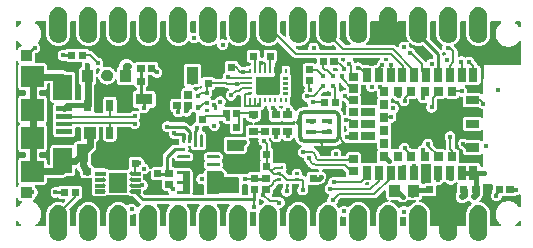
<source format=gtl>
G04 Layer: TopLayer*
G04 EasyEDA v6.4.3, 2020-08-12T23:02:41+05:30*
G04 0c64d8637b0b46b586c93cd23854d17d,10*
G04 Gerber Generator version 0.2*
G04 Scale: 100 percent, Rotated: No, Reflected: No *
G04 Dimensions in inches *
G04 leading zeros omitted , absolute positions ,2 integer and 4 decimal *
%FSLAX24Y24*%
%MOIN*%
G90*
G70D02*

%ADD10C,0.010000*%
%ADD11C,0.008000*%
%ADD12C,0.016000*%
%ADD13C,0.024000*%
%ADD14C,0.012000*%
%ADD15C,0.001000*%
%ADD16C,0.011810*%
%ADD17C,0.015480*%
%ADD18C,0.015870*%
%ADD19R,0.029530X0.045280*%
%ADD20R,0.055120X0.037400*%
%ADD22R,0.027560X0.045280*%
%ADD24R,0.017720X0.017720*%
%ADD25R,0.010630X0.017720*%
%ADD26R,0.017720X0.010630*%
%ADD27R,0.037400X0.017720*%
%ADD28R,0.023620X0.007870*%

%LPD*%
G36*
G01X228Y6919D02*
G01X121Y6919D01*
G01X109Y6917D01*
G01X104Y6915D01*
G01X94Y6909D01*
G01X90Y6905D01*
G01X84Y6895D01*
G01X82Y6890D01*
G01X81Y6884D01*
G01X81Y6765D01*
G01X82Y6759D01*
G01X84Y6754D01*
G01X90Y6744D01*
G01X94Y6740D01*
G01X104Y6734D01*
G01X109Y6732D01*
G01X115Y6731D01*
G01X127Y6731D01*
G01X139Y6735D01*
G01X144Y6738D01*
G01X153Y6747D01*
G01X165Y6763D01*
G01X178Y6779D01*
G01X191Y6794D01*
G01X205Y6808D01*
G01X220Y6821D01*
G01X236Y6834D01*
G01X252Y6846D01*
G01X261Y6855D01*
G01X264Y6860D01*
G01X268Y6872D01*
G01X268Y6884D01*
G01X267Y6890D01*
G01X265Y6895D01*
G01X259Y6905D01*
G01X255Y6909D01*
G01X245Y6915D01*
G01X240Y6917D01*
G01X228Y6919D01*
G37*

%LPD*%
G36*
G01X16879Y6919D02*
G01X16771Y6919D01*
G01X16759Y6917D01*
G01X16754Y6915D01*
G01X16744Y6909D01*
G01X16740Y6905D01*
G01X16734Y6895D01*
G01X16732Y6890D01*
G01X16731Y6884D01*
G01X16731Y6872D01*
G01X16735Y6860D01*
G01X16738Y6855D01*
G01X16747Y6846D01*
G01X16763Y6834D01*
G01X16779Y6821D01*
G01X16794Y6808D01*
G01X16808Y6794D01*
G01X16821Y6779D01*
G01X16834Y6763D01*
G01X16846Y6747D01*
G01X16855Y6738D01*
G01X16860Y6735D01*
G01X16872Y6731D01*
G01X16884Y6731D01*
G01X16890Y6732D01*
G01X16895Y6734D01*
G01X16905Y6740D01*
G01X16909Y6744D01*
G01X16915Y6754D01*
G01X16917Y6759D01*
G01X16919Y6771D01*
G01X16919Y6879D01*
G01X16918Y6884D01*
G01X16917Y6890D01*
G01X16915Y6895D01*
G01X16909Y6905D01*
G01X16905Y6909D01*
G01X16895Y6915D01*
G01X16890Y6917D01*
G01X16884Y6918D01*
G01X16879Y6919D01*
G37*

%LPD*%
G36*
G01X6059Y6919D02*
G01X5941Y6919D01*
G01X5929Y6917D01*
G01X5924Y6915D01*
G01X5914Y6909D01*
G01X5910Y6905D01*
G01X5904Y6895D01*
G01X5902Y6890D01*
G01X5901Y6884D01*
G01X5901Y6566D01*
G01X5902Y6561D01*
G01X5904Y6555D01*
G01X5907Y6550D01*
G01X5910Y6546D01*
G01X5914Y6542D01*
G01X5919Y6538D01*
G01X5929Y6534D01*
G01X5935Y6532D01*
G01X5941Y6532D01*
G01X5948Y6533D01*
G01X5955Y6535D01*
G01X5969Y6540D01*
G01X5995Y6546D01*
G01X6023Y6548D01*
G01X6038Y6547D01*
G01X6052Y6546D01*
G01X6059Y6545D01*
G01X6064Y6546D01*
G01X6070Y6547D01*
G01X6080Y6551D01*
G01X6085Y6555D01*
G01X6089Y6559D01*
G01X6092Y6563D01*
G01X6095Y6568D01*
G01X6097Y6574D01*
G01X6098Y6579D01*
G01X6099Y6585D01*
G01X6099Y6879D01*
G01X6098Y6884D01*
G01X6097Y6890D01*
G01X6095Y6895D01*
G01X6089Y6905D01*
G01X6085Y6909D01*
G01X6075Y6915D01*
G01X6070Y6917D01*
G01X6064Y6918D01*
G01X6059Y6919D01*
G37*

%LPD*%
G36*
G01X9059Y6919D02*
G01X8941Y6919D01*
G01X8929Y6917D01*
G01X8924Y6915D01*
G01X8914Y6909D01*
G01X8910Y6905D01*
G01X8904Y6895D01*
G01X8902Y6890D01*
G01X8901Y6884D01*
G01X8901Y6564D01*
G01X8902Y6558D01*
G01X8905Y6552D01*
G01X8908Y6547D01*
G01X8912Y6542D01*
G01X9033Y6421D01*
G01X9038Y6417D01*
G01X9043Y6414D01*
G01X9049Y6411D01*
G01X9055Y6410D01*
G01X9067Y6410D01*
G01X9073Y6411D01*
G01X9078Y6413D01*
G01X9088Y6419D01*
G01X9092Y6423D01*
G01X9098Y6433D01*
G01X9100Y6438D01*
G01X9101Y6444D01*
G01X9101Y6456D01*
G01X9099Y6493D01*
G01X9099Y6879D01*
G01X9098Y6884D01*
G01X9097Y6890D01*
G01X9095Y6895D01*
G01X9089Y6905D01*
G01X9085Y6909D01*
G01X9075Y6915D01*
G01X9070Y6917D01*
G01X9064Y6918D01*
G01X9059Y6919D01*
G37*

%LPD*%
G36*
G01X7059Y6919D02*
G01X6941Y6919D01*
G01X6929Y6917D01*
G01X6924Y6915D01*
G01X6914Y6909D01*
G01X6910Y6905D01*
G01X6904Y6895D01*
G01X6902Y6890D01*
G01X6901Y6884D01*
G01X6901Y6500D01*
G01X6900Y6493D01*
G01X6898Y6455D01*
G01X6896Y6443D01*
G01X6889Y6406D01*
G01X6886Y6394D01*
G01X6877Y6365D01*
G01X6875Y6359D01*
G01X6875Y6347D01*
G01X6876Y6341D01*
G01X6878Y6336D01*
G01X6881Y6331D01*
G01X6885Y6326D01*
G01X6889Y6322D01*
G01X6893Y6319D01*
G01X6898Y6316D01*
G01X6903Y6314D01*
G01X6915Y6312D01*
G01X6921Y6313D01*
G01X6926Y6314D01*
G01X6952Y6320D01*
G01X6978Y6322D01*
G01X6990Y6321D01*
G01X7003Y6320D01*
G01X7015Y6318D01*
G01X7027Y6315D01*
G01X7039Y6311D01*
G01X7061Y6301D01*
G01X7072Y6295D01*
G01X7079Y6292D01*
G01X7086Y6290D01*
G01X7093Y6289D01*
G01X7099Y6289D01*
G01X7104Y6291D01*
G01X7110Y6293D01*
G01X7115Y6295D01*
G01X7127Y6307D01*
G01X7129Y6312D01*
G01X7131Y6318D01*
G01X7133Y6323D01*
G01X7133Y6335D01*
G01X7131Y6341D01*
G01X7129Y6346D01*
G01X7113Y6394D01*
G01X7110Y6406D01*
G01X7103Y6443D01*
G01X7101Y6455D01*
G01X7099Y6493D01*
G01X7099Y6879D01*
G01X7098Y6884D01*
G01X7097Y6890D01*
G01X7095Y6895D01*
G01X7089Y6905D01*
G01X7085Y6909D01*
G01X7075Y6915D01*
G01X7070Y6917D01*
G01X7064Y6918D01*
G01X7059Y6919D01*
G37*

%LPD*%
G36*
G01X11059Y6919D02*
G01X10941Y6919D01*
G01X10929Y6917D01*
G01X10924Y6915D01*
G01X10914Y6909D01*
G01X10910Y6905D01*
G01X10904Y6895D01*
G01X10902Y6890D01*
G01X10901Y6884D01*
G01X10901Y6500D01*
G01X10900Y6493D01*
G01X10898Y6455D01*
G01X10896Y6443D01*
G01X10889Y6406D01*
G01X10886Y6394D01*
G01X10874Y6358D01*
G01X10874Y6356D01*
G01X10872Y6350D01*
G01X10872Y6337D01*
G01X10876Y6325D01*
G01X10879Y6320D01*
G01X10883Y6315D01*
G01X11050Y6149D01*
G01X11054Y6145D01*
G01X11060Y6141D01*
G01X11072Y6137D01*
G01X11205Y6137D01*
G01X11211Y6139D01*
G01X11221Y6143D01*
G01X11226Y6147D01*
G01X11230Y6151D01*
G01X11233Y6155D01*
G01X11236Y6160D01*
G01X11238Y6166D01*
G01X11239Y6171D01*
G01X11240Y6177D01*
G01X11239Y6184D01*
G01X11235Y6196D01*
G01X11227Y6206D01*
G01X11212Y6220D01*
G01X11203Y6230D01*
G01X11179Y6259D01*
G01X11172Y6269D01*
G01X11151Y6301D01*
G01X11145Y6312D01*
G01X11129Y6346D01*
G01X11124Y6358D01*
G01X11113Y6394D01*
G01X11110Y6406D01*
G01X11103Y6443D01*
G01X11101Y6456D01*
G01X11099Y6493D01*
G01X11099Y6879D01*
G01X11098Y6884D01*
G01X11097Y6890D01*
G01X11095Y6895D01*
G01X11089Y6905D01*
G01X11085Y6909D01*
G01X11075Y6915D01*
G01X11070Y6917D01*
G01X11064Y6918D01*
G01X11059Y6919D01*
G37*

%LPD*%
G36*
G01X12181Y6919D02*
G01X11941Y6919D01*
G01X11929Y6917D01*
G01X11924Y6915D01*
G01X11914Y6909D01*
G01X11910Y6905D01*
G01X11904Y6895D01*
G01X11902Y6890D01*
G01X11901Y6884D01*
G01X11901Y6500D01*
G01X11900Y6493D01*
G01X11898Y6455D01*
G01X11896Y6443D01*
G01X11889Y6406D01*
G01X11886Y6394D01*
G01X11870Y6346D01*
G01X11854Y6312D01*
G01X11848Y6301D01*
G01X11827Y6269D01*
G01X11820Y6259D01*
G01X11796Y6230D01*
G01X11787Y6220D01*
G01X11772Y6206D01*
G01X11764Y6196D01*
G01X11760Y6184D01*
G01X11759Y6177D01*
G01X11760Y6171D01*
G01X11761Y6166D01*
G01X11763Y6160D01*
G01X11766Y6155D01*
G01X11769Y6151D01*
G01X11773Y6147D01*
G01X11778Y6143D01*
G01X11788Y6139D01*
G01X11794Y6137D01*
G01X12661Y6137D01*
G01X12683Y6133D01*
G01X12693Y6130D01*
G01X12704Y6126D01*
G01X12714Y6122D01*
G01X12732Y6110D01*
G01X12741Y6103D01*
G01X12749Y6096D01*
G01X12775Y6070D01*
G01X12780Y6066D01*
G01X12785Y6063D01*
G01X12791Y6060D01*
G01X12803Y6058D01*
G01X12809Y6059D01*
G01X12814Y6060D01*
G01X12820Y6062D01*
G01X12825Y6065D01*
G01X12829Y6068D01*
G01X12833Y6072D01*
G01X12837Y6077D01*
G01X12839Y6082D01*
G01X12842Y6087D01*
G01X12843Y6092D01*
G01X12845Y6104D01*
G01X12848Y6116D01*
G01X12852Y6128D01*
G01X12856Y6139D01*
G01X12868Y6161D01*
G01X12882Y6181D01*
G01X12890Y6190D01*
G01X12908Y6206D01*
G01X12918Y6214D01*
G01X12928Y6220D01*
G01X12939Y6226D01*
G01X12961Y6236D01*
G01X12985Y6242D01*
G01X13009Y6246D01*
G01X13035Y6246D01*
G01X13048Y6244D01*
G01X13062Y6241D01*
G01X13075Y6238D01*
G01X13088Y6233D01*
G01X13100Y6228D01*
G01X13112Y6221D01*
G01X13119Y6218D01*
G01X13126Y6216D01*
G01X13138Y6216D01*
G01X13144Y6217D01*
G01X13149Y6219D01*
G01X13154Y6222D01*
G01X13159Y6226D01*
G01X13163Y6230D01*
G01X13166Y6234D01*
G01X13169Y6239D01*
G01X13171Y6244D01*
G01X13173Y6256D01*
G01X13172Y6261D01*
G01X13171Y6267D01*
G01X13169Y6272D01*
G01X13166Y6277D01*
G01X13151Y6301D01*
G01X13145Y6312D01*
G01X13129Y6346D01*
G01X13124Y6358D01*
G01X13113Y6394D01*
G01X13110Y6406D01*
G01X13103Y6443D01*
G01X13101Y6456D01*
G01X13099Y6493D01*
G01X13099Y6879D01*
G01X13098Y6884D01*
G01X13097Y6890D01*
G01X13095Y6895D01*
G01X13089Y6905D01*
G01X13085Y6909D01*
G01X13075Y6915D01*
G01X13070Y6917D01*
G01X13064Y6918D01*
G01X13059Y6919D01*
G01X12818Y6919D01*
G01X12806Y6917D01*
G01X12791Y6908D01*
G01X12783Y6898D01*
G01X12775Y6878D01*
G01X12761Y6850D01*
G01X12752Y6836D01*
G01X12744Y6823D01*
G01X12724Y6799D01*
G01X12713Y6787D01*
G01X12701Y6776D01*
G01X12677Y6756D01*
G01X12664Y6747D01*
G01X12650Y6739D01*
G01X12637Y6732D01*
G01X12622Y6725D01*
G01X12608Y6719D01*
G01X12593Y6713D01*
G01X12578Y6709D01*
G01X12562Y6705D01*
G01X12547Y6702D01*
G01X12531Y6700D01*
G01X12515Y6699D01*
G01X12484Y6699D01*
G01X12468Y6700D01*
G01X12452Y6702D01*
G01X12437Y6705D01*
G01X12421Y6709D01*
G01X12406Y6713D01*
G01X12391Y6719D01*
G01X12377Y6725D01*
G01X12362Y6732D01*
G01X12349Y6739D01*
G01X12335Y6747D01*
G01X12322Y6756D01*
G01X12298Y6776D01*
G01X12286Y6787D01*
G01X12275Y6799D01*
G01X12255Y6823D01*
G01X12247Y6836D01*
G01X12238Y6850D01*
G01X12224Y6878D01*
G01X12216Y6898D01*
G01X12208Y6908D01*
G01X12193Y6917D01*
G01X12181Y6919D01*
G37*

%LPD*%
G36*
G01X10059Y6919D02*
G01X9941Y6919D01*
G01X9929Y6917D01*
G01X9924Y6915D01*
G01X9914Y6909D01*
G01X9910Y6905D01*
G01X9904Y6895D01*
G01X9902Y6890D01*
G01X9901Y6884D01*
G01X9901Y6500D01*
G01X9900Y6493D01*
G01X9898Y6455D01*
G01X9896Y6443D01*
G01X9889Y6406D01*
G01X9886Y6394D01*
G01X9870Y6346D01*
G01X9854Y6312D01*
G01X9848Y6301D01*
G01X9827Y6269D01*
G01X9820Y6259D01*
G01X9796Y6230D01*
G01X9787Y6220D01*
G01X9760Y6195D01*
G01X9750Y6187D01*
G01X9719Y6164D01*
G01X9709Y6158D01*
G01X9676Y6140D01*
G01X9664Y6134D01*
G01X9629Y6120D01*
G01X9617Y6116D01*
G01X9581Y6107D01*
G01X9568Y6105D01*
G01X9531Y6100D01*
G01X9518Y6099D01*
G01X9481Y6099D01*
G01X9468Y6100D01*
G01X9454Y6102D01*
G01X9443Y6102D01*
G01X9438Y6100D01*
G01X9432Y6098D01*
G01X9427Y6096D01*
G01X9415Y6084D01*
G01X9413Y6079D01*
G01X9411Y6073D01*
G01X9409Y6068D01*
G01X9409Y6056D01*
G01X9413Y6044D01*
G01X9417Y6038D01*
G01X9470Y5985D01*
G01X9476Y5981D01*
G01X9488Y5977D01*
G01X9795Y5977D01*
G01X9801Y5979D01*
G01X9811Y5983D01*
G01X9816Y5987D01*
G01X9820Y5991D01*
G01X9823Y5995D01*
G01X9826Y6000D01*
G01X9828Y6006D01*
G01X9829Y6011D01*
G01X9830Y6017D01*
G01X9830Y6020D01*
G01X9829Y6035D01*
G01X9829Y6048D01*
G01X9833Y6072D01*
G01X9839Y6096D01*
G01X9849Y6118D01*
G01X9855Y6129D01*
G01X9869Y6149D01*
G01X9877Y6159D01*
G01X9895Y6175D01*
G01X9905Y6183D01*
G01X9916Y6189D01*
G01X9926Y6196D01*
G01X9937Y6201D01*
G01X9961Y6209D01*
G01X9973Y6212D01*
G01X9985Y6214D01*
G01X10009Y6216D01*
G01X10022Y6215D01*
G01X10034Y6214D01*
G01X10046Y6212D01*
G01X10058Y6209D01*
G01X10070Y6205D01*
G01X10081Y6201D01*
G01X10092Y6196D01*
G01X10103Y6189D01*
G01X10113Y6183D01*
G01X10123Y6175D01*
G01X10141Y6159D01*
G01X10157Y6139D01*
G01X10163Y6129D01*
G01X10175Y6107D01*
G01X10179Y6096D01*
G01X10183Y6084D01*
G01X10186Y6072D01*
G01X10188Y6060D01*
G01X10189Y6048D01*
G01X10190Y6035D01*
G01X10189Y6020D01*
G01X10189Y6011D01*
G01X10191Y6006D01*
G01X10192Y6000D01*
G01X10195Y5995D01*
G01X10207Y5983D01*
G01X10212Y5981D01*
G01X10218Y5979D01*
G01X10223Y5977D01*
G01X10732Y5977D01*
G01X10737Y5979D01*
G01X10743Y5981D01*
G01X10748Y5983D01*
G01X10760Y5995D01*
G01X10762Y6000D01*
G01X10764Y6006D01*
G01X10766Y6011D01*
G01X10766Y6023D01*
G01X10762Y6035D01*
G01X10758Y6041D01*
G01X10754Y6045D01*
G01X10684Y6116D01*
G01X10679Y6120D01*
G01X10674Y6123D01*
G01X10668Y6126D01*
G01X10662Y6127D01*
G01X10655Y6128D01*
G01X10648Y6127D01*
G01X10641Y6125D01*
G01X10629Y6120D01*
G01X10617Y6116D01*
G01X10581Y6107D01*
G01X10568Y6105D01*
G01X10531Y6100D01*
G01X10518Y6099D01*
G01X10481Y6099D01*
G01X10468Y6100D01*
G01X10431Y6105D01*
G01X10418Y6107D01*
G01X10382Y6116D01*
G01X10370Y6120D01*
G01X10335Y6134D01*
G01X10323Y6140D01*
G01X10290Y6158D01*
G01X10279Y6165D01*
G01X10249Y6187D01*
G01X10239Y6195D01*
G01X10212Y6220D01*
G01X10203Y6230D01*
G01X10179Y6259D01*
G01X10172Y6269D01*
G01X10151Y6301D01*
G01X10145Y6312D01*
G01X10129Y6346D01*
G01X10124Y6358D01*
G01X10113Y6394D01*
G01X10110Y6406D01*
G01X10103Y6443D01*
G01X10101Y6456D01*
G01X10099Y6493D01*
G01X10099Y6879D01*
G01X10098Y6884D01*
G01X10097Y6890D01*
G01X10095Y6895D01*
G01X10089Y6905D01*
G01X10085Y6909D01*
G01X10075Y6915D01*
G01X10070Y6917D01*
G01X10064Y6918D01*
G01X10059Y6919D01*
G37*

%LPD*%
G36*
G01X127Y6268D02*
G01X115Y6268D01*
G01X109Y6267D01*
G01X104Y6265D01*
G01X94Y6259D01*
G01X90Y6255D01*
G01X84Y6245D01*
G01X82Y6240D01*
G01X81Y6234D01*
G01X81Y6005D01*
G01X82Y5999D01*
G01X84Y5994D01*
G01X90Y5984D01*
G01X94Y5980D01*
G01X104Y5974D01*
G01X109Y5972D01*
G01X121Y5970D01*
G01X126Y5971D01*
G01X132Y5972D01*
G01X137Y5974D01*
G01X147Y5980D01*
G01X151Y5984D01*
G01X154Y5989D01*
G01X157Y5993D01*
G01X160Y6002D01*
G01X160Y6003D01*
G01X164Y6013D01*
G01X169Y6023D01*
G01X170Y6024D01*
G01X177Y6035D01*
G01X178Y6035D01*
G01X185Y6044D01*
G01X186Y6044D01*
G01X194Y6051D01*
G01X195Y6052D01*
G01X206Y6060D01*
G01X213Y6064D01*
G01X214Y6064D01*
G01X225Y6069D01*
G01X245Y6074D01*
G01X250Y6075D01*
G01X256Y6077D01*
G01X261Y6080D01*
G01X265Y6083D01*
G01X269Y6087D01*
G01X275Y6097D01*
G01X277Y6102D01*
G01X278Y6108D01*
G01X279Y6113D01*
G01X278Y6120D01*
G01X277Y6126D01*
G01X271Y6138D01*
G01X261Y6146D01*
G01X246Y6157D01*
G01X216Y6181D01*
G01X202Y6194D01*
G01X176Y6222D01*
G01X164Y6236D01*
G01X153Y6252D01*
G01X144Y6261D01*
G01X139Y6264D01*
G01X127Y6268D01*
G37*

%LPD*%
G36*
G01X14059Y6919D02*
G01X13941Y6919D01*
G01X13929Y6917D01*
G01X13924Y6915D01*
G01X13914Y6909D01*
G01X13910Y6905D01*
G01X13904Y6895D01*
G01X13902Y6890D01*
G01X13901Y6884D01*
G01X13901Y6500D01*
G01X13900Y6493D01*
G01X13898Y6455D01*
G01X13896Y6443D01*
G01X13889Y6406D01*
G01X13886Y6394D01*
G01X13877Y6366D01*
G01X13875Y6354D01*
G01X13876Y6348D01*
G01X13877Y6341D01*
G01X13880Y6336D01*
G01X13883Y6330D01*
G01X13887Y6326D01*
G01X14231Y5981D01*
G01X14236Y5977D01*
G01X14241Y5974D01*
G01X14247Y5971D01*
G01X14253Y5970D01*
G01X14260Y5969D01*
G01X14265Y5970D01*
G01X14271Y5971D01*
G01X14276Y5973D01*
G01X14286Y5979D01*
G01X14290Y5983D01*
G01X14296Y5993D01*
G01X14298Y5998D01*
G01X14299Y6004D01*
G01X14300Y6009D01*
G01X14299Y6015D01*
G01X14298Y6028D01*
G01X14297Y6040D01*
G01X14298Y6054D01*
G01X14300Y6067D01*
G01X14302Y6081D01*
G01X14310Y6107D01*
G01X14312Y6114D01*
G01X14313Y6121D01*
G01X14313Y6127D01*
G01X14309Y6139D01*
G01X14306Y6144D01*
G01X14302Y6149D01*
G01X14297Y6153D01*
G01X14292Y6156D01*
G01X14290Y6158D01*
G01X14279Y6164D01*
G01X14249Y6187D01*
G01X14239Y6195D01*
G01X14212Y6221D01*
G01X14203Y6230D01*
G01X14179Y6259D01*
G01X14172Y6269D01*
G01X14151Y6301D01*
G01X14145Y6312D01*
G01X14129Y6346D01*
G01X14124Y6358D01*
G01X14113Y6394D01*
G01X14110Y6406D01*
G01X14103Y6443D01*
G01X14101Y6456D01*
G01X14099Y6493D01*
G01X14099Y6879D01*
G01X14098Y6884D01*
G01X14097Y6890D01*
G01X14095Y6895D01*
G01X14089Y6905D01*
G01X14085Y6909D01*
G01X14075Y6915D01*
G01X14070Y6917D01*
G01X14064Y6918D01*
G01X14059Y6919D01*
G37*

%LPD*%
G36*
G01X14350Y5905D02*
G01X14343Y5906D01*
G01X14337Y5905D01*
G01X14332Y5904D01*
G01X14326Y5902D01*
G01X14321Y5899D01*
G01X14317Y5896D01*
G01X14313Y5892D01*
G01X14309Y5887D01*
G01X14303Y5872D01*
G01X14303Y5862D01*
G01X14304Y5846D01*
G01X14304Y5814D01*
G01X14306Y5808D01*
G01X14310Y5798D01*
G01X14314Y5793D01*
G01X14318Y5789D01*
G01X14322Y5786D01*
G01X14327Y5783D01*
G01X14333Y5781D01*
G01X14338Y5780D01*
G01X14344Y5779D01*
G01X14356Y5781D01*
G01X14362Y5784D01*
G01X14377Y5793D01*
G01X14388Y5799D01*
G01X14399Y5804D01*
G01X14404Y5807D01*
G01X14409Y5811D01*
G01X14413Y5815D01*
G01X14416Y5819D01*
G01X14419Y5824D01*
G01X14421Y5830D01*
G01X14423Y5835D01*
G01X14423Y5841D01*
G01X14422Y5848D01*
G01X14421Y5854D01*
G01X14418Y5860D01*
G01X14415Y5865D01*
G01X14411Y5870D01*
G01X14406Y5874D01*
G01X14400Y5877D01*
G01X14389Y5883D01*
G01X14367Y5897D01*
G01X14362Y5901D01*
G01X14356Y5904D01*
G01X14350Y5905D01*
G37*

%LPD*%
G36*
G01X12465Y5695D02*
G01X12390Y5695D01*
G01X12384Y5693D01*
G01X12374Y5689D01*
G01X12369Y5685D01*
G01X12365Y5681D01*
G01X12362Y5677D01*
G01X12359Y5672D01*
G01X12357Y5666D01*
G01X12356Y5661D01*
G01X12355Y5655D01*
G01X12357Y5643D01*
G01X12359Y5637D01*
G01X12367Y5627D01*
G01X12371Y5623D01*
G01X12391Y5611D01*
G01X12405Y5601D01*
G01X12410Y5597D01*
G01X12417Y5594D01*
G01X12423Y5593D01*
G01X12430Y5592D01*
G01X12442Y5594D01*
G01X12447Y5596D01*
G01X12452Y5599D01*
G01X12457Y5603D01*
G01X12469Y5613D01*
G01X12481Y5621D01*
G01X12493Y5633D01*
G01X12496Y5638D01*
G01X12498Y5644D01*
G01X12499Y5649D01*
G01X12499Y5661D01*
G01X12498Y5666D01*
G01X12496Y5672D01*
G01X12493Y5677D01*
G01X12481Y5689D01*
G01X12476Y5691D01*
G01X12470Y5693D01*
G01X12465Y5695D01*
G37*

%LPD*%
G36*
G01X11027Y5695D02*
G01X10953Y5695D01*
G01X10947Y5693D01*
G01X10937Y5689D01*
G01X10932Y5685D01*
G01X10928Y5681D01*
G01X10925Y5677D01*
G01X10922Y5672D01*
G01X10920Y5666D01*
G01X10919Y5661D01*
G01X10918Y5655D01*
G01X10920Y5643D01*
G01X10926Y5631D01*
G01X10967Y5590D01*
G01X10972Y5586D01*
G01X10977Y5583D01*
G01X10983Y5580D01*
G01X10995Y5578D01*
G01X11007Y5580D01*
G01X11013Y5582D01*
G01X11018Y5585D01*
G01X11026Y5593D01*
G01X11030Y5598D01*
G01X11036Y5609D01*
G01X11044Y5619D01*
G01X11051Y5628D01*
G01X11055Y5633D01*
G01X11058Y5638D01*
G01X11060Y5644D01*
G01X11061Y5649D01*
G01X11062Y5655D01*
G01X11061Y5661D01*
G01X11060Y5666D01*
G01X11058Y5672D01*
G01X11055Y5677D01*
G01X11052Y5681D01*
G01X11048Y5685D01*
G01X11043Y5689D01*
G01X11033Y5693D01*
G01X11027Y5695D01*
G37*

%LPD*%
G36*
G01X13222Y6197D02*
G01X13216Y6197D01*
G01X13210Y6195D01*
G01X13200Y6191D01*
G01X13195Y6187D01*
G01X13191Y6183D01*
G01X13188Y6179D01*
G01X13185Y6174D01*
G01X13183Y6168D01*
G01X13182Y6163D01*
G01X13182Y6151D01*
G01X13183Y6146D01*
G01X13185Y6140D01*
G01X13191Y6127D01*
G01X13195Y6112D01*
G01X13199Y6098D01*
G01X13201Y6083D01*
G01X13202Y6077D01*
G01X13203Y6072D01*
G01X13206Y6066D01*
G01X13209Y6062D01*
G01X13213Y6057D01*
G01X13223Y6051D01*
G01X13229Y6049D01*
G01X13234Y6047D01*
G01X13240Y6047D01*
G01X13252Y6046D01*
G01X13265Y6045D01*
G01X13277Y6043D01*
G01X13289Y6040D01*
G01X13301Y6036D01*
G01X13323Y6026D01*
G01X13334Y6019D01*
G01X13354Y6005D01*
G01X13363Y5997D01*
G01X13372Y5988D01*
G01X13380Y5978D01*
G01X13394Y5958D01*
G01X13400Y5947D01*
G01X13405Y5936D01*
G01X13415Y5906D01*
G01X13423Y5894D01*
G01X13727Y5590D01*
G01X13737Y5582D01*
G01X13743Y5580D01*
G01X13750Y5578D01*
G01X13756Y5577D01*
G01X13768Y5579D01*
G01X13773Y5581D01*
G01X13783Y5587D01*
G01X13787Y5592D01*
G01X13790Y5596D01*
G01X13804Y5616D01*
G01X13812Y5625D01*
G01X13830Y5641D01*
G01X13850Y5655D01*
G01X13860Y5660D01*
G01X13871Y5666D01*
G01X13882Y5670D01*
G01X13906Y5676D01*
G01X13917Y5678D01*
G01X13941Y5680D01*
G01X13958Y5679D01*
G01X13968Y5679D01*
G01X13973Y5681D01*
G01X13979Y5683D01*
G01X13984Y5685D01*
G01X13996Y5697D01*
G01X13998Y5702D01*
G01X14000Y5708D01*
G01X14002Y5713D01*
G01X14002Y5773D01*
G01X13998Y5785D01*
G01X13990Y5795D01*
G01X13674Y6112D01*
G01X13669Y6116D01*
G01X13663Y6119D01*
G01X13658Y6122D01*
G01X13652Y6123D01*
G01X13645Y6124D01*
G01X13638Y6123D01*
G01X13631Y6121D01*
G01X13629Y6120D01*
G01X13617Y6116D01*
G01X13581Y6107D01*
G01X13568Y6105D01*
G01X13531Y6100D01*
G01X13518Y6099D01*
G01X13481Y6099D01*
G01X13468Y6100D01*
G01X13431Y6105D01*
G01X13418Y6107D01*
G01X13382Y6116D01*
G01X13370Y6120D01*
G01X13335Y6134D01*
G01X13323Y6140D01*
G01X13279Y6164D01*
G01X13249Y6187D01*
G01X13246Y6189D01*
G01X13241Y6192D01*
G01X13235Y6195D01*
G01X13228Y6196D01*
G01X13222Y6197D01*
G37*

%LPD*%
G36*
G01X12196Y5695D02*
G01X11346Y5695D01*
G01X11340Y5693D01*
G01X11330Y5689D01*
G01X11325Y5685D01*
G01X11321Y5681D01*
G01X11318Y5677D01*
G01X11315Y5672D01*
G01X11313Y5666D01*
G01X11312Y5661D01*
G01X11311Y5655D01*
G01X11312Y5649D01*
G01X11313Y5644D01*
G01X11315Y5638D01*
G01X11321Y5628D01*
G01X11329Y5619D01*
G01X11336Y5609D01*
G01X11343Y5598D01*
G01X11349Y5587D01*
G01X11354Y5576D01*
G01X11358Y5564D01*
G01X11360Y5559D01*
G01X11364Y5553D01*
G01X11368Y5548D01*
G01X11372Y5544D01*
G01X11378Y5541D01*
G01X11390Y5537D01*
G01X11403Y5537D01*
G01X11411Y5540D01*
G01X11423Y5544D01*
G01X11449Y5550D01*
G01X11463Y5551D01*
G01X11476Y5552D01*
G01X11500Y5550D01*
G01X11512Y5548D01*
G01X11523Y5545D01*
G01X11535Y5542D01*
G01X11546Y5538D01*
G01X11557Y5532D01*
G01X11568Y5527D01*
G01X11578Y5520D01*
G01X11587Y5513D01*
G01X11596Y5505D01*
G01X11605Y5499D01*
G01X11615Y5494D01*
G01X11624Y5487D01*
G01X11632Y5481D01*
G01X11641Y5473D01*
G01X11651Y5463D01*
G01X11661Y5455D01*
G01X11673Y5451D01*
G01X11929Y5451D01*
G01X11939Y5450D01*
G01X11950Y5449D01*
G01X11961Y5446D01*
G01X11976Y5440D01*
G01X11982Y5438D01*
G01X11993Y5438D01*
G01X11999Y5440D01*
G01X12004Y5442D01*
G01X12015Y5446D01*
G01X12025Y5449D01*
G01X12047Y5451D01*
G01X12072Y5451D01*
G01X12084Y5455D01*
G01X12094Y5463D01*
G01X12107Y5475D01*
G01X12111Y5480D01*
G01X12114Y5485D01*
G01X12116Y5490D01*
G01X12118Y5496D01*
G01X12120Y5508D01*
G01X12124Y5520D01*
G01X12128Y5531D01*
G01X12133Y5542D01*
G01X12139Y5553D01*
G01X12153Y5573D01*
G01X12161Y5582D01*
G01X12170Y5591D01*
G01X12188Y5607D01*
G01X12199Y5614D01*
G01X12214Y5623D01*
G01X12219Y5627D01*
G01X12223Y5632D01*
G01X12226Y5637D01*
G01X12230Y5649D01*
G01X12230Y5661D01*
G01X12229Y5666D01*
G01X12227Y5672D01*
G01X12224Y5677D01*
G01X12221Y5681D01*
G01X12217Y5685D01*
G01X12212Y5689D01*
G01X12202Y5693D01*
G01X12196Y5695D01*
G37*

%LPD*%
G36*
G01X10781Y5367D02*
G01X10678Y5367D01*
G01X10672Y5365D01*
G01X10662Y5361D01*
G01X10657Y5357D01*
G01X10653Y5353D01*
G01X10650Y5349D01*
G01X10647Y5344D01*
G01X10645Y5338D01*
G01X10644Y5333D01*
G01X10643Y5327D01*
G01X10645Y5315D01*
G01X10647Y5310D01*
G01X10650Y5305D01*
G01X10655Y5298D01*
G01X10658Y5293D01*
G01X10662Y5288D01*
G01X10677Y5279D01*
G01X10683Y5278D01*
G01X10748Y5278D01*
G01X10768Y5276D01*
G01X10778Y5273D01*
G01X10790Y5271D01*
G01X10796Y5271D01*
G01X10802Y5273D01*
G01X10812Y5277D01*
G01X10824Y5289D01*
G01X10827Y5294D01*
G01X10829Y5300D01*
G01X10830Y5305D01*
G01X10830Y5317D01*
G01X10826Y5329D01*
G01X10823Y5335D01*
G01X10803Y5355D01*
G01X10798Y5359D01*
G01X10792Y5363D01*
G01X10787Y5365D01*
G01X10781Y5367D01*
G37*

%LPD*%
G36*
G01X2855Y5353D02*
G01X2843Y5353D01*
G01X2829Y5351D01*
G01X2792Y5351D01*
G01X2787Y5350D01*
G01X2781Y5348D01*
G01X2776Y5345D01*
G01X2772Y5342D01*
G01X2768Y5337D01*
G01X2764Y5333D01*
G01X2761Y5328D01*
G01X2759Y5323D01*
G01X2758Y5317D01*
G01X2758Y5202D01*
G01X2760Y5196D01*
G01X2764Y5186D01*
G01X2768Y5181D01*
G01X2772Y5177D01*
G01X2776Y5174D01*
G01X2781Y5171D01*
G01X2787Y5169D01*
G01X2792Y5168D01*
G01X2804Y5168D01*
G01X2816Y5172D01*
G01X2822Y5175D01*
G01X2831Y5184D01*
G01X2834Y5190D01*
G01X2836Y5196D01*
G01X2842Y5215D01*
G01X2846Y5226D01*
G01X2856Y5248D01*
G01X2862Y5259D01*
G01X2874Y5280D01*
G01X2881Y5289D01*
G01X2884Y5294D01*
G01X2887Y5301D01*
G01X2889Y5307D01*
G01X2889Y5319D01*
G01X2888Y5325D01*
G01X2886Y5330D01*
G01X2883Y5335D01*
G01X2879Y5340D01*
G01X2875Y5344D01*
G01X2871Y5347D01*
G01X2866Y5350D01*
G01X2861Y5352D01*
G01X2855Y5353D01*
G37*

%LPD*%
G36*
G01X6254Y4762D02*
G01X6242Y4764D01*
G01X6236Y4763D01*
G01X6229Y4761D01*
G01X6223Y4759D01*
G01X6217Y4755D01*
G01X6217Y4754D01*
G01X6211Y4750D01*
G01X6206Y4746D01*
G01X6198Y4736D01*
G01X6194Y4724D01*
G01X6194Y4712D01*
G01X6195Y4706D01*
G01X6197Y4701D01*
G01X6200Y4696D01*
G01X6204Y4691D01*
G01X6208Y4687D01*
G01X6212Y4684D01*
G01X6217Y4681D01*
G01X6223Y4679D01*
G01X6228Y4678D01*
G01X6234Y4677D01*
G01X6237Y4677D01*
G01X6244Y4678D01*
G01X6256Y4680D01*
G01X6262Y4683D01*
G01X6267Y4686D01*
G01X6271Y4690D01*
G01X6275Y4695D01*
G01X6278Y4700D01*
G01X6281Y4706D01*
G01X6282Y4712D01*
G01X6282Y4729D01*
G01X6281Y4735D01*
G01X6279Y4740D01*
G01X6273Y4750D01*
G01X6268Y4754D01*
G01X6264Y4757D01*
G01X6259Y4760D01*
G01X6254Y4762D01*
G37*

%LPD*%
G36*
G01X6161Y4731D02*
G01X6039Y4731D01*
G01X6033Y4730D01*
G01X6028Y4728D01*
G01X6023Y4725D01*
G01X6018Y4721D01*
G01X6014Y4717D01*
G01X6011Y4713D01*
G01X6008Y4708D01*
G01X6006Y4702D01*
G01X6005Y4697D01*
G01X6004Y4691D01*
G01X6005Y4685D01*
G01X6006Y4678D01*
G01X6009Y4673D01*
G01X6012Y4667D01*
G01X6017Y4662D01*
G01X6019Y4661D01*
G01X6019Y4660D01*
G01X6026Y4652D01*
G01X6033Y4643D01*
G01X6038Y4634D01*
G01X6038Y4633D01*
G01X6040Y4631D01*
G01X6042Y4626D01*
G01X6046Y4621D01*
G01X6050Y4617D01*
G01X6054Y4614D01*
G01X6059Y4611D01*
G01X6065Y4609D01*
G01X6070Y4608D01*
G01X6076Y4607D01*
G01X6080Y4608D01*
G01X6105Y4608D01*
G01X6117Y4610D01*
G01X6129Y4616D01*
G01X6150Y4637D01*
G01X6158Y4644D01*
G01X6167Y4651D01*
G01X6176Y4657D01*
G01X6181Y4661D01*
G01X6185Y4665D01*
G01X6188Y4669D01*
G01X6191Y4674D01*
G01X6193Y4680D01*
G01X6195Y4685D01*
G01X6195Y4697D01*
G01X6193Y4703D01*
G01X6189Y4713D01*
G01X6177Y4725D01*
G01X6172Y4728D01*
G01X6166Y4730D01*
G01X6161Y4731D01*
G37*

%LPD*%
G36*
G01X10901Y4851D02*
G01X10889Y4853D01*
G01X10877Y4851D01*
G01X10872Y4849D01*
G01X10862Y4843D01*
G01X10858Y4839D01*
G01X10852Y4829D01*
G01X10850Y4824D01*
G01X10849Y4818D01*
G01X10849Y4761D01*
G01X10853Y4749D01*
G01X10858Y4739D01*
G01X10862Y4729D01*
G01X10865Y4718D01*
G01X10867Y4707D01*
G01X10869Y4685D01*
G01X10869Y4609D01*
G01X10870Y4603D01*
G01X10872Y4598D01*
G01X10875Y4593D01*
G01X10879Y4588D01*
G01X10883Y4584D01*
G01X10887Y4581D01*
G01X10892Y4578D01*
G01X10898Y4576D01*
G01X10903Y4575D01*
G01X10909Y4574D01*
G01X10916Y4575D01*
G01X10928Y4579D01*
G01X10934Y4583D01*
G01X10944Y4591D01*
G01X10955Y4598D01*
G01X10966Y4604D01*
G01X10990Y4614D01*
G01X11002Y4617D01*
G01X11015Y4620D01*
G01X11027Y4622D01*
G01X11040Y4623D01*
G01X11046Y4623D01*
G01X11052Y4625D01*
G01X11058Y4628D01*
G01X11063Y4631D01*
G01X11067Y4635D01*
G01X11071Y4640D01*
G01X11074Y4645D01*
G01X11077Y4651D01*
G01X11079Y4663D01*
G01X11077Y4675D01*
G01X11074Y4681D01*
G01X11071Y4686D01*
G01X11067Y4691D01*
G01X10917Y4841D01*
G01X10912Y4845D01*
G01X10907Y4848D01*
G01X10901Y4851D01*
G37*

%LPD*%
G36*
G01X15059Y6919D02*
G01X14941Y6919D01*
G01X14929Y6917D01*
G01X14924Y6915D01*
G01X14914Y6909D01*
G01X14910Y6905D01*
G01X14904Y6895D01*
G01X14902Y6890D01*
G01X14901Y6884D01*
G01X14901Y6500D01*
G01X14900Y6493D01*
G01X14898Y6455D01*
G01X14896Y6443D01*
G01X14889Y6406D01*
G01X14886Y6394D01*
G01X14875Y6358D01*
G01X14870Y6346D01*
G01X14854Y6312D01*
G01X14848Y6301D01*
G01X14827Y6269D01*
G01X14820Y6259D01*
G01X14796Y6230D01*
G01X14787Y6220D01*
G01X14760Y6195D01*
G01X14750Y6187D01*
G01X14719Y6164D01*
G01X14699Y6152D01*
G01X14690Y6143D01*
G01X14687Y6137D01*
G01X14685Y6132D01*
G01X14683Y6126D01*
G01X14683Y6120D01*
G01X14684Y6114D01*
G01X14685Y6107D01*
G01X14687Y6102D01*
G01X14691Y6096D01*
G01X14767Y6020D01*
G01X14774Y6012D01*
G01X14781Y6003D01*
G01X14787Y5994D01*
G01X14793Y5984D01*
G01X14801Y5964D01*
G01X14804Y5953D01*
G01X14806Y5942D01*
G01X14808Y5920D01*
G01X14808Y5775D01*
G01X14810Y5769D01*
G01X14814Y5759D01*
G01X14818Y5754D01*
G01X14822Y5750D01*
G01X14826Y5747D01*
G01X14831Y5744D01*
G01X14837Y5742D01*
G01X14842Y5741D01*
G01X14848Y5740D01*
G01X14856Y5741D01*
G01X14864Y5744D01*
G01X14875Y5748D01*
G01X14887Y5752D01*
G01X14899Y5755D01*
G01X14911Y5757D01*
G01X14923Y5758D01*
G01X14936Y5759D01*
G01X14947Y5758D01*
G01X14959Y5757D01*
G01X14971Y5755D01*
G01X14983Y5752D01*
G01X14994Y5749D01*
G01X15016Y5739D01*
G01X15027Y5733D01*
G01X15037Y5727D01*
G01X15046Y5720D01*
G01X15052Y5716D01*
G01X15058Y5713D01*
G01X15065Y5712D01*
G01X15071Y5711D01*
G01X15083Y5713D01*
G01X15089Y5715D01*
G01X15094Y5718D01*
G01X15105Y5725D01*
G01X15129Y5737D01*
G01X15141Y5741D01*
G01X15167Y5747D01*
G01X15181Y5748D01*
G01X15194Y5749D01*
G01X15218Y5747D01*
G01X15230Y5745D01*
G01X15242Y5742D01*
G01X15266Y5734D01*
G01X15277Y5728D01*
G01X15287Y5722D01*
G01X15298Y5716D01*
G01X15307Y5708D01*
G01X15317Y5700D01*
G01X15333Y5682D01*
G01X15341Y5672D01*
G01X15347Y5662D01*
G01X15353Y5651D01*
G01X15358Y5640D01*
G01X15363Y5628D01*
G01X15369Y5604D01*
G01X15371Y5599D01*
G01X15373Y5593D01*
G01X15376Y5588D01*
G01X15434Y5530D01*
G01X15441Y5522D01*
G01X15448Y5513D01*
G01X15454Y5504D01*
G01X15460Y5494D01*
G01X15470Y5469D01*
G01X15473Y5464D01*
G01X15477Y5459D01*
G01X15481Y5456D01*
G01X15486Y5452D01*
G01X15496Y5448D01*
G01X15514Y5442D01*
G01X15523Y5437D01*
G01X15531Y5432D01*
G01X15538Y5426D01*
G01X15545Y5419D01*
G01X15551Y5412D01*
G01X15557Y5404D01*
G01X15562Y5396D01*
G01X15566Y5387D01*
G01X15569Y5378D01*
G01X15571Y5369D01*
G01X15572Y5359D01*
G01X15573Y5350D01*
G01X15573Y4897D01*
G01X15571Y4879D01*
G01X15569Y4869D01*
G01X15566Y4861D01*
G01X15562Y4852D01*
G01X15558Y4844D01*
G01X15553Y4836D01*
G01X15547Y4829D01*
G01X15540Y4822D01*
G01X15533Y4817D01*
G01X15525Y4811D01*
G01X15517Y4807D01*
G01X15508Y4803D01*
G01X15500Y4800D01*
G01X15490Y4798D01*
G01X15472Y4796D01*
G01X15196Y4796D01*
G01X15185Y4797D01*
G01X15175Y4798D01*
G01X15164Y4801D01*
G01X15149Y4807D01*
G01X15143Y4809D01*
G01X15132Y4809D01*
G01X15126Y4807D01*
G01X15121Y4805D01*
G01X15110Y4801D01*
G01X15099Y4798D01*
G01X15088Y4797D01*
G01X15082Y4796D01*
G01X15076Y4794D01*
G01X15066Y4788D01*
G01X15062Y4784D01*
G01X15058Y4779D01*
G01X15055Y4774D01*
G01X15053Y4768D01*
G01X15052Y4763D01*
G01X15052Y4751D01*
G01X15053Y4745D01*
G01X15055Y4739D01*
G01X15058Y4734D01*
G01X15067Y4725D01*
G01X15085Y4709D01*
G01X15093Y4700D01*
G01X15107Y4680D01*
G01X15119Y4658D01*
G01X15123Y4646D01*
G01X15127Y4635D01*
G01X15130Y4623D01*
G01X15132Y4611D01*
G01X15133Y4598D01*
G01X15134Y4586D01*
G01X15133Y4569D01*
G01X15133Y4560D01*
G01X15134Y4554D01*
G01X15136Y4549D01*
G01X15139Y4544D01*
G01X15142Y4540D01*
G01X15146Y4535D01*
G01X15156Y4529D01*
G01X15161Y4527D01*
G01X15167Y4526D01*
G01X15531Y4526D01*
G01X15551Y4524D01*
G01X15561Y4521D01*
G01X15570Y4518D01*
G01X15588Y4508D01*
G01X15596Y4502D01*
G01X15603Y4495D01*
G01X15608Y4491D01*
G01X15614Y4488D01*
G01X15619Y4485D01*
G01X15626Y4484D01*
G01X15632Y4483D01*
G01X15638Y4484D01*
G01X15643Y4485D01*
G01X15653Y4489D01*
G01X15658Y4493D01*
G01X15662Y4497D01*
G01X15665Y4501D01*
G01X15668Y4506D01*
G01X15670Y4512D01*
G01X15671Y4517D01*
G01X15672Y4523D01*
G01X15679Y5462D01*
G01X16879Y5462D01*
G01X16884Y5463D01*
G01X16890Y5464D01*
G01X16900Y5468D01*
G01X16905Y5472D01*
G01X16909Y5476D01*
G01X16912Y5480D01*
G01X16915Y5485D01*
G01X16917Y5491D01*
G01X16918Y5496D01*
G01X16919Y5502D01*
G01X16919Y6228D01*
G01X16917Y6240D01*
G01X16915Y6245D01*
G01X16909Y6255D01*
G01X16905Y6259D01*
G01X16895Y6265D01*
G01X16890Y6267D01*
G01X16884Y6268D01*
G01X16872Y6268D01*
G01X16860Y6264D01*
G01X16855Y6261D01*
G01X16846Y6252D01*
G01X16834Y6236D01*
G01X16822Y6221D01*
G01X16796Y6193D01*
G01X16782Y6180D01*
G01X16752Y6156D01*
G01X16736Y6145D01*
G01X16720Y6135D01*
G01X16703Y6125D01*
G01X16686Y6116D01*
G01X16668Y6108D01*
G01X16650Y6101D01*
G01X16614Y6089D01*
G01X16595Y6084D01*
G01X16576Y6080D01*
G01X16557Y6077D01*
G01X16538Y6075D01*
G01X16519Y6074D01*
G01X16481Y6074D01*
G01X16462Y6075D01*
G01X16444Y6077D01*
G01X16426Y6080D01*
G01X16407Y6084D01*
G01X16389Y6088D01*
G01X16371Y6093D01*
G01X16354Y6099D01*
G01X16336Y6106D01*
G01X16319Y6113D01*
G01X16271Y6140D01*
G01X16255Y6151D01*
G01X16240Y6162D01*
G01X16226Y6173D01*
G01X16212Y6185D01*
G01X16198Y6198D01*
G01X16185Y6212D01*
G01X16173Y6226D01*
G01X16162Y6240D01*
G01X16151Y6255D01*
G01X16140Y6271D01*
G01X16113Y6319D01*
G01X16106Y6336D01*
G01X16099Y6354D01*
G01X16093Y6371D01*
G01X16088Y6389D01*
G01X16084Y6407D01*
G01X16080Y6426D01*
G01X16077Y6444D01*
G01X16075Y6462D01*
G01X16074Y6481D01*
G01X16074Y6519D01*
G01X16075Y6538D01*
G01X16077Y6557D01*
G01X16080Y6576D01*
G01X16084Y6595D01*
G01X16089Y6614D01*
G01X16101Y6650D01*
G01X16108Y6668D01*
G01X16116Y6686D01*
G01X16125Y6703D01*
G01X16135Y6720D01*
G01X16145Y6736D01*
G01X16156Y6752D01*
G01X16180Y6782D01*
G01X16193Y6796D01*
G01X16221Y6822D01*
G01X16236Y6834D01*
G01X16252Y6846D01*
G01X16261Y6855D01*
G01X16264Y6860D01*
G01X16268Y6872D01*
G01X16268Y6884D01*
G01X16267Y6890D01*
G01X16265Y6895D01*
G01X16259Y6905D01*
G01X16255Y6909D01*
G01X16245Y6915D01*
G01X16240Y6917D01*
G01X16228Y6919D01*
G01X15941Y6919D01*
G01X15929Y6917D01*
G01X15924Y6915D01*
G01X15914Y6909D01*
G01X15910Y6905D01*
G01X15904Y6895D01*
G01X15902Y6890D01*
G01X15901Y6884D01*
G01X15901Y6500D01*
G01X15900Y6493D01*
G01X15898Y6455D01*
G01X15896Y6443D01*
G01X15889Y6406D01*
G01X15886Y6394D01*
G01X15875Y6358D01*
G01X15870Y6346D01*
G01X15854Y6312D01*
G01X15848Y6301D01*
G01X15827Y6269D01*
G01X15820Y6259D01*
G01X15796Y6230D01*
G01X15787Y6220D01*
G01X15760Y6195D01*
G01X15750Y6187D01*
G01X15719Y6164D01*
G01X15709Y6158D01*
G01X15676Y6140D01*
G01X15664Y6134D01*
G01X15629Y6120D01*
G01X15617Y6116D01*
G01X15581Y6107D01*
G01X15568Y6105D01*
G01X15531Y6100D01*
G01X15518Y6099D01*
G01X15481Y6099D01*
G01X15468Y6100D01*
G01X15431Y6105D01*
G01X15418Y6107D01*
G01X15382Y6116D01*
G01X15370Y6120D01*
G01X15335Y6134D01*
G01X15323Y6140D01*
G01X15279Y6164D01*
G01X15249Y6187D01*
G01X15239Y6195D01*
G01X15212Y6221D01*
G01X15203Y6230D01*
G01X15179Y6259D01*
G01X15172Y6269D01*
G01X15151Y6301D01*
G01X15145Y6312D01*
G01X15129Y6346D01*
G01X15124Y6358D01*
G01X15113Y6394D01*
G01X15110Y6406D01*
G01X15103Y6443D01*
G01X15101Y6456D01*
G01X15099Y6493D01*
G01X15099Y6879D01*
G01X15098Y6884D01*
G01X15097Y6890D01*
G01X15095Y6895D01*
G01X15089Y6905D01*
G01X15085Y6909D01*
G01X15075Y6915D01*
G01X15070Y6917D01*
G01X15064Y6918D01*
G01X15059Y6919D01*
G37*

%LPD*%
G36*
G01X10498Y4587D02*
G01X10492Y4588D01*
G01X10480Y4586D01*
G01X10474Y4584D01*
G01X10469Y4581D01*
G01X10461Y4576D01*
G01X10452Y4572D01*
G01X10442Y4568D01*
G01X10433Y4566D01*
G01X10423Y4564D01*
G01X10351Y4564D01*
G01X10344Y4563D01*
G01X10338Y4562D01*
G01X10332Y4559D01*
G01X10327Y4556D01*
G01X10322Y4552D01*
G01X10274Y4503D01*
G01X10270Y4499D01*
G01X10266Y4493D01*
G01X10262Y4481D01*
G01X10262Y4469D01*
G01X10264Y4464D01*
G01X10266Y4458D01*
G01X10268Y4453D01*
G01X10280Y4441D01*
G01X10285Y4439D01*
G01X10291Y4437D01*
G01X10296Y4436D01*
G01X10302Y4435D01*
G01X10502Y4435D01*
G01X10512Y4433D01*
G01X10513Y4433D01*
G01X10517Y4432D01*
G01X10518Y4432D01*
G01X10532Y4427D01*
G01X10539Y4425D01*
G01X10547Y4424D01*
G01X10552Y4425D01*
G01X10558Y4426D01*
G01X10563Y4428D01*
G01X10573Y4434D01*
G01X10577Y4438D01*
G01X10583Y4448D01*
G01X10585Y4453D01*
G01X10586Y4459D01*
G01X10587Y4464D01*
G01X10587Y4526D01*
G01X10585Y4538D01*
G01X10583Y4544D01*
G01X10575Y4554D01*
G01X10571Y4558D01*
G01X10565Y4561D01*
G01X10560Y4564D01*
G01X10553Y4565D01*
G01X10533Y4571D01*
G01X10523Y4575D01*
G01X10514Y4581D01*
G01X10509Y4584D01*
G01X10503Y4586D01*
G01X10498Y4587D01*
G37*

%LPD*%
G36*
G01X7016Y4731D02*
G01X6765Y4731D01*
G01X6753Y4729D01*
G01X6747Y4727D01*
G01X6742Y4724D01*
G01X6737Y4720D01*
G01X6733Y4716D01*
G01X6730Y4711D01*
G01X6727Y4705D01*
G01X6726Y4700D01*
G01X6725Y4698D01*
G01X6722Y4687D01*
G01X6718Y4677D01*
G01X6717Y4677D01*
G01X6717Y4676D01*
G01X6712Y4667D01*
G01X6705Y4658D01*
G01X6698Y4650D01*
G01X6698Y4649D01*
G01X6697Y4649D01*
G01X6689Y4642D01*
G01X6671Y4630D01*
G01X6670Y4630D01*
G01X6660Y4625D01*
G01X6650Y4622D01*
G01X6647Y4622D01*
G01X6642Y4620D01*
G01X6636Y4617D01*
G01X6631Y4614D01*
G01X6627Y4610D01*
G01X6623Y4605D01*
G01X6620Y4600D01*
G01X6618Y4594D01*
G01X6617Y4589D01*
G01X6616Y4583D01*
G01X6616Y4468D01*
G01X6612Y4450D01*
G01X6609Y4440D01*
G01X6605Y4432D01*
G01X6600Y4423D01*
G01X6595Y4416D01*
G01X6589Y4408D01*
G01X6582Y4402D01*
G01X6578Y4398D01*
G01X6574Y4393D01*
G01X6570Y4383D01*
G01X6568Y4377D01*
G01X6568Y4372D01*
G01X6569Y4365D01*
G01X6570Y4359D01*
G01X6573Y4353D01*
G01X6576Y4348D01*
G01X6580Y4343D01*
G01X6591Y4332D01*
G01X6600Y4321D01*
G01X6608Y4309D01*
G01X6612Y4304D01*
G01X6616Y4300D01*
G01X6620Y4297D01*
G01X6625Y4294D01*
G01X6631Y4292D01*
G01X6636Y4291D01*
G01X6642Y4290D01*
G01X6649Y4291D01*
G01X6666Y4293D01*
G01X6683Y4294D01*
G01X6695Y4294D01*
G01X6698Y4293D01*
G01X6710Y4295D01*
G01X6715Y4297D01*
G01X6720Y4300D01*
G01X6724Y4303D01*
G01X6728Y4307D01*
G01X6732Y4312D01*
G01X6735Y4317D01*
G01X6740Y4328D01*
G01X6746Y4338D01*
G01X6760Y4358D01*
G01X6777Y4375D01*
G01X6786Y4383D01*
G01X6806Y4397D01*
G01X6839Y4412D01*
G01X6851Y4415D01*
G01X6862Y4418D01*
G01X6874Y4420D01*
G01X6886Y4421D01*
G01X6899Y4422D01*
G01X6923Y4420D01*
G01X6936Y4418D01*
G01X6948Y4415D01*
G01X6960Y4411D01*
G01X6971Y4407D01*
G01X6993Y4395D01*
G01X7004Y4388D01*
G01X7019Y4376D01*
G01X7026Y4374D01*
G01X7032Y4372D01*
G01X7039Y4371D01*
G01X7045Y4372D01*
G01X7050Y4373D01*
G01X7056Y4375D01*
G01X7061Y4378D01*
G01X7065Y4381D01*
G01X7069Y4385D01*
G01X7073Y4390D01*
G01X7079Y4405D01*
G01X7079Y4411D01*
G01X7078Y4419D01*
G01X7076Y4436D01*
G01X7075Y4453D01*
G01X7075Y4465D01*
G01X7077Y4478D01*
G01X7079Y4490D01*
G01X7082Y4502D01*
G01X7085Y4513D01*
G01X7090Y4525D01*
G01X7095Y4536D01*
G01X7101Y4547D01*
G01X7115Y4567D01*
G01X7123Y4576D01*
G01X7132Y4585D01*
G01X7141Y4593D01*
G01X7161Y4607D01*
G01X7172Y4613D01*
G01X7177Y4616D01*
G01X7182Y4620D01*
G01X7186Y4625D01*
G01X7189Y4631D01*
G01X7191Y4636D01*
G01X7193Y4642D01*
G01X7193Y4654D01*
G01X7192Y4660D01*
G01X7190Y4665D01*
G01X7184Y4675D01*
G01X7180Y4679D01*
G01X7170Y4685D01*
G01X7165Y4687D01*
G01X7153Y4689D01*
G01X7121Y4689D01*
G01X7110Y4690D01*
G01X7099Y4692D01*
G01X7089Y4695D01*
G01X7069Y4703D01*
G01X7059Y4709D01*
G01X7041Y4721D01*
G01X7036Y4725D01*
G01X7029Y4728D01*
G01X7023Y4730D01*
G01X7016Y4731D01*
G37*

%LPD*%
G36*
G01X11627Y4799D02*
G01X11617Y4801D01*
G01X11611Y4800D01*
G01X11606Y4799D01*
G01X11600Y4797D01*
G01X11595Y4794D01*
G01X11591Y4791D01*
G01X11587Y4787D01*
G01X11583Y4782D01*
G01X11579Y4772D01*
G01X11577Y4766D01*
G01X11577Y4543D01*
G01X11575Y4521D01*
G01X11572Y4511D01*
G01X11568Y4501D01*
G01X11564Y4489D01*
G01X11564Y4478D01*
G01X11566Y4472D01*
G01X11572Y4457D01*
G01X11575Y4446D01*
G01X11576Y4436D01*
G01X11577Y4425D01*
G01X11577Y4166D01*
G01X11579Y4161D01*
G01X11581Y4155D01*
G01X11583Y4150D01*
G01X11595Y4138D01*
G01X11600Y4136D01*
G01X11606Y4134D01*
G01X11611Y4132D01*
G01X12047Y4132D01*
G01X12060Y4131D01*
G01X12073Y4129D01*
G01X12083Y4127D01*
G01X12089Y4128D01*
G01X12094Y4129D01*
G01X12100Y4131D01*
G01X12105Y4134D01*
G01X12109Y4137D01*
G01X12113Y4141D01*
G01X12117Y4146D01*
G01X12121Y4156D01*
G01X12122Y4162D01*
G01X12123Y4167D01*
G01X12123Y4297D01*
G01X12125Y4307D01*
G01X12127Y4316D01*
G01X12131Y4326D01*
G01X12135Y4335D01*
G01X12140Y4343D01*
G01X12143Y4348D01*
G01X12147Y4360D01*
G01X12147Y4372D01*
G01X12145Y4377D01*
G01X12143Y4383D01*
G01X12140Y4388D01*
G01X12135Y4397D01*
G01X12127Y4415D01*
G01X12125Y4425D01*
G01X12123Y4434D01*
G01X12123Y4565D01*
G01X12121Y4577D01*
G01X12119Y4583D01*
G01X12116Y4588D01*
G01X12112Y4593D01*
G01X12108Y4597D01*
G01X12106Y4598D01*
G01X12100Y4602D01*
G01X12094Y4605D01*
G01X12087Y4607D01*
G01X12080Y4608D01*
G01X12073Y4607D01*
G01X12066Y4605D01*
G01X12060Y4602D01*
G01X12054Y4598D01*
G01X12044Y4590D01*
G01X12034Y4583D01*
G01X12012Y4571D01*
G01X12000Y4566D01*
G01X11988Y4562D01*
G01X11976Y4559D01*
G01X11964Y4557D01*
G01X11951Y4556D01*
G01X11939Y4555D01*
G01X11926Y4556D01*
G01X11914Y4557D01*
G01X11902Y4559D01*
G01X11890Y4562D01*
G01X11879Y4566D01*
G01X11867Y4570D01*
G01X11856Y4575D01*
G01X11846Y4581D01*
G01X11826Y4595D01*
G01X11817Y4603D01*
G01X11808Y4612D01*
G01X11800Y4621D01*
G01X11786Y4641D01*
G01X11780Y4652D01*
G01X11770Y4674D01*
G01X11767Y4686D01*
G01X11764Y4697D01*
G01X11762Y4709D01*
G01X11761Y4722D01*
G01X11760Y4734D01*
G01X11761Y4752D01*
G01X11761Y4762D01*
G01X11760Y4767D01*
G01X11758Y4773D01*
G01X11755Y4778D01*
G01X11743Y4790D01*
G01X11733Y4794D01*
G01X11727Y4796D01*
G01X11653Y4796D01*
G01X11640Y4797D01*
G01X11627Y4799D01*
G37*

%LPD*%
G36*
G01X7535Y4465D02*
G01X7483Y4465D01*
G01X7471Y4463D01*
G01X7459Y4457D01*
G01X7440Y4438D01*
G01X7437Y4433D01*
G01X7434Y4427D01*
G01X7433Y4421D01*
G01X7427Y4397D01*
G01X7422Y4385D01*
G01X7417Y4374D01*
G01X7405Y4352D01*
G01X7389Y4332D01*
G01X7380Y4323D01*
G01X7371Y4315D01*
G01X7361Y4307D01*
G01X7351Y4300D01*
G01X7329Y4288D01*
G01X7305Y4280D01*
G01X7293Y4277D01*
G01X7280Y4275D01*
G01X7268Y4273D01*
G01X7243Y4273D01*
G01X7231Y4275D01*
G01X7218Y4277D01*
G01X7206Y4280D01*
G01X7194Y4284D01*
G01X7183Y4288D01*
G01X7171Y4294D01*
G01X7161Y4300D01*
G01X7150Y4307D01*
G01X7140Y4314D01*
G01X7135Y4318D01*
G01X7128Y4321D01*
G01X7122Y4323D01*
G01X7115Y4324D01*
G01X7109Y4323D01*
G01X7104Y4322D01*
G01X7098Y4320D01*
G01X7093Y4317D01*
G01X7089Y4314D01*
G01X7085Y4310D01*
G01X7081Y4305D01*
G01X7078Y4300D01*
G01X7076Y4295D01*
G01X7075Y4289D01*
G01X7075Y4284D01*
G01X7076Y4276D01*
G01X7078Y4259D01*
G01X7079Y4242D01*
G01X7077Y4216D01*
G01X7075Y4204D01*
G01X7072Y4191D01*
G01X7068Y4179D01*
G01X7063Y4168D01*
G01X7057Y4156D01*
G01X7051Y4145D01*
G01X7044Y4135D01*
G01X7040Y4129D01*
G01X7038Y4123D01*
G01X7036Y4111D01*
G01X7036Y4105D01*
G01X7038Y4100D01*
G01X7040Y4094D01*
G01X7042Y4089D01*
G01X7054Y4077D01*
G01X7059Y4075D01*
G01X7065Y4073D01*
G01X7070Y4071D01*
G01X7214Y4071D01*
G01X7226Y4070D01*
G01X7237Y4069D01*
G01X7247Y4066D01*
G01X7257Y4062D01*
G01X7265Y4059D01*
G01X7273Y4058D01*
G01X7282Y4059D01*
G01X7290Y4062D01*
G01X7299Y4066D01*
G01X7310Y4069D01*
G01X7320Y4070D01*
G01X7332Y4071D01*
G01X7541Y4071D01*
G01X7546Y4073D01*
G01X7552Y4075D01*
G01X7557Y4077D01*
G01X7569Y4089D01*
G01X7571Y4094D01*
G01X7573Y4100D01*
G01X7575Y4105D01*
G01X7575Y4431D01*
G01X7573Y4436D01*
G01X7571Y4442D01*
G01X7569Y4447D01*
G01X7557Y4459D01*
G01X7552Y4461D01*
G01X7546Y4463D01*
G01X7541Y4464D01*
G01X7535Y4465D01*
G37*

%LPD*%
G36*
G01X8953Y4101D02*
G01X8896Y4101D01*
G01X8890Y4100D01*
G01X8885Y4098D01*
G01X8880Y4095D01*
G01X8875Y4091D01*
G01X8871Y4087D01*
G01X8868Y4083D01*
G01X8865Y4078D01*
G01X8863Y4072D01*
G01X8862Y4067D01*
G01X8861Y4061D01*
G01X8863Y4049D01*
G01X8865Y4044D01*
G01X8868Y4039D01*
G01X8872Y4034D01*
G01X8879Y4027D01*
G01X8885Y4023D01*
G01X8891Y4020D01*
G01X8898Y4018D01*
G01X8905Y4018D01*
G01X8914Y4017D01*
G01X8924Y4016D01*
G01X8933Y4014D01*
G01X8944Y4012D01*
G01X8956Y4014D01*
G01X8962Y4016D01*
G01X8967Y4020D01*
G01X8972Y4023D01*
G01X8976Y4028D01*
G01X8979Y4033D01*
G01X8982Y4039D01*
G01X8984Y4046D01*
G01X8987Y4053D01*
G01X8987Y4067D01*
G01X8986Y4072D01*
G01X8984Y4078D01*
G01X8981Y4083D01*
G01X8978Y4087D01*
G01X8974Y4091D01*
G01X8969Y4095D01*
G01X8964Y4098D01*
G01X8959Y4100D01*
G01X8953Y4101D01*
G37*

%LPD*%
G36*
G01X2810Y5058D02*
G01X2798Y5060D01*
G01X2792Y5059D01*
G01X2787Y5058D01*
G01X2781Y5056D01*
G01X2776Y5053D01*
G01X2772Y5050D01*
G01X2768Y5046D01*
G01X2764Y5041D01*
G01X2760Y5031D01*
G01X2758Y5025D01*
G01X2758Y4891D01*
G01X2757Y4879D01*
G01X2755Y4867D01*
G01X2751Y4854D01*
G01X2748Y4846D01*
G01X2744Y4838D01*
G01X2739Y4830D01*
G01X2738Y4830D01*
G01X2728Y4817D01*
G01X2727Y4817D01*
G01X2716Y4807D01*
G01X2715Y4806D01*
G01X2710Y4802D01*
G01X2706Y4798D01*
G01X2703Y4792D01*
G01X2701Y4787D01*
G01X2699Y4780D01*
G01X2699Y4120D01*
G01X2698Y4106D01*
G01X2697Y4093D01*
G01X2695Y4079D01*
G01X2692Y4066D01*
G01X2691Y4056D01*
G01X2691Y3911D01*
G01X2693Y3905D01*
G01X2697Y3895D01*
G01X2701Y3891D01*
G01X2705Y3886D01*
G01X2709Y3883D01*
G01X2714Y3880D01*
G01X2720Y3878D01*
G01X2725Y3877D01*
G01X2967Y3877D01*
G01X2972Y3878D01*
G01X2978Y3880D01*
G01X2983Y3883D01*
G01X2987Y3886D01*
G01X2991Y3891D01*
G01X2995Y3895D01*
G01X2999Y3905D01*
G01X3001Y3911D01*
G01X3001Y4307D01*
G01X3002Y4320D01*
G01X3004Y4332D01*
G01X3004Y4333D01*
G01X3007Y4343D01*
G01X3012Y4353D01*
G01X3012Y4354D01*
G01X3018Y4365D01*
G01X3019Y4365D01*
G01X3031Y4381D01*
G01X3032Y4381D01*
G01X3042Y4390D01*
G01X3043Y4391D01*
G01X3054Y4398D01*
G01X3063Y4403D01*
G01X3083Y4409D01*
G01X3094Y4411D01*
G01X3105Y4412D01*
G01X3335Y4412D01*
G01X3347Y4411D01*
G01X3360Y4408D01*
G01X3371Y4405D01*
G01X3381Y4401D01*
G01X3381Y4400D01*
G01X3392Y4394D01*
G01X3393Y4394D01*
G01X3397Y4391D01*
G01X3398Y4390D01*
G01X3408Y4381D01*
G01X3409Y4381D01*
G01X3420Y4368D01*
G01X3425Y4360D01*
G01X3429Y4352D01*
G01X3432Y4344D01*
G01X3436Y4332D01*
G01X3438Y4320D01*
G01X3439Y4307D01*
G01X3439Y3911D01*
G01X3441Y3905D01*
G01X3445Y3895D01*
G01X3449Y3891D01*
G01X3453Y3886D01*
G01X3457Y3883D01*
G01X3462Y3880D01*
G01X3468Y3878D01*
G01X3473Y3877D01*
G01X3909Y3877D01*
G01X3921Y3881D01*
G01X3926Y3884D01*
G01X3931Y3888D01*
G01X3940Y3896D01*
G01X3950Y3904D01*
G01X3960Y3911D01*
G01X3971Y3917D01*
G01X3982Y3922D01*
G01X3994Y3927D01*
G01X4006Y3931D01*
G01X4018Y3934D01*
G01X4030Y3936D01*
G01X4042Y3937D01*
G01X4055Y3938D01*
G01X4079Y3936D01*
G01X4091Y3934D01*
G01X4103Y3931D01*
G01X4114Y3927D01*
G01X4126Y3923D01*
G01X4137Y3918D01*
G01X4143Y3915D01*
G01X4155Y3913D01*
G01X4161Y3914D01*
G01X4166Y3915D01*
G01X4172Y3917D01*
G01X4177Y3920D01*
G01X4181Y3923D01*
G01X4185Y3927D01*
G01X4189Y3932D01*
G01X4193Y3942D01*
G01X4195Y3948D01*
G01X4195Y3953D01*
G01X4194Y3961D01*
G01X4192Y3968D01*
G01X4187Y3982D01*
G01X4183Y3997D01*
G01X4182Y4003D01*
G01X4176Y4013D01*
G01X4172Y4018D01*
G01X4162Y4024D01*
G01X4156Y4027D01*
G01X4150Y4028D01*
G01X4090Y4028D01*
G01X4081Y4029D01*
G01X4071Y4030D01*
G01X4062Y4032D01*
G01X4054Y4035D01*
G01X4045Y4039D01*
G01X4029Y4049D01*
G01X4015Y4061D01*
G01X4009Y4069D01*
G01X4004Y4076D01*
G01X4000Y4084D01*
G01X3996Y4093D01*
G01X3993Y4102D01*
G01X3989Y4120D01*
G01X3989Y4513D01*
G01X3991Y4522D01*
G01X3993Y4532D01*
G01X3996Y4541D01*
G01X4000Y4549D01*
G01X4005Y4558D01*
G01X4010Y4565D01*
G01X4016Y4573D01*
G01X4023Y4579D01*
G01X4031Y4585D01*
G01X4047Y4595D01*
G01X4056Y4599D01*
G01X4074Y4603D01*
G01X4080Y4604D01*
G01X4085Y4606D01*
G01X4090Y4609D01*
G01X4095Y4613D01*
G01X4099Y4617D01*
G01X4102Y4621D01*
G01X4105Y4626D01*
G01X4107Y4632D01*
G01X4108Y4637D01*
G01X4108Y4683D01*
G01X4107Y4689D01*
G01X4104Y4695D01*
G01X4101Y4700D01*
G01X4098Y4704D01*
G01X4088Y4712D01*
G01X4080Y4717D01*
G01X4067Y4728D01*
G01X4057Y4739D01*
G01X4057Y4740D01*
G01X4052Y4747D01*
G01X4048Y4755D01*
G01X4047Y4756D01*
G01X4043Y4766D01*
G01X4040Y4777D01*
G01X4039Y4777D01*
G01X4039Y4780D01*
G01X4037Y4786D01*
G01X4034Y4792D01*
G01X4031Y4797D01*
G01X4027Y4801D01*
G01X4022Y4805D01*
G01X4017Y4808D01*
G01X4011Y4810D01*
G01X4006Y4812D01*
G01X3993Y4812D01*
G01X3988Y4810D01*
G01X3982Y4808D01*
G01X3977Y4805D01*
G01X3964Y4798D01*
G01X3964Y4797D01*
G01X3953Y4793D01*
G01X3943Y4790D01*
G01X3942Y4789D01*
G01X3930Y4787D01*
G01X3918Y4786D01*
G01X3566Y4786D01*
G01X3553Y4787D01*
G01X3541Y4789D01*
G01X3540Y4790D01*
G01X3530Y4793D01*
G01X3520Y4797D01*
G01X3519Y4797D01*
G01X3519Y4798D01*
G01X3509Y4803D01*
G01X3501Y4809D01*
G01X3493Y4816D01*
G01X3484Y4825D01*
G01X3478Y4834D01*
G01X3473Y4844D01*
G01X3472Y4844D01*
G01X3468Y4855D01*
G01X3465Y4865D01*
G01X3465Y4866D01*
G01X3462Y4878D01*
G01X3462Y4945D01*
G01X3461Y4951D01*
G01X3460Y4956D01*
G01X3458Y4961D01*
G01X3452Y4971D01*
G01X3448Y4975D01*
G01X3443Y4979D01*
G01X3433Y4983D01*
G01X3427Y4984D01*
G01X3422Y4985D01*
G01X3410Y4983D01*
G01X3404Y4981D01*
G01X3399Y4978D01*
G01X3395Y4975D01*
G01X3391Y4970D01*
G01X3387Y4966D01*
G01X3376Y4948D01*
G01X3370Y4938D01*
G01X3355Y4919D01*
G01X3346Y4909D01*
G01X3329Y4892D01*
G01X3320Y4885D01*
G01X3301Y4870D01*
G01X3291Y4863D01*
G01X3271Y4850D01*
G01X3238Y4835D01*
G01X3226Y4830D01*
G01X3203Y4823D01*
G01X3192Y4820D01*
G01X3168Y4816D01*
G01X3155Y4814D01*
G01X3131Y4813D01*
G01X3120Y4813D01*
G01X3096Y4814D01*
G01X3083Y4816D01*
G01X3059Y4820D01*
G01X3047Y4823D01*
G01X3024Y4830D01*
G01X3013Y4835D01*
G01X2991Y4844D01*
G01X2980Y4850D01*
G01X2960Y4863D01*
G01X2950Y4870D01*
G01X2931Y4885D01*
G01X2922Y4892D01*
G01X2905Y4909D01*
G01X2896Y4919D01*
G01X2881Y4938D01*
G01X2875Y4948D01*
G01X2862Y4968D01*
G01X2856Y4979D01*
G01X2846Y5001D01*
G01X2842Y5013D01*
G01X2836Y5032D01*
G01X2834Y5037D01*
G01X2831Y5043D01*
G01X2827Y5048D01*
G01X2822Y5052D01*
G01X2810Y5058D01*
G37*

%LPD*%
G36*
G01X10991Y4269D02*
G01X10985Y4269D01*
G01X10980Y4268D01*
G01X10974Y4266D01*
G01X10969Y4263D01*
G01X10965Y4260D01*
G01X10961Y4256D01*
G01X10957Y4251D01*
G01X10953Y4241D01*
G01X10951Y4235D01*
G01X10951Y4094D01*
G01X10950Y4082D01*
G01X10948Y4069D01*
G01X10944Y4057D01*
G01X10941Y4049D01*
G01X10936Y4041D01*
G01X10932Y4033D01*
G01X10931Y4033D01*
G01X10922Y4022D01*
G01X10918Y4017D01*
G01X10915Y4012D01*
G01X10913Y4006D01*
G01X10911Y3994D01*
G01X10913Y3982D01*
G01X10915Y3977D01*
G01X10918Y3971D01*
G01X10922Y3967D01*
G01X10944Y3941D01*
G01X10954Y3927D01*
G01X10963Y3912D01*
G01X10979Y3882D01*
G01X10986Y3866D01*
G01X10992Y3850D01*
G01X10997Y3834D01*
G01X11001Y3817D01*
G01X11002Y3812D01*
G01X11005Y3806D01*
G01X11008Y3801D01*
G01X11012Y3797D01*
G01X11017Y3793D01*
G01X11022Y3790D01*
G01X11034Y3786D01*
G01X11040Y3786D01*
G01X11051Y3787D01*
G01X11067Y3791D01*
G01X11073Y3793D01*
G01X11078Y3795D01*
G01X11088Y3803D01*
G01X11092Y3807D01*
G01X11095Y3813D01*
G01X11097Y3818D01*
G01X11099Y3824D01*
G01X11099Y4031D01*
G01X11100Y4042D01*
G01X11102Y4053D01*
G01X11105Y4063D01*
G01X11109Y4073D01*
G01X11111Y4079D01*
G01X11112Y4084D01*
G01X11112Y4096D01*
G01X11111Y4101D01*
G01X11109Y4107D01*
G01X11105Y4117D01*
G01X11102Y4127D01*
G01X11100Y4138D01*
G01X11099Y4149D01*
G01X11099Y4180D01*
G01X11095Y4192D01*
G01X11092Y4198D01*
G01X11036Y4254D01*
G01X11031Y4258D01*
G01X11026Y4261D01*
G01X11021Y4263D01*
G01X11015Y4265D01*
G01X11001Y4268D01*
G01X10991Y4269D01*
G37*

%LPD*%
G36*
G01X8437Y4101D02*
G01X8400Y4101D01*
G01X8388Y4097D01*
G01X8378Y4089D01*
G01X8374Y4084D01*
G01X8371Y4079D01*
G01X8368Y4073D01*
G01X8360Y4051D01*
G01X8354Y4040D01*
G01X8348Y4030D01*
G01X8334Y4010D01*
G01X8326Y4001D01*
G01X8308Y3985D01*
G01X8288Y3971D01*
G01X8266Y3961D01*
G01X8256Y3955D01*
G01X8252Y3951D01*
G01X8246Y3941D01*
G01X8244Y3935D01*
G01X8242Y3930D01*
G01X8242Y3671D01*
G01X8238Y3653D01*
G01X8235Y3644D01*
G01X8232Y3636D01*
G01X8227Y3627D01*
G01X8222Y3620D01*
G01X8216Y3613D01*
G01X8209Y3606D01*
G01X8202Y3600D01*
G01X8186Y3590D01*
G01X8178Y3586D01*
G01X8169Y3583D01*
G01X8160Y3581D01*
G01X8151Y3580D01*
G01X8132Y3580D01*
G01X8126Y3579D01*
G01X8121Y3578D01*
G01X8115Y3576D01*
G01X8110Y3573D01*
G01X8098Y3565D01*
G01X8086Y3559D01*
G01X8073Y3554D01*
G01X8059Y3549D01*
G01X8046Y3546D01*
G01X8034Y3542D01*
G01X8029Y3538D01*
G01X8025Y3534D01*
G01X8021Y3529D01*
G01X8018Y3524D01*
G01X8016Y3519D01*
G01X8014Y3513D01*
G01X8014Y3501D01*
G01X8015Y3495D01*
G01X8017Y3490D01*
G01X8020Y3485D01*
G01X8024Y3480D01*
G01X8028Y3476D01*
G01X8032Y3473D01*
G01X8037Y3470D01*
G01X8043Y3468D01*
G01X8048Y3467D01*
G01X8141Y3467D01*
G01X8159Y3465D01*
G01X8168Y3463D01*
G01X8176Y3460D01*
G01X8183Y3458D01*
G01X8197Y3458D01*
G01X8204Y3460D01*
G01X8213Y3463D01*
G01X8222Y3465D01*
G01X8240Y3467D01*
G01X8523Y3467D01*
G01X8541Y3465D01*
G01X8550Y3463D01*
G01X8558Y3460D01*
G01X8565Y3458D01*
G01X8579Y3458D01*
G01X8586Y3460D01*
G01X8595Y3463D01*
G01X8604Y3465D01*
G01X8622Y3467D01*
G01X8905Y3467D01*
G01X8923Y3465D01*
G01X8932Y3463D01*
G01X8940Y3460D01*
G01X8947Y3458D01*
G01X8961Y3458D01*
G01X8968Y3460D01*
G01X8977Y3463D01*
G01X8985Y3465D01*
G01X9003Y3467D01*
G01X9287Y3467D01*
G01X9298Y3466D01*
G01X9309Y3464D01*
G01X9319Y3461D01*
G01X9330Y3457D01*
G01X9335Y3455D01*
G01X9347Y3453D01*
G01X9352Y3454D01*
G01X9358Y3455D01*
G01X9363Y3457D01*
G01X9373Y3463D01*
G01X9377Y3467D01*
G01X9383Y3477D01*
G01X9385Y3482D01*
G01X9386Y3488D01*
G01X9387Y3493D01*
G01X9387Y3553D01*
G01X9386Y3559D01*
G01X9385Y3564D01*
G01X9383Y3570D01*
G01X9380Y3575D01*
G01X9377Y3579D01*
G01X9373Y3583D01*
G01X9368Y3587D01*
G01X9358Y3591D01*
G01X9352Y3592D01*
G01X9347Y3593D01*
G01X9335Y3591D01*
G01X9330Y3589D01*
G01X9319Y3585D01*
G01X9309Y3582D01*
G01X9298Y3580D01*
G01X8994Y3580D01*
G01X8985Y3581D01*
G01X8977Y3583D01*
G01X8968Y3586D01*
G01X8961Y3588D01*
G01X8947Y3588D01*
G01X8940Y3586D01*
G01X8932Y3583D01*
G01X8923Y3581D01*
G01X8914Y3580D01*
G01X8612Y3580D01*
G01X8603Y3581D01*
G01X8594Y3583D01*
G01X8585Y3586D01*
G01X8576Y3590D01*
G01X8568Y3595D01*
G01X8561Y3600D01*
G01X8553Y3606D01*
G01X8541Y3620D01*
G01X8536Y3627D01*
G01X8531Y3636D01*
G01X8527Y3644D01*
G01X8524Y3653D01*
G01X8522Y3662D01*
G01X8521Y3671D01*
G01X8521Y3905D01*
G01X8520Y3912D01*
G01X8518Y3919D01*
G01X8515Y3925D01*
G01X8511Y3931D01*
G01X8504Y3940D01*
G01X8497Y3951D01*
G01X8491Y3962D01*
G01X8481Y3984D01*
G01X8477Y3996D01*
G01X8475Y4008D01*
G01X8472Y4020D01*
G01X8471Y4032D01*
G01X8471Y4067D01*
G01X8470Y4072D01*
G01X8468Y4078D01*
G01X8465Y4083D01*
G01X8462Y4087D01*
G01X8458Y4091D01*
G01X8453Y4095D01*
G01X8448Y4098D01*
G01X8443Y4100D01*
G01X8437Y4101D01*
G37*

%LPD*%
G36*
G01X11046Y3440D02*
G01X11040Y3440D01*
G01X11035Y3438D01*
G01X11029Y3436D01*
G01X11024Y3434D01*
G01X11012Y3422D01*
G01X11010Y3417D01*
G01X11008Y3411D01*
G01X11006Y3406D01*
G01X11006Y3249D01*
G01X11008Y3243D01*
G01X11012Y3233D01*
G01X11024Y3221D01*
G01X11029Y3218D01*
G01X11035Y3216D01*
G01X11040Y3215D01*
G01X11052Y3215D01*
G01X11059Y3217D01*
G01X11070Y3220D01*
G01X11076Y3222D01*
G01X11081Y3225D01*
G01X11086Y3229D01*
G01X11090Y3233D01*
G01X11094Y3238D01*
G01X11097Y3243D01*
G01X11099Y3249D01*
G01X11100Y3255D01*
G01X11102Y3265D01*
G01X11105Y3276D01*
G01X11111Y3291D01*
G01X11112Y3297D01*
G01X11112Y3308D01*
G01X11111Y3314D01*
G01X11109Y3319D01*
G01X11105Y3330D01*
G01X11102Y3340D01*
G01X11100Y3351D01*
G01X11099Y3362D01*
G01X11099Y3403D01*
G01X11095Y3415D01*
G01X11092Y3420D01*
G01X11088Y3425D01*
G01X11083Y3429D01*
G01X11073Y3435D01*
G01X11067Y3436D01*
G01X11056Y3439D01*
G01X11046Y3440D01*
G37*

%LPD*%
G36*
G01X10994Y2913D02*
G01X10982Y2915D01*
G01X10975Y2914D01*
G01X10969Y2913D01*
G01X10963Y2910D01*
G01X10958Y2907D01*
G01X10953Y2903D01*
G01X10949Y2898D01*
G01X10929Y2872D01*
G01X10918Y2861D01*
G01X10907Y2849D01*
G01X10883Y2829D01*
G01X10870Y2819D01*
G01X10856Y2810D01*
G01X10843Y2802D01*
G01X10828Y2795D01*
G01X10814Y2788D01*
G01X10799Y2782D01*
G01X10784Y2777D01*
G01X10769Y2773D01*
G01X10753Y2769D01*
G01X10737Y2766D01*
G01X10721Y2764D01*
G01X10705Y2763D01*
G01X10059Y2763D01*
G01X10047Y2761D01*
G01X10042Y2759D01*
G01X10032Y2753D01*
G01X10028Y2749D01*
G01X10022Y2739D01*
G01X10020Y2734D01*
G01X10019Y2728D01*
G01X10019Y2716D01*
G01X10023Y2704D01*
G01X10026Y2699D01*
G01X10031Y2694D01*
G01X10036Y2690D01*
G01X10041Y2687D01*
G01X10056Y2679D01*
G01X10070Y2671D01*
G01X10084Y2661D01*
G01X10097Y2652D01*
G01X10110Y2641D01*
G01X10122Y2630D01*
G01X10134Y2618D01*
G01X10145Y2606D01*
G01X10155Y2593D01*
G01X10165Y2579D01*
G01X10174Y2565D01*
G01X10182Y2551D01*
G01X10196Y2521D01*
G01X10202Y2505D01*
G01X10207Y2489D01*
G01X10211Y2473D01*
G01X10214Y2457D01*
G01X10218Y2445D01*
G01X10226Y2435D01*
G01X10230Y2431D01*
G01X10236Y2428D01*
G01X10241Y2426D01*
G01X10247Y2424D01*
G01X10544Y2424D01*
G01X10550Y2426D01*
G01X10560Y2430D01*
G01X10565Y2434D01*
G01X10569Y2438D01*
G01X10572Y2442D01*
G01X10575Y2447D01*
G01X10577Y2453D01*
G01X10578Y2458D01*
G01X10579Y2464D01*
G01X10578Y2469D01*
G01X10577Y2490D01*
G01X10577Y2502D01*
G01X10581Y2526D01*
G01X10587Y2550D01*
G01X10592Y2562D01*
G01X10597Y2573D01*
G01X10603Y2583D01*
G01X10610Y2594D01*
G01X10618Y2604D01*
G01X10634Y2622D01*
G01X10644Y2630D01*
G01X10653Y2637D01*
G01X10664Y2644D01*
G01X10674Y2650D01*
G01X10686Y2655D01*
G01X10697Y2660D01*
G01X10721Y2666D01*
G01X10745Y2670D01*
G01X10770Y2670D01*
G01X10794Y2666D01*
G01X10818Y2660D01*
G01X10840Y2650D01*
G01X10851Y2644D01*
G01X10871Y2630D01*
G01X10881Y2622D01*
G01X10897Y2604D01*
G01X10905Y2594D01*
G01X10911Y2583D01*
G01X10918Y2573D01*
G01X10923Y2562D01*
G01X10931Y2538D01*
G01X10934Y2526D01*
G01X10936Y2514D01*
G01X10938Y2490D01*
G01X10937Y2469D01*
G01X10936Y2464D01*
G01X10937Y2458D01*
G01X10938Y2453D01*
G01X10940Y2447D01*
G01X10943Y2442D01*
G01X10946Y2438D01*
G01X10950Y2434D01*
G01X10955Y2430D01*
G01X10965Y2426D01*
G01X10971Y2424D01*
G01X11064Y2424D01*
G01X11069Y2426D01*
G01X11075Y2428D01*
G01X11080Y2431D01*
G01X11081Y2431D01*
G01X11086Y2435D01*
G01X11091Y2440D01*
G01X11097Y2450D01*
G01X11099Y2456D01*
G01X11100Y2463D01*
G01X11102Y2481D01*
G01X11105Y2490D01*
G01X11113Y2508D01*
G01X11119Y2516D01*
G01X11131Y2530D01*
G01X11138Y2536D01*
G01X11154Y2546D01*
G01X11163Y2550D01*
G01X11172Y2553D01*
G01X11181Y2555D01*
G01X11191Y2557D01*
G01X11485Y2557D01*
G01X11494Y2555D01*
G01X11504Y2553D01*
G01X11512Y2550D01*
G01X11521Y2547D01*
G01X11537Y2537D01*
G01X11544Y2531D01*
G01X11551Y2524D01*
G01X11557Y2517D01*
G01X11562Y2509D01*
G01X11570Y2493D01*
G01X11573Y2484D01*
G01X11575Y2475D01*
G01X11576Y2466D01*
G01X11577Y2456D01*
G01X11577Y2233D01*
G01X11579Y2227D01*
G01X11583Y2217D01*
G01X11587Y2212D01*
G01X11591Y2208D01*
G01X11595Y2205D01*
G01X11600Y2202D01*
G01X11606Y2200D01*
G01X11611Y2199D01*
G01X11617Y2198D01*
G01X11627Y2200D01*
G01X11640Y2202D01*
G01X11653Y2203D01*
G01X11929Y2203D01*
G01X11939Y2202D01*
G01X11950Y2201D01*
G01X11961Y2198D01*
G01X11976Y2192D01*
G01X11982Y2190D01*
G01X11993Y2190D01*
G01X11999Y2192D01*
G01X12004Y2194D01*
G01X12015Y2198D01*
G01X12025Y2201D01*
G01X12047Y2203D01*
G01X12093Y2203D01*
G01X12099Y2205D01*
G01X12109Y2209D01*
G01X12114Y2213D01*
G01X12118Y2217D01*
G01X12121Y2221D01*
G01X12124Y2226D01*
G01X12126Y2232D01*
G01X12127Y2237D01*
G01X12128Y2243D01*
G01X12126Y2253D01*
G01X12124Y2266D01*
G01X12123Y2279D01*
G01X12123Y2565D01*
G01X12125Y2574D01*
G01X12127Y2584D01*
G01X12135Y2602D01*
G01X12140Y2611D01*
G01X12143Y2616D01*
G01X12145Y2622D01*
G01X12147Y2627D01*
G01X12147Y2639D01*
G01X12143Y2651D01*
G01X12140Y2656D01*
G01X12135Y2664D01*
G01X12131Y2673D01*
G01X12127Y2683D01*
G01X12125Y2692D01*
G01X12123Y2702D01*
G01X12123Y2832D01*
G01X12122Y2837D01*
G01X12121Y2843D01*
G01X12117Y2853D01*
G01X12113Y2858D01*
G01X12109Y2862D01*
G01X12105Y2865D01*
G01X12100Y2868D01*
G01X12094Y2870D01*
G01X12089Y2871D01*
G01X12083Y2872D01*
G01X12073Y2870D01*
G01X12060Y2868D01*
G01X12047Y2867D01*
G01X11594Y2867D01*
G01X11572Y2869D01*
G01X11562Y2872D01*
G01X11552Y2876D01*
G01X11546Y2878D01*
G01X11541Y2880D01*
G01X11529Y2880D01*
G01X11524Y2878D01*
G01X11518Y2876D01*
G01X11508Y2872D01*
G01X11498Y2869D01*
G01X11476Y2867D01*
G01X11200Y2867D01*
G01X11180Y2869D01*
G01X11170Y2872D01*
G01X11164Y2873D01*
G01X11150Y2873D01*
G01X11133Y2870D01*
G01X11115Y2869D01*
G01X11089Y2871D01*
G01X11076Y2873D01*
G01X11064Y2877D01*
G01X11051Y2881D01*
G01X11039Y2886D01*
G01X11028Y2892D01*
G01X11006Y2906D01*
G01X11000Y2910D01*
G01X10994Y2913D01*
G37*

%LPD*%
G36*
G01X1195Y4853D02*
G01X1151Y4853D01*
G01X1145Y4852D01*
G01X1140Y4850D01*
G01X1130Y4844D01*
G01X1126Y4839D01*
G01X1123Y4835D01*
G01X1120Y4830D01*
G01X1118Y4825D01*
G01X1116Y4813D01*
G01X1116Y4718D01*
G01X1114Y4707D01*
G01X1113Y4705D01*
G01X1113Y4702D01*
G01X1109Y4690D01*
G01X1103Y4678D01*
G01X1103Y4677D01*
G01X1102Y4676D01*
G01X1095Y4665D01*
G01X1094Y4664D01*
G01X1084Y4652D01*
G01X1083Y4651D01*
G01X1075Y4644D01*
G01X1074Y4643D01*
G01X1059Y4633D01*
G01X1058Y4633D01*
G01X1048Y4628D01*
G01X1047Y4627D01*
G01X1040Y4625D01*
G01X1039Y4624D01*
G01X1030Y4622D01*
G01X1029Y4622D01*
G01X1017Y4620D01*
G01X1006Y4619D01*
G01X897Y4619D01*
G01X891Y4617D01*
G01X881Y4613D01*
G01X876Y4609D01*
G01X872Y4605D01*
G01X869Y4601D01*
G01X866Y4596D01*
G01X864Y4590D01*
G01X863Y4585D01*
G01X862Y4579D01*
G01X862Y4487D01*
G01X863Y4481D01*
G01X864Y4476D01*
G01X866Y4470D01*
G01X869Y4465D01*
G01X872Y4461D01*
G01X876Y4457D01*
G01X881Y4453D01*
G01X891Y4449D01*
G01X897Y4447D01*
G01X1005Y4447D01*
G01X1017Y4446D01*
G01X1028Y4444D01*
G01X1029Y4444D01*
G01X1036Y4442D01*
G01X1038Y4442D01*
G01X1047Y4438D01*
G01X1048Y4438D01*
G01X1060Y4432D01*
G01X1061Y4431D01*
G01X1074Y4422D01*
G01X1075Y4421D01*
G01X1083Y4415D01*
G01X1084Y4414D01*
G01X1091Y4406D01*
G01X1091Y4405D01*
G01X1101Y4392D01*
G01X1101Y4391D01*
G01X1107Y4379D01*
G01X1108Y4378D01*
G01X1111Y4368D01*
G01X1111Y4367D01*
G01X1113Y4360D01*
G01X1114Y4359D01*
G01X1116Y4348D01*
G01X1116Y3596D01*
G01X1114Y3585D01*
G01X1113Y3584D01*
G01X1111Y3577D01*
G01X1111Y3576D01*
G01X1109Y3569D01*
G01X1108Y3568D01*
G01X1104Y3558D01*
G01X1099Y3550D01*
G01X1099Y3549D01*
G01X1091Y3539D01*
G01X1091Y3538D01*
G01X1087Y3534D01*
G01X1087Y3533D01*
G01X1082Y3528D01*
G01X1074Y3518D01*
G01X1070Y3506D01*
G01X1070Y3493D01*
G01X1074Y3481D01*
G01X1082Y3471D01*
G01X1084Y3469D01*
G01X1091Y3461D01*
G01X1091Y3460D01*
G01X1099Y3450D01*
G01X1099Y3449D01*
G01X1104Y3441D01*
G01X1108Y3431D01*
G01X1109Y3430D01*
G01X1111Y3424D01*
G01X1111Y3422D01*
G01X1113Y3415D01*
G01X1114Y3414D01*
G01X1116Y3403D01*
G01X1116Y2651D01*
G01X1114Y2640D01*
G01X1113Y2639D01*
G01X1111Y2632D01*
G01X1111Y2631D01*
G01X1109Y2624D01*
G01X1108Y2623D01*
G01X1104Y2614D01*
G01X1099Y2605D01*
G01X1099Y2604D01*
G01X1091Y2594D01*
G01X1091Y2593D01*
G01X1084Y2585D01*
G01X1083Y2584D01*
G01X1075Y2578D01*
G01X1074Y2577D01*
G01X1061Y2568D01*
G01X1060Y2567D01*
G01X1048Y2561D01*
G01X1047Y2561D01*
G01X1038Y2557D01*
G01X1036Y2557D01*
G01X1029Y2555D01*
G01X1028Y2555D01*
G01X1013Y2552D01*
G01X897Y2552D01*
G01X891Y2550D01*
G01X881Y2546D01*
G01X876Y2542D01*
G01X872Y2538D01*
G01X869Y2534D01*
G01X866Y2529D01*
G01X864Y2523D01*
G01X863Y2518D01*
G01X862Y2512D01*
G01X862Y2420D01*
G01X863Y2414D01*
G01X864Y2409D01*
G01X866Y2403D01*
G01X869Y2398D01*
G01X872Y2394D01*
G01X876Y2390D01*
G01X881Y2386D01*
G01X891Y2382D01*
G01X897Y2380D01*
G01X1014Y2380D01*
G01X1021Y2379D01*
G01X1023Y2379D01*
G01X1039Y2375D01*
G01X1040Y2374D01*
G01X1047Y2372D01*
G01X1048Y2371D01*
G01X1064Y2363D01*
G01X1065Y2362D01*
G01X1074Y2356D01*
G01X1075Y2355D01*
G01X1083Y2348D01*
G01X1084Y2347D01*
G01X1091Y2338D01*
G01X1092Y2337D01*
G01X1102Y2323D01*
G01X1103Y2322D01*
G01X1103Y2321D01*
G01X1107Y2312D01*
G01X1111Y2304D01*
G01X1113Y2295D01*
G01X1113Y2294D01*
G01X1115Y2282D01*
G01X1116Y2270D01*
G01X1116Y2186D01*
G01X1118Y2174D01*
G01X1120Y2169D01*
G01X1123Y2164D01*
G01X1126Y2160D01*
G01X1130Y2155D01*
G01X1140Y2149D01*
G01X1145Y2147D01*
G01X1151Y2146D01*
G01X1195Y2146D01*
G01X1200Y2147D01*
G01X1206Y2149D01*
G01X1211Y2152D01*
G01X1215Y2155D01*
G01X1219Y2160D01*
G01X1223Y2164D01*
G01X1226Y2169D01*
G01X1228Y2174D01*
G01X1229Y2180D01*
G01X1229Y2683D01*
G01X1230Y2692D01*
G01X1230Y2693D01*
G01X1231Y2702D01*
G01X1231Y2703D01*
G01X1233Y2712D01*
G01X1233Y2713D01*
G01X1239Y2728D01*
G01X1239Y2729D01*
G01X1247Y2743D01*
G01X1248Y2744D01*
G01X1252Y2750D01*
G01X1253Y2751D01*
G01X1261Y2761D01*
G01X1262Y2761D01*
G01X1271Y2770D01*
G01X1272Y2770D01*
G01X1282Y2777D01*
G01X1283Y2778D01*
G01X1290Y2782D01*
G01X1291Y2782D01*
G01X1300Y2786D01*
G01X1310Y2789D01*
G01X1311Y2790D01*
G01X1319Y2791D01*
G01X1320Y2792D01*
G01X1330Y2793D01*
G01X1961Y2793D01*
G01X1970Y2792D01*
G01X1971Y2791D01*
G01X1975Y2791D01*
G01X1983Y2790D01*
G01X1989Y2790D01*
G01X1994Y2791D01*
G01X2000Y2793D01*
G01X2005Y2796D01*
G01X2017Y2808D01*
G01X2019Y2813D01*
G01X2021Y2819D01*
G01X2023Y2824D01*
G01X2024Y2833D01*
G01X2027Y2842D01*
G01X2027Y2843D01*
G01X2030Y2851D01*
G01X2037Y2863D01*
G01X2037Y2864D01*
G01X2039Y2868D01*
G01X2040Y2869D01*
G01X2046Y2877D01*
G01X2060Y2891D01*
G01X2061Y2891D01*
G01X2073Y2900D01*
G01X2074Y2900D01*
G01X2080Y2904D01*
G01X2081Y2904D01*
G01X2089Y2908D01*
G01X2098Y2911D01*
G01X2099Y2911D01*
G01X2112Y2914D01*
G01X2128Y2916D01*
G01X2232Y2916D01*
G01X2238Y2917D01*
G01X2243Y2919D01*
G01X2253Y2925D01*
G01X2257Y2929D01*
G01X2263Y2939D01*
G01X2265Y2944D01*
G01X2266Y2950D01*
G01X2266Y2961D01*
G01X2265Y2967D01*
G01X2257Y2987D01*
G01X2257Y2988D01*
G01X2254Y3002D01*
G01X2254Y3003D01*
G01X2253Y3017D01*
G01X2253Y3348D01*
G01X2252Y3354D01*
G01X2251Y3359D01*
G01X2249Y3365D01*
G01X2246Y3370D01*
G01X2243Y3374D01*
G01X2239Y3378D01*
G01X2234Y3382D01*
G01X2224Y3386D01*
G01X2218Y3388D01*
G01X2093Y3388D01*
G01X2087Y3386D01*
G01X2077Y3382D01*
G01X2072Y3378D01*
G01X2068Y3374D01*
G01X2065Y3370D01*
G01X2062Y3365D01*
G01X2060Y3359D01*
G01X2059Y3354D01*
G01X2058Y3348D01*
G01X2059Y3340D01*
G01X2061Y3330D01*
G01X2061Y3157D01*
G01X2059Y3147D01*
G01X2057Y3138D01*
G01X2054Y3129D01*
G01X2050Y3120D01*
G01X2045Y3111D01*
G01X2039Y3103D01*
G01X2031Y3094D01*
G01X2020Y3084D01*
G01X2011Y3078D01*
G01X2001Y3073D01*
G01X1991Y3069D01*
G01X1990Y3069D01*
G01X1978Y3066D01*
G01X1968Y3064D01*
G01X1431Y3064D01*
G01X1414Y3065D01*
G01X1403Y3068D01*
G01X1393Y3071D01*
G01X1378Y3079D01*
G01X1367Y3086D01*
G01X1358Y3094D01*
G01X1351Y3102D01*
G01X1345Y3110D01*
G01X1339Y3121D01*
G01X1335Y3129D01*
G01X1333Y3135D01*
G01X1330Y3145D01*
G01X1328Y3156D01*
G01X1328Y3329D01*
G01X1329Y3338D01*
G01X1331Y3347D01*
G01X1334Y3356D01*
G01X1335Y3357D01*
G01X1337Y3364D01*
G01X1337Y3379D01*
G01X1335Y3386D01*
G01X1333Y3391D01*
G01X1330Y3401D01*
G01X1328Y3412D01*
G01X1328Y3585D01*
G01X1329Y3594D01*
G01X1331Y3603D01*
G01X1334Y3612D01*
G01X1335Y3613D01*
G01X1337Y3620D01*
G01X1337Y3635D01*
G01X1335Y3642D01*
G01X1334Y3643D01*
G01X1331Y3652D01*
G01X1329Y3661D01*
G01X1328Y3670D01*
G01X1328Y3841D01*
G01X1329Y3850D01*
G01X1331Y3859D01*
G01X1334Y3868D01*
G01X1335Y3869D01*
G01X1337Y3876D01*
G01X1337Y3891D01*
G01X1335Y3898D01*
G01X1334Y3899D01*
G01X1331Y3908D01*
G01X1329Y3916D01*
G01X1328Y3925D01*
G01X1328Y4097D01*
G01X1329Y4106D01*
G01X1331Y4115D01*
G01X1334Y4124D01*
G01X1345Y4146D01*
G01X1348Y4151D01*
G01X1350Y4156D01*
G01X1352Y4162D01*
G01X1352Y4174D01*
G01X1348Y4186D01*
G01X1345Y4191D01*
G01X1341Y4196D01*
G01X1336Y4200D01*
G01X1326Y4206D01*
G01X1320Y4207D01*
G01X1312Y4209D01*
G01X1311Y4209D01*
G01X1310Y4210D01*
G01X1300Y4213D01*
G01X1291Y4217D01*
G01X1290Y4217D01*
G01X1283Y4221D01*
G01X1282Y4222D01*
G01X1272Y4229D01*
G01X1271Y4229D01*
G01X1262Y4238D01*
G01X1261Y4238D01*
G01X1253Y4248D01*
G01X1252Y4249D01*
G01X1248Y4255D01*
G01X1247Y4256D01*
G01X1239Y4270D01*
G01X1239Y4271D01*
G01X1233Y4286D01*
G01X1233Y4287D01*
G01X1231Y4296D01*
G01X1231Y4297D01*
G01X1230Y4306D01*
G01X1230Y4307D01*
G01X1229Y4316D01*
G01X1229Y4819D01*
G01X1228Y4825D01*
G01X1226Y4830D01*
G01X1223Y4835D01*
G01X1219Y4839D01*
G01X1215Y4844D01*
G01X1211Y4847D01*
G01X1206Y4850D01*
G01X1200Y4852D01*
G01X1195Y4853D01*
G37*

%LPD*%
G36*
G01X14894Y4418D02*
G01X14882Y4418D01*
G01X14870Y4414D01*
G01X14865Y4411D01*
G01X14860Y4407D01*
G01X14856Y4402D01*
G01X14853Y4397D01*
G01X14848Y4389D01*
G01X14843Y4382D01*
G01X14837Y4375D01*
G01X14823Y4363D01*
G01X14815Y4358D01*
G01X14799Y4350D01*
G01X14790Y4347D01*
G01X14781Y4345D01*
G01X14763Y4343D01*
G01X14488Y4343D01*
G01X14468Y4345D01*
G01X14459Y4348D01*
G01X14449Y4351D01*
G01X14441Y4355D01*
G01X14432Y4360D01*
G01X14424Y4366D01*
G01X14419Y4370D01*
G01X14412Y4372D01*
G01X14406Y4374D01*
G01X14399Y4375D01*
G01X14392Y4374D01*
G01X14380Y4370D01*
G01X14374Y4366D01*
G01X14366Y4360D01*
G01X14358Y4355D01*
G01X14349Y4351D01*
G01X14340Y4348D01*
G01X14330Y4345D01*
G01X14320Y4344D01*
G01X14311Y4343D01*
G01X14167Y4343D01*
G01X14161Y4341D01*
G01X14154Y4339D01*
G01X14139Y4327D01*
G01X14131Y4317D01*
G01X14127Y4305D01*
G01X14127Y4099D01*
G01X14126Y4086D01*
G01X14124Y4073D01*
G01X14121Y4060D01*
G01X14120Y4050D01*
G01X14118Y4026D01*
G01X14115Y4014D01*
G01X14112Y4003D01*
G01X14108Y3991D01*
G01X14104Y3980D01*
G01X14098Y3970D01*
G01X14092Y3959D01*
G01X14085Y3949D01*
G01X14078Y3940D01*
G01X14070Y3931D01*
G01X14062Y3923D01*
G01X14052Y3915D01*
G01X14043Y3908D01*
G01X14033Y3901D01*
G01X14022Y3896D01*
G01X14011Y3890D01*
G01X14000Y3886D01*
G01X13989Y3883D01*
G01X13977Y3880D01*
G01X13965Y3878D01*
G01X13941Y3876D01*
G01X13917Y3878D01*
G01X13905Y3880D01*
G01X13893Y3883D01*
G01X13882Y3887D01*
G01X13870Y3891D01*
G01X13859Y3896D01*
G01X13849Y3902D01*
G01X13829Y3916D01*
G01X13820Y3924D01*
G01X13811Y3933D01*
G01X13803Y3942D01*
G01X13789Y3962D01*
G01X13783Y3973D01*
G01X13773Y3995D01*
G01X13770Y4006D01*
G01X13767Y4018D01*
G01X13763Y4042D01*
G01X13763Y4067D01*
G01X13767Y4091D01*
G01X13770Y4102D01*
G01X13773Y4114D01*
G01X13783Y4136D01*
G01X13789Y4147D01*
G01X13792Y4153D01*
G01X13794Y4160D01*
G01X13794Y4173D01*
G01X13793Y4178D01*
G01X13791Y4184D01*
G01X13788Y4189D01*
G01X13776Y4201D01*
G01X13771Y4204D01*
G01X13766Y4206D01*
G01X13760Y4207D01*
G01X13748Y4207D01*
G01X13743Y4205D01*
G01X13737Y4203D01*
G01X13725Y4198D01*
G01X13713Y4194D01*
G01X13687Y4188D01*
G01X13661Y4186D01*
G01X13649Y4187D01*
G01X13636Y4188D01*
G01X13624Y4190D01*
G01X13612Y4193D01*
G01X13600Y4197D01*
G01X13589Y4201D01*
G01X13577Y4207D01*
G01X13567Y4213D01*
G01X13556Y4220D01*
G01X13547Y4228D01*
G01X13537Y4236D01*
G01X13521Y4254D01*
G01X13513Y4264D01*
G01X13501Y4286D01*
G01X13496Y4297D01*
G01X13492Y4309D01*
G01X13488Y4320D01*
G01X13486Y4326D01*
G01X13484Y4331D01*
G01X13480Y4336D01*
G01X13476Y4340D01*
G01X13471Y4344D01*
G01X13466Y4347D01*
G01X13461Y4349D01*
G01X13449Y4351D01*
G01X13437Y4349D01*
G01X13426Y4346D01*
G01X13416Y4344D01*
G01X13405Y4343D01*
G01X13248Y4343D01*
G01X13243Y4342D01*
G01X13237Y4340D01*
G01X13232Y4337D01*
G01X13228Y4334D01*
G01X13224Y4330D01*
G01X13220Y4325D01*
G01X13216Y4315D01*
G01X13214Y4309D01*
G01X13214Y4303D01*
G01X13215Y4295D01*
G01X13219Y4269D01*
G01X13219Y4244D01*
G01X13218Y4232D01*
G01X13215Y4220D01*
G01X13213Y4208D01*
G01X13209Y4197D01*
G01X13204Y4185D01*
G01X13199Y4174D01*
G01X13187Y4154D01*
G01X13179Y4144D01*
G01X13163Y4126D01*
G01X13153Y4118D01*
G01X13144Y4111D01*
G01X13133Y4104D01*
G01X13123Y4098D01*
G01X13101Y4088D01*
G01X13077Y4082D01*
G01X13053Y4078D01*
G01X13028Y4078D01*
G01X13004Y4082D01*
G01X12992Y4085D01*
G01X12980Y4089D01*
G01X12969Y4093D01*
G01X12958Y4098D01*
G01X12947Y4105D01*
G01X12937Y4111D01*
G01X12927Y4119D01*
G01X12918Y4127D01*
G01X12909Y4136D01*
G01X12901Y4145D01*
G01X12894Y4155D01*
G01X12887Y4166D01*
G01X12881Y4176D01*
G01X12876Y4188D01*
G01X12872Y4199D01*
G01X12868Y4211D01*
G01X12866Y4223D01*
G01X12864Y4229D01*
G01X12862Y4234D01*
G01X12859Y4239D01*
G01X12855Y4244D01*
G01X12850Y4247D01*
G01X12846Y4251D01*
G01X12840Y4253D01*
G01X12835Y4255D01*
G01X12829Y4255D01*
G01X12803Y4259D01*
G01X12791Y4262D01*
G01X12778Y4266D01*
G01X12766Y4271D01*
G01X12755Y4277D01*
G01X12733Y4291D01*
G01X12723Y4299D01*
G01X12714Y4308D01*
G01X12705Y4318D01*
G01X12697Y4328D01*
G01X12689Y4336D01*
G01X12684Y4339D01*
G01X12674Y4343D01*
G01X12668Y4344D01*
G01X12659Y4345D01*
G01X12650Y4347D01*
G01X12639Y4349D01*
G01X12633Y4348D01*
G01X12628Y4347D01*
G01X12622Y4345D01*
G01X12617Y4342D01*
G01X12613Y4339D01*
G01X12609Y4335D01*
G01X12605Y4330D01*
G01X12602Y4325D01*
G01X12600Y4320D01*
G01X12599Y4314D01*
G01X12599Y4302D01*
G01X12601Y4287D01*
G01X12601Y4231D01*
G01X12602Y4225D01*
G01X12604Y4220D01*
G01X12610Y4210D01*
G01X12614Y4206D01*
G01X12624Y4200D01*
G01X12629Y4198D01*
G01X12635Y4197D01*
G01X12645Y4197D01*
G01X12666Y4198D01*
G01X12678Y4198D01*
G01X12691Y4196D01*
G01X12703Y4194D01*
G01X12714Y4191D01*
G01X12726Y4188D01*
G01X12748Y4178D01*
G01X12759Y4172D01*
G01X12779Y4158D01*
G01X12788Y4150D01*
G01X12797Y4141D01*
G01X12805Y4132D01*
G01X12812Y4123D01*
G01X12819Y4112D01*
G01X12825Y4102D01*
G01X12830Y4091D01*
G01X12834Y4079D01*
G01X12838Y4068D01*
G01X12841Y4056D01*
G01X12843Y4044D01*
G01X12845Y4020D01*
G01X12844Y4007D01*
G01X12843Y3995D01*
G01X12841Y3983D01*
G01X12838Y3971D01*
G01X12834Y3960D01*
G01X12830Y3948D01*
G01X12818Y3926D01*
G01X12812Y3916D01*
G01X12804Y3906D01*
G01X12796Y3897D01*
G01X12778Y3881D01*
G01X12768Y3873D01*
G01X12758Y3867D01*
G01X12753Y3863D01*
G01X12745Y3855D01*
G01X12742Y3849D01*
G01X12740Y3844D01*
G01X12739Y3838D01*
G01X12739Y3825D01*
G01X12741Y3818D01*
G01X12756Y3788D01*
G01X12764Y3762D01*
G01X12766Y3749D01*
G01X12768Y3735D01*
G01X12769Y3722D01*
G01X12767Y3698D01*
G01X12765Y3686D01*
G01X12762Y3674D01*
G01X12758Y3662D01*
G01X12754Y3651D01*
G01X12749Y3640D01*
G01X12743Y3629D01*
G01X12729Y3609D01*
G01X12721Y3600D01*
G01X12703Y3584D01*
G01X12693Y3576D01*
G01X12683Y3570D01*
G01X12672Y3564D01*
G01X12662Y3558D01*
G01X12650Y3554D01*
G01X12639Y3550D01*
G01X12627Y3547D01*
G01X12609Y3544D01*
G01X12603Y3542D01*
G01X12598Y3539D01*
G01X12590Y3531D01*
G01X12586Y3526D01*
G01X12583Y3522D01*
G01X12580Y3517D01*
G01X12578Y3511D01*
G01X12577Y3505D01*
G01X12576Y3500D01*
G01X12578Y3488D01*
G01X12580Y3482D01*
G01X12583Y3477D01*
G01X12588Y3469D01*
G01X12593Y3460D01*
G01X12596Y3450D01*
G01X12599Y3441D01*
G01X12601Y3421D01*
G01X12601Y3145D01*
G01X12599Y3125D01*
G01X12596Y3116D01*
G01X12593Y3106D01*
G01X12588Y3097D01*
G01X12583Y3089D01*
G01X12580Y3084D01*
G01X12578Y3078D01*
G01X12576Y3066D01*
G01X12577Y3061D01*
G01X12578Y3055D01*
G01X12580Y3049D01*
G01X12583Y3044D01*
G01X12588Y3036D01*
G01X12593Y3027D01*
G01X12596Y3017D01*
G01X12599Y3008D01*
G01X12601Y2988D01*
G01X12601Y2712D01*
G01X12599Y2697D01*
G01X12599Y2685D01*
G01X12600Y2679D01*
G01X12602Y2674D01*
G01X12605Y2669D01*
G01X12609Y2664D01*
G01X12613Y2660D01*
G01X12617Y2657D01*
G01X12622Y2654D01*
G01X12628Y2652D01*
G01X12633Y2651D01*
G01X12639Y2650D01*
G01X12650Y2652D01*
G01X12658Y2654D01*
G01X12667Y2655D01*
G01X12677Y2656D01*
G01X12827Y2656D01*
G01X12839Y2660D01*
G01X12844Y2663D01*
G01X12849Y2667D01*
G01X12853Y2672D01*
G01X12856Y2677D01*
G01X12860Y2689D01*
G01X12861Y2695D01*
G01X12861Y2707D01*
G01X12865Y2731D01*
G01X12868Y2743D01*
G01X12872Y2754D01*
G01X12877Y2766D01*
G01X12882Y2776D01*
G01X12888Y2787D01*
G01X12902Y2807D01*
G01X12910Y2816D01*
G01X12928Y2832D01*
G01X12948Y2846D01*
G01X12959Y2852D01*
G01X12970Y2857D01*
G01X12981Y2861D01*
G01X12993Y2865D01*
G01X13005Y2868D01*
G01X13017Y2870D01*
G01X13041Y2872D01*
G01X13065Y2870D01*
G01X13077Y2868D01*
G01X13089Y2865D01*
G01X13101Y2861D01*
G01X13112Y2857D01*
G01X13123Y2852D01*
G01X13134Y2846D01*
G01X13154Y2832D01*
G01X13163Y2824D01*
G01X13172Y2815D01*
G01X13180Y2806D01*
G01X13194Y2786D01*
G01X13200Y2776D01*
G01X13206Y2765D01*
G01X13210Y2753D01*
G01X13214Y2742D01*
G01X13217Y2730D01*
G01X13219Y2718D01*
G01X13221Y2711D01*
G01X13223Y2705D01*
G01X13227Y2700D01*
G01X13237Y2690D01*
G01X13249Y2682D01*
G01X13260Y2672D01*
G01X13264Y2667D01*
G01X13269Y2663D01*
G01X13274Y2660D01*
G01X13286Y2656D01*
G01X13405Y2656D01*
G01X13416Y2655D01*
G01X13427Y2653D01*
G01X13436Y2652D01*
G01X13448Y2654D01*
G01X13454Y2656D01*
G01X13459Y2659D01*
G01X13464Y2663D01*
G01X13468Y2668D01*
G01X13471Y2673D01*
G01X13474Y2679D01*
G01X13478Y2690D01*
G01X13483Y2701D01*
G01X13489Y2711D01*
G01X13503Y2731D01*
G01X13511Y2740D01*
G01X13529Y2756D01*
G01X13539Y2764D01*
G01X13559Y2776D01*
G01X13581Y2786D01*
G01X13605Y2792D01*
G01X13610Y2794D01*
G01X13616Y2796D01*
G01X13621Y2800D01*
G01X13629Y2808D01*
G01X13632Y2814D01*
G01X13634Y2819D01*
G01X13636Y2825D01*
G01X13636Y2831D01*
G01X13638Y2855D01*
G01X13640Y2867D01*
G01X13643Y2879D01*
G01X13647Y2891D01*
G01X13651Y2902D01*
G01X13663Y2924D01*
G01X13669Y2934D01*
G01X13693Y2961D01*
G01X13702Y2969D01*
G01X13722Y2983D01*
G01X13733Y2989D01*
G01X13755Y2999D01*
G01X13779Y3005D01*
G01X13790Y3007D01*
G01X13803Y3008D01*
G01X13815Y3009D01*
G01X13839Y3007D01*
G01X13851Y3005D01*
G01X13863Y3002D01*
G01X13874Y2999D01*
G01X13886Y2994D01*
G01X13897Y2989D01*
G01X13907Y2983D01*
G01X13918Y2976D01*
G01X13927Y2969D01*
G01X13936Y2961D01*
G01X13945Y2952D01*
G01X13953Y2943D01*
G01X13967Y2923D01*
G01X13973Y2912D01*
G01X13983Y2890D01*
G01X13986Y2879D01*
G01X13989Y2867D01*
G01X13993Y2843D01*
G01X13993Y2811D01*
G01X13995Y2804D01*
G01X13997Y2799D01*
G01X14000Y2793D01*
G01X14130Y2663D01*
G01X14136Y2660D01*
G01X14148Y2656D01*
G01X14311Y2656D01*
G01X14329Y2654D01*
G01X14338Y2652D01*
G01X14347Y2649D01*
G01X14356Y2645D01*
G01X14364Y2640D01*
G01X14370Y2637D01*
G01X14377Y2635D01*
G01X14385Y2634D01*
G01X14390Y2635D01*
G01X14396Y2636D01*
G01X14401Y2638D01*
G01X14411Y2644D01*
G01X14415Y2648D01*
G01X14421Y2658D01*
G01X14423Y2663D01*
G01X14424Y2669D01*
G01X14425Y2674D01*
G01X14425Y2951D01*
G01X14423Y2958D01*
G01X14421Y2964D01*
G01X14417Y2969D01*
G01X14409Y2980D01*
G01X14402Y2991D01*
G01X14396Y3003D01*
G01X14391Y3015D01*
G01X14387Y3027D01*
G01X14381Y3053D01*
G01X14379Y3079D01*
G01X14381Y3103D01*
G01X14383Y3115D01*
G01X14386Y3127D01*
G01X14390Y3139D01*
G01X14394Y3150D01*
G01X14399Y3161D01*
G01X14405Y3171D01*
G01X14412Y3182D01*
G01X14419Y3191D01*
G01X14427Y3201D01*
G01X14445Y3217D01*
G01X14455Y3225D01*
G01X14465Y3231D01*
G01X14476Y3237D01*
G01X14498Y3247D01*
G01X14510Y3251D01*
G01X14521Y3253D01*
G01X14533Y3256D01*
G01X14546Y3257D01*
G01X14570Y3257D01*
G01X14582Y3256D01*
G01X14594Y3253D01*
G01X14606Y3251D01*
G01X14617Y3247D01*
G01X14629Y3242D01*
G01X14640Y3237D01*
G01X14650Y3231D01*
G01X14661Y3225D01*
G01X14688Y3201D01*
G01X14696Y3191D01*
G01X14703Y3182D01*
G01X14710Y3171D01*
G01X14716Y3161D01*
G01X14726Y3139D01*
G01X14732Y3115D01*
G01X14736Y3091D01*
G01X14736Y3066D01*
G01X14734Y3052D01*
G01X14732Y3039D01*
G01X14728Y3027D01*
G01X14724Y3014D01*
G01X14719Y3002D01*
G01X14710Y2984D01*
G01X14708Y2977D01*
G01X14707Y2971D01*
G01X14707Y2723D01*
G01X14711Y2711D01*
G01X14714Y2705D01*
G01X14719Y2701D01*
G01X14725Y2694D01*
G01X14734Y2684D01*
G01X14743Y2673D01*
G01X14746Y2668D01*
G01X14751Y2664D01*
G01X14755Y2661D01*
G01X14761Y2658D01*
G01X14766Y2656D01*
G01X14772Y2655D01*
G01X14782Y2654D01*
G01X14791Y2652D01*
G01X14800Y2649D01*
G01X14808Y2645D01*
G01X14817Y2640D01*
G01X14824Y2637D01*
G01X14831Y2635D01*
G01X14834Y2628D01*
G01X14839Y2622D01*
G01X14845Y2615D01*
G01X14850Y2607D01*
G01X14858Y2591D01*
G01X14861Y2582D01*
G01X14863Y2573D01*
G01X14864Y2564D01*
G01X14864Y2279D01*
G01X14863Y2266D01*
G01X14861Y2253D01*
G01X14860Y2243D01*
G01X14860Y2237D01*
G01X14861Y2232D01*
G01X14863Y2226D01*
G01X14866Y2221D01*
G01X14869Y2217D01*
G01X14873Y2213D01*
G01X14878Y2209D01*
G01X14888Y2205D01*
G01X14894Y2203D01*
G01X15078Y2203D01*
G01X15100Y2201D01*
G01X15110Y2198D01*
G01X15121Y2194D01*
G01X15126Y2192D01*
G01X15132Y2190D01*
G01X15143Y2190D01*
G01X15149Y2192D01*
G01X15164Y2198D01*
G01X15175Y2201D01*
G01X15185Y2202D01*
G01X15196Y2203D01*
G01X15472Y2203D01*
G01X15490Y2201D01*
G01X15500Y2199D01*
G01X15508Y2196D01*
G01X15517Y2192D01*
G01X15525Y2188D01*
G01X15533Y2183D01*
G01X15540Y2177D01*
G01X15547Y2170D01*
G01X15553Y2163D01*
G01X15558Y2155D01*
G01X15562Y2147D01*
G01X15566Y2138D01*
G01X15569Y2130D01*
G01X15571Y2120D01*
G01X15573Y2102D01*
G01X15573Y2091D01*
G01X15575Y2085D01*
G01X15579Y2075D01*
G01X15583Y2070D01*
G01X15587Y2066D01*
G01X15591Y2063D01*
G01X15596Y2060D01*
G01X15602Y2058D01*
G01X15607Y2057D01*
G01X15619Y2057D01*
G01X15625Y2058D01*
G01X15630Y2060D01*
G01X15640Y2066D01*
G01X15644Y2070D01*
G01X15650Y2080D01*
G01X15652Y2085D01*
G01X15653Y2091D01*
G01X15654Y2096D01*
G01X15656Y2462D01*
G01X15656Y2468D01*
G01X15655Y2473D01*
G01X15653Y2479D01*
G01X15650Y2484D01*
G01X15647Y2488D01*
G01X15643Y2492D01*
G01X15638Y2496D01*
G01X15628Y2500D01*
G01X15622Y2502D01*
G01X15610Y2502D01*
G01X15604Y2500D01*
G01X15592Y2494D01*
G01X15576Y2484D01*
G01X15568Y2480D01*
G01X15559Y2477D01*
G01X15550Y2475D01*
G01X15540Y2474D01*
G01X15531Y2473D01*
G01X15078Y2473D01*
G01X15060Y2475D01*
G01X15051Y2477D01*
G01X15042Y2480D01*
G01X15033Y2484D01*
G01X15025Y2488D01*
G01X15017Y2494D01*
G01X15010Y2500D01*
G01X15004Y2506D01*
G01X14998Y2513D01*
G01X14992Y2521D01*
G01X14988Y2529D01*
G01X14984Y2538D01*
G01X14981Y2547D01*
G01X14979Y2556D01*
G01X14977Y2574D01*
G01X14977Y2622D01*
G01X14976Y2628D01*
G01X14973Y2633D01*
G01X14971Y2638D01*
G01X14967Y2643D01*
G01X14963Y2647D01*
G01X14953Y2653D01*
G01X14948Y2655D01*
G01X14924Y2663D01*
G01X14913Y2668D01*
G01X14902Y2674D01*
G01X14891Y2681D01*
G01X14886Y2684D01*
G01X14881Y2686D01*
G01X14875Y2688D01*
G01X14873Y2693D01*
G01X14870Y2698D01*
G01X14866Y2702D01*
G01X14842Y2732D01*
G01X14836Y2743D01*
G01X14830Y2755D01*
G01X14825Y2767D01*
G01X14821Y2779D01*
G01X14818Y2791D01*
G01X14816Y2804D01*
G01X14815Y2816D01*
G01X14814Y2829D01*
G01X14815Y2842D01*
G01X14816Y2854D01*
G01X14818Y2866D01*
G01X14821Y2878D01*
G01X14825Y2890D01*
G01X14829Y2901D01*
G01X14834Y2912D01*
G01X14840Y2923D01*
G01X14847Y2933D01*
G01X14855Y2943D01*
G01X14871Y2961D01*
G01X14891Y2977D01*
G01X14901Y2983D01*
G01X14923Y2995D01*
G01X14934Y2999D01*
G01X14946Y3003D01*
G01X14958Y3006D01*
G01X14970Y3008D01*
G01X14982Y3009D01*
G01X14995Y3010D01*
G01X15019Y3008D01*
G01X15031Y3006D01*
G01X15043Y3003D01*
G01X15055Y2999D01*
G01X15066Y2995D01*
G01X15077Y2990D01*
G01X15088Y2984D01*
G01X15108Y2970D01*
G01X15117Y2962D01*
G01X15122Y2958D01*
G01X15127Y2955D01*
G01X15132Y2953D01*
G01X15138Y2951D01*
G01X15531Y2951D01*
G01X15551Y2949D01*
G01X15560Y2947D01*
G01X15570Y2943D01*
G01X15578Y2939D01*
G01X15587Y2934D01*
G01X15595Y2928D01*
G01X15600Y2924D01*
G01X15607Y2921D01*
G01X15613Y2920D01*
G01X15620Y2919D01*
G01X15626Y2920D01*
G01X15631Y2921D01*
G01X15637Y2923D01*
G01X15642Y2925D01*
G01X15654Y2937D01*
G01X15656Y2942D01*
G01X15658Y2948D01*
G01X15660Y2953D01*
G01X15660Y2959D01*
G01X15662Y3254D01*
G01X15662Y3260D01*
G01X15661Y3266D01*
G01X15659Y3271D01*
G01X15656Y3276D01*
G01X15653Y3280D01*
G01X15649Y3285D01*
G01X15639Y3291D01*
G01X15634Y3293D01*
G01X15628Y3294D01*
G01X15615Y3294D01*
G01X15609Y3292D01*
G01X15602Y3289D01*
G01X15596Y3285D01*
G01X15580Y3273D01*
G01X15571Y3269D01*
G01X15561Y3265D01*
G01X15541Y3261D01*
G01X15069Y3261D01*
G01X15060Y3262D01*
G01X15033Y3271D01*
G01X15017Y3281D01*
G01X15010Y3287D01*
G01X14998Y3301D01*
G01X14992Y3309D01*
G01X14984Y3325D01*
G01X14981Y3334D01*
G01X14979Y3343D01*
G01X14978Y3352D01*
G01X14977Y3362D01*
G01X14977Y3637D01*
G01X14978Y3647D01*
G01X14979Y3656D01*
G01X14981Y3665D01*
G01X14984Y3674D01*
G01X14992Y3690D01*
G01X14998Y3698D01*
G01X15010Y3712D01*
G01X15017Y3718D01*
G01X15033Y3728D01*
G01X15060Y3737D01*
G01X15069Y3738D01*
G01X15540Y3738D01*
G01X15550Y3737D01*
G01X15568Y3731D01*
G01X15576Y3728D01*
G01X15592Y3718D01*
G01X15599Y3712D01*
G01X15604Y3708D01*
G01X15609Y3705D01*
G01X15614Y3703D01*
G01X15626Y3701D01*
G01X15632Y3702D01*
G01X15637Y3703D01*
G01X15643Y3705D01*
G01X15648Y3708D01*
G01X15652Y3711D01*
G01X15656Y3715D01*
G01X15660Y3720D01*
G01X15664Y3730D01*
G01X15666Y3736D01*
G01X15666Y3741D01*
G01X15668Y3956D01*
G01X15668Y3957D01*
G01X15667Y3962D01*
G01X15666Y3968D01*
G01X15664Y3973D01*
G01X15658Y3983D01*
G01X15654Y3987D01*
G01X15644Y3993D01*
G01X15639Y3995D01*
G01X15621Y3998D01*
G01X15608Y4002D01*
G01X15596Y4006D01*
G01X15584Y4011D01*
G01X15573Y4016D01*
G01X15562Y4023D01*
G01X15552Y4030D01*
G01X15537Y4042D01*
G01X15527Y4046D01*
G01X15521Y4048D01*
G01X15078Y4048D01*
G01X15060Y4050D01*
G01X15051Y4052D01*
G01X15042Y4055D01*
G01X15033Y4059D01*
G01X15025Y4063D01*
G01X15017Y4069D01*
G01X15010Y4074D01*
G01X14998Y4088D01*
G01X14992Y4096D01*
G01X14988Y4104D01*
G01X14984Y4113D01*
G01X14981Y4121D01*
G01X14979Y4131D01*
G01X14977Y4149D01*
G01X14977Y4374D01*
G01X14973Y4386D01*
G01X14967Y4396D01*
G01X14962Y4400D01*
G01X14952Y4406D01*
G01X14946Y4407D01*
G01X14941Y4408D01*
G01X14927Y4410D01*
G01X14913Y4413D01*
G01X14900Y4416D01*
G01X14894Y4418D01*
G37*

%LPD*%
G36*
G01X1059Y6919D02*
G01X771Y6919D01*
G01X759Y6917D01*
G01X754Y6915D01*
G01X744Y6909D01*
G01X740Y6905D01*
G01X734Y6895D01*
G01X732Y6890D01*
G01X731Y6884D01*
G01X731Y6872D01*
G01X735Y6860D01*
G01X738Y6855D01*
G01X747Y6846D01*
G01X763Y6834D01*
G01X778Y6822D01*
G01X806Y6796D01*
G01X819Y6782D01*
G01X843Y6752D01*
G01X854Y6736D01*
G01X864Y6720D01*
G01X874Y6703D01*
G01X883Y6686D01*
G01X891Y6668D01*
G01X898Y6650D01*
G01X910Y6614D01*
G01X915Y6595D01*
G01X919Y6576D01*
G01X922Y6557D01*
G01X924Y6538D01*
G01X926Y6500D01*
G01X924Y6462D01*
G01X922Y6443D01*
G01X919Y6425D01*
G01X915Y6406D01*
G01X911Y6388D01*
G01X899Y6352D01*
G01X885Y6318D01*
G01X867Y6284D01*
G01X857Y6268D01*
G01X847Y6253D01*
G01X836Y6238D01*
G01X824Y6223D01*
G01X820Y6217D01*
G01X817Y6211D01*
G01X815Y6204D01*
G01X814Y6197D01*
G01X815Y6191D01*
G01X816Y6186D01*
G01X818Y6180D01*
G01X821Y6175D01*
G01X824Y6171D01*
G01X829Y6167D01*
G01X846Y6150D01*
G01X854Y6141D01*
G01X868Y6121D01*
G01X874Y6110D01*
G01X879Y6099D01*
G01X883Y6088D01*
G01X887Y6076D01*
G01X890Y6064D01*
G01X892Y6052D01*
G01X893Y6040D01*
G01X893Y6016D01*
G01X892Y6004D01*
G01X890Y5992D01*
G01X887Y5981D01*
G01X884Y5969D01*
G01X874Y5947D01*
G01X868Y5936D01*
G01X862Y5926D01*
G01X855Y5917D01*
G01X847Y5907D01*
G01X839Y5899D01*
G01X821Y5883D01*
G01X811Y5876D01*
G01X800Y5870D01*
G01X790Y5865D01*
G01X779Y5860D01*
G01X767Y5856D01*
G01X756Y5853D01*
G01X744Y5850D01*
G01X738Y5849D01*
G01X732Y5846D01*
G01X727Y5843D01*
G01X722Y5839D01*
G01X718Y5834D01*
G01X715Y5829D01*
G01X711Y5817D01*
G01X711Y5605D01*
G01X710Y5590D01*
G01X708Y5579D01*
G01X706Y5570D01*
G01X708Y5558D01*
G01X710Y5553D01*
G01X716Y5543D01*
G01X720Y5539D01*
G01X730Y5533D01*
G01X735Y5531D01*
G01X741Y5530D01*
G01X1005Y5530D01*
G01X1012Y5529D01*
G01X1014Y5529D01*
G01X1021Y5528D01*
G01X1023Y5528D01*
G01X1039Y5524D01*
G01X1040Y5524D01*
G01X1047Y5521D01*
G01X1048Y5521D01*
G01X1064Y5513D01*
G01X1065Y5512D01*
G01X1074Y5506D01*
G01X1084Y5496D01*
G01X1091Y5488D01*
G01X1092Y5487D01*
G01X1102Y5472D01*
G01X1103Y5471D01*
G01X1103Y5470D01*
G01X1107Y5462D01*
G01X1111Y5453D01*
G01X1113Y5445D01*
G01X1113Y5444D01*
G01X1115Y5432D01*
G01X1116Y5419D01*
G01X1116Y5335D01*
G01X1117Y5330D01*
G01X1118Y5324D01*
G01X1120Y5319D01*
G01X1126Y5309D01*
G01X1130Y5305D01*
G01X1140Y5299D01*
G01X1145Y5297D01*
G01X1151Y5296D01*
G01X1156Y5295D01*
G01X1632Y5295D01*
G01X1646Y5294D01*
G01X1659Y5291D01*
G01X1673Y5288D01*
G01X1687Y5284D01*
G01X1713Y5274D01*
G01X1737Y5260D01*
G01X1749Y5252D01*
G01X1760Y5244D01*
G01X1765Y5240D01*
G01X1772Y5237D01*
G01X1778Y5235D01*
G01X1785Y5234D01*
G01X1961Y5234D01*
G01X1970Y5233D01*
G01X1971Y5232D01*
G01X1987Y5228D01*
G01X1989Y5228D01*
G01X1990Y5227D01*
G01X2001Y5222D01*
G01X2011Y5216D01*
G01X2012Y5216D01*
G01X2018Y5211D01*
G01X2019Y5211D01*
G01X2028Y5202D01*
G01X2029Y5202D01*
G01X2033Y5197D01*
G01X2034Y5196D01*
G01X2042Y5186D01*
G01X2049Y5174D01*
G01X2049Y5173D01*
G01X2051Y5170D01*
G01X2051Y5169D01*
G01X2053Y5165D01*
G01X2054Y5164D01*
G01X2057Y5153D01*
G01X2060Y5143D01*
G01X2060Y5142D01*
G01X2061Y5125D01*
G01X2061Y4335D01*
G01X2063Y4323D01*
G01X2067Y4313D01*
G01X2071Y4309D01*
G01X2075Y4304D01*
G01X2079Y4301D01*
G01X2084Y4298D01*
G01X2090Y4296D01*
G01X2095Y4295D01*
G01X2222Y4295D01*
G01X2228Y4297D01*
G01X2233Y4299D01*
G01X2239Y4302D01*
G01X2247Y4310D01*
G01X2251Y4316D01*
G01X2253Y4321D01*
G01X2255Y4327D01*
G01X2256Y4331D01*
G01X2257Y4341D01*
G01X2257Y4774D01*
G01X2256Y4781D01*
G01X2255Y4787D01*
G01X2252Y4792D01*
G01X2249Y4798D01*
G01X2240Y4807D01*
G01X2239Y4807D01*
G01X2228Y4817D01*
G01X2221Y4825D01*
G01X2214Y4834D01*
G01X2209Y4844D01*
G01X2204Y4855D01*
G01X2201Y4865D01*
G01X2201Y4866D01*
G01X2198Y4878D01*
G01X2198Y5318D01*
G01X2201Y5330D01*
G01X2201Y5331D01*
G01X2204Y5341D01*
G01X2209Y5351D01*
G01X2209Y5352D01*
G01X2214Y5362D01*
G01X2228Y5378D01*
G01X2228Y5379D01*
G01X2239Y5388D01*
G01X2240Y5389D01*
G01X2244Y5392D01*
G01X2245Y5392D01*
G01X2255Y5398D01*
G01X2256Y5399D01*
G01X2265Y5403D01*
G01X2270Y5405D01*
G01X2275Y5408D01*
G01X2279Y5413D01*
G01X2283Y5417D01*
G01X2286Y5422D01*
G01X2290Y5434D01*
G01X2290Y5444D01*
G01X2289Y5462D01*
G01X2289Y5475D01*
G01X2291Y5488D01*
G01X2293Y5500D01*
G01X2296Y5513D01*
G01X2297Y5518D01*
G01X2298Y5524D01*
G01X2297Y5529D01*
G01X2296Y5535D01*
G01X2294Y5540D01*
G01X2288Y5550D01*
G01X2284Y5554D01*
G01X2274Y5560D01*
G01X2269Y5562D01*
G01X2263Y5563D01*
G01X2258Y5564D01*
G01X2173Y5564D01*
G01X2162Y5566D01*
G01X2152Y5569D01*
G01X2142Y5573D01*
G01X2134Y5575D01*
G01X2126Y5576D01*
G01X2117Y5575D01*
G01X2109Y5573D01*
G01X2099Y5569D01*
G01X2089Y5566D01*
G01X2078Y5564D01*
G01X1830Y5564D01*
G01X1817Y5565D01*
G01X1804Y5567D01*
G01X1792Y5571D01*
G01X1791Y5571D01*
G01X1783Y5575D01*
G01X1773Y5581D01*
G01X1764Y5587D01*
G01X1756Y5594D01*
G01X1756Y5595D01*
G01X1755Y5595D01*
G01X1749Y5602D01*
G01X1745Y5606D01*
G01X1740Y5610D01*
G01X1735Y5613D01*
G01X1730Y5615D01*
G01X1724Y5616D01*
G01X1712Y5616D01*
G01X1706Y5615D01*
G01X1693Y5611D01*
G01X1667Y5607D01*
G01X1641Y5607D01*
G01X1628Y5608D01*
G01X1616Y5610D01*
G01X1604Y5613D01*
G01X1593Y5617D01*
G01X1581Y5621D01*
G01X1559Y5633D01*
G01X1539Y5647D01*
G01X1530Y5655D01*
G01X1521Y5664D01*
G01X1513Y5673D01*
G01X1499Y5693D01*
G01X1493Y5704D01*
G01X1488Y5715D01*
G01X1483Y5727D01*
G01X1479Y5738D01*
G01X1476Y5750D01*
G01X1474Y5762D01*
G01X1473Y5775D01*
G01X1473Y5799D01*
G01X1474Y5811D01*
G01X1476Y5824D01*
G01X1479Y5836D01*
G01X1483Y5847D01*
G01X1488Y5859D01*
G01X1493Y5870D01*
G01X1499Y5881D01*
G01X1513Y5901D01*
G01X1521Y5910D01*
G01X1530Y5919D01*
G01X1539Y5927D01*
G01X1559Y5941D01*
G01X1570Y5947D01*
G01X1581Y5952D01*
G01X1593Y5957D01*
G01X1604Y5961D01*
G01X1616Y5963D01*
G01X1628Y5966D01*
G01X1641Y5967D01*
G01X1667Y5967D01*
G01X1693Y5963D01*
G01X1706Y5959D01*
G01X1718Y5957D01*
G01X1730Y5959D01*
G01X1735Y5961D01*
G01X1740Y5964D01*
G01X1745Y5968D01*
G01X1749Y5972D01*
G01X1755Y5979D01*
G01X1756Y5979D01*
G01X1756Y5980D01*
G01X1764Y5987D01*
G01X1773Y5993D01*
G01X1783Y5999D01*
G01X1795Y6004D01*
G01X1807Y6007D01*
G01X1818Y6009D01*
G01X1830Y6010D01*
G01X2067Y6010D01*
G01X2087Y6008D01*
G01X2092Y6007D01*
G01X2093Y6007D01*
G01X2117Y5998D01*
G01X2126Y5997D01*
G01X2134Y5998D01*
G01X2142Y6001D01*
G01X2159Y6007D01*
G01X2171Y6009D01*
G01X2184Y6010D01*
G01X2422Y6010D01*
G01X2434Y6009D01*
G01X2446Y6007D01*
G01X2447Y6007D01*
G01X2467Y5999D01*
G01X2468Y5999D01*
G01X2484Y5989D01*
G01X2495Y5979D01*
G01X2506Y5966D01*
G01X2515Y5952D01*
G01X2516Y5950D01*
G01X2515Y5951D01*
G01X2519Y5945D01*
G01X2523Y5940D01*
G01X2533Y5932D01*
G01X2545Y5928D01*
G01X2568Y5928D01*
G01X2590Y5926D01*
G01X2601Y5924D01*
G01X2612Y5921D01*
G01X2632Y5913D01*
G01X2642Y5907D01*
G01X2651Y5901D01*
G01X2660Y5894D01*
G01X2668Y5887D01*
G01X2843Y5712D01*
G01X2857Y5706D01*
G01X2868Y5703D01*
G01X2880Y5699D01*
G01X2891Y5694D01*
G01X2901Y5689D01*
G01X2912Y5683D01*
G01X2922Y5676D01*
G01X2931Y5669D01*
G01X2948Y5652D01*
G01X2956Y5643D01*
G01X2970Y5623D01*
G01X2976Y5612D01*
G01X2981Y5601D01*
G01X2985Y5590D01*
G01X2988Y5579D01*
G01X2991Y5567D01*
G01X2993Y5555D01*
G01X2995Y5531D01*
G01X2994Y5518D01*
G01X2993Y5504D01*
G01X2987Y5478D01*
G01X2982Y5465D01*
G01X2977Y5453D01*
G01X2975Y5447D01*
G01X2973Y5435D01*
G01X2973Y5430D01*
G01X2975Y5424D01*
G01X2979Y5414D01*
G01X2983Y5409D01*
G01X2987Y5405D01*
G01X2991Y5402D01*
G01X2996Y5399D01*
G01X3002Y5397D01*
G01X3007Y5396D01*
G01X3013Y5395D01*
G01X3025Y5397D01*
G01X3047Y5404D01*
G01X3060Y5407D01*
G01X3083Y5412D01*
G01X3119Y5415D01*
G01X3132Y5415D01*
G01X3168Y5412D01*
G01X3191Y5407D01*
G01X3203Y5404D01*
G01X3226Y5397D01*
G01X3238Y5393D01*
G01X3260Y5383D01*
G01X3271Y5377D01*
G01X3291Y5365D01*
G01X3301Y5358D01*
G01X3320Y5343D01*
G01X3330Y5335D01*
G01X3347Y5318D01*
G01X3355Y5309D01*
G01X3370Y5290D01*
G01X3377Y5280D01*
G01X3387Y5262D01*
G01X3391Y5257D01*
G01X3399Y5249D01*
G01X3404Y5246D01*
G01X3410Y5244D01*
G01X3422Y5242D01*
G01X3427Y5243D01*
G01X3433Y5244D01*
G01X3438Y5246D01*
G01X3448Y5252D01*
G01X3452Y5256D01*
G01X3458Y5266D01*
G01X3460Y5271D01*
G01X3461Y5277D01*
G01X3462Y5282D01*
G01X3462Y5318D01*
G01X3465Y5330D01*
G01X3465Y5331D01*
G01X3468Y5341D01*
G01X3472Y5351D01*
G01X3473Y5352D01*
G01X3478Y5362D01*
G01X3484Y5370D01*
G01X3492Y5378D01*
G01X3492Y5379D01*
G01X3493Y5379D01*
G01X3504Y5389D01*
G01X3509Y5393D01*
G01X3513Y5398D01*
G01X3516Y5404D01*
G01X3519Y5409D01*
G01X3520Y5415D01*
G01X3521Y5422D01*
G01X3521Y5446D01*
G01X3522Y5459D01*
G01X3524Y5472D01*
G01X3527Y5485D01*
G01X3535Y5511D01*
G01X3540Y5523D01*
G01X3552Y5547D01*
G01X3568Y5569D01*
G01X3576Y5579D01*
G01X3585Y5589D01*
G01X3605Y5607D01*
G01X3616Y5614D01*
G01X3627Y5622D01*
G01X3651Y5634D01*
G01X3663Y5639D01*
G01X3676Y5644D01*
G01X3702Y5650D01*
G01X3715Y5652D01*
G01X3728Y5653D01*
G01X3742Y5654D01*
G01X3809Y5654D01*
G01X3835Y5652D01*
G01X3848Y5650D01*
G01X3874Y5644D01*
G01X3887Y5639D01*
G01X3899Y5634D01*
G01X3923Y5622D01*
G01X3945Y5606D01*
G01X3955Y5598D01*
G01X3965Y5589D01*
G01X3983Y5569D01*
G01X3991Y5558D01*
G01X3998Y5547D01*
G01X4001Y5542D01*
G01X4005Y5538D01*
G01X4010Y5534D01*
G01X4015Y5531D01*
G01X4020Y5529D01*
G01X4032Y5527D01*
G01X4038Y5528D01*
G01X4043Y5529D01*
G01X4048Y5531D01*
G01X4058Y5537D01*
G01X4062Y5541D01*
G01X4066Y5546D01*
G01X4067Y5546D01*
G01X4078Y5556D01*
G01X4083Y5559D01*
G01X4099Y5568D01*
G01X4108Y5572D01*
G01X4128Y5576D01*
G01X4141Y5577D01*
G01X4378Y5577D01*
G01X4400Y5575D01*
G01X4410Y5572D01*
G01X4420Y5568D01*
G01X4428Y5565D01*
G01X4437Y5564D01*
G01X4445Y5565D01*
G01X4453Y5568D01*
G01X4463Y5572D01*
G01X4473Y5575D01*
G01X4495Y5577D01*
G01X4732Y5577D01*
G01X4743Y5576D01*
G01X4744Y5576D01*
G01X4754Y5575D01*
G01X4764Y5572D01*
G01X4774Y5568D01*
G01X4775Y5568D01*
G01X4795Y5556D01*
G01X4806Y5546D01*
G01X4807Y5546D01*
G01X4814Y5538D01*
G01X4820Y5529D01*
G01X4825Y5519D01*
G01X4826Y5519D01*
G01X4830Y5509D01*
G01X4833Y5498D01*
G01X4834Y5498D01*
G01X4835Y5493D01*
G01X4835Y5492D01*
G01X4836Y5483D01*
G01X4837Y5473D01*
G01X4837Y5410D01*
G01X4838Y5404D01*
G01X4840Y5399D01*
G01X4846Y5389D01*
G01X4850Y5385D01*
G01X4860Y5379D01*
G01X4882Y5367D01*
G01X4902Y5351D01*
G01X4911Y5343D01*
G01X4920Y5333D01*
G01X4928Y5323D01*
G01X4935Y5313D01*
G01X4942Y5302D01*
G01X4952Y5278D01*
G01X4956Y5266D01*
G01X4959Y5254D01*
G01X4962Y5241D01*
G01X4963Y5229D01*
G01X4963Y5204D01*
G01X4962Y5191D01*
G01X4960Y5179D01*
G01X4957Y5167D01*
G01X4953Y5156D01*
G01X4948Y5144D01*
G01X4943Y5133D01*
G01X4937Y5122D01*
G01X4923Y5102D01*
G01X4915Y5093D01*
G01X4906Y5084D01*
G01X4897Y5076D01*
G01X4877Y5062D01*
G01X4866Y5056D01*
G01X4855Y5051D01*
G01X4843Y5046D01*
G01X4832Y5042D01*
G01X4820Y5039D01*
G01X4808Y5037D01*
G01X4795Y5036D01*
G01X4770Y5036D01*
G01X4744Y5040D01*
G01X4732Y5043D01*
G01X4720Y5047D01*
G01X4708Y5052D01*
G01X4696Y5058D01*
G01X4674Y5072D01*
G01X4664Y5080D01*
G01X4660Y5083D01*
G01X4649Y5092D01*
G01X4638Y5102D01*
G01X4621Y5119D01*
G01X4616Y5123D01*
G01X4611Y5126D01*
G01X4605Y5129D01*
G01X4599Y5130D01*
G01X4592Y5131D01*
G01X4513Y5131D01*
G01X4507Y5130D01*
G01X4502Y5129D01*
G01X4496Y5127D01*
G01X4491Y5124D01*
G01X4487Y5121D01*
G01X4483Y5117D01*
G01X4479Y5112D01*
G01X4476Y5107D01*
G01X4474Y5102D01*
G01X4473Y5096D01*
G01X4473Y5084D01*
G01X4475Y5077D01*
G01X4476Y5076D01*
G01X4479Y5065D01*
G01X4479Y5064D01*
G01X4482Y5052D01*
G01X4482Y4790D01*
G01X4479Y4777D01*
G01X4476Y4766D01*
G01X4476Y4765D01*
G01X4472Y4756D01*
G01X4466Y4747D01*
G01X4461Y4739D01*
G01X4455Y4732D01*
G01X4448Y4725D01*
G01X4441Y4719D01*
G01X4439Y4717D01*
G01X4438Y4717D01*
G01X4430Y4712D01*
G01X4425Y4708D01*
G01X4417Y4700D01*
G01X4414Y4695D01*
G01X4412Y4689D01*
G01X4410Y4677D01*
G01X4410Y4644D01*
G01X4411Y4639D01*
G01X4412Y4633D01*
G01X4414Y4628D01*
G01X4420Y4618D01*
G01X4424Y4614D01*
G01X4434Y4608D01*
G01X4439Y4606D01*
G01X4445Y4605D01*
G01X4450Y4604D01*
G01X4651Y4604D01*
G01X4660Y4603D01*
G01X4669Y4601D01*
G01X4678Y4598D01*
G01X4686Y4594D01*
G01X4702Y4584D01*
G01X4709Y4578D01*
G01X4716Y4571D01*
G01X4722Y4564D01*
G01X4727Y4557D01*
G01X4732Y4548D01*
G01X4735Y4540D01*
G01X4738Y4531D01*
G01X4742Y4513D01*
G01X4742Y4120D01*
G01X4738Y4102D01*
G01X4732Y4084D01*
G01X4727Y4076D01*
G01X4722Y4069D01*
G01X4716Y4061D01*
G01X4702Y4049D01*
G01X4686Y4039D01*
G01X4678Y4035D01*
G01X4669Y4032D01*
G01X4660Y4030D01*
G01X4651Y4029D01*
G01X4641Y4028D01*
G01X4569Y4028D01*
G01X4563Y4027D01*
G01X4558Y4024D01*
G01X4552Y4021D01*
G01X4548Y4018D01*
G01X4540Y4008D01*
G01X4538Y4003D01*
G01X4536Y3997D01*
G01X4533Y3985D01*
G01X4529Y3973D01*
G01X4525Y3962D01*
G01X4513Y3940D01*
G01X4499Y3920D01*
G01X4491Y3911D01*
G01X4473Y3895D01*
G01X4463Y3887D01*
G01X4453Y3881D01*
G01X4431Y3869D01*
G01X4420Y3865D01*
G01X4408Y3861D01*
G01X4396Y3858D01*
G01X4384Y3856D01*
G01X4372Y3855D01*
G01X4347Y3855D01*
G01X4335Y3856D01*
G01X4323Y3858D01*
G01X4311Y3861D01*
G01X4299Y3865D01*
G01X4287Y3870D01*
G01X4276Y3875D01*
G01X4270Y3878D01*
G01X4258Y3880D01*
G01X4246Y3878D01*
G01X4241Y3876D01*
G01X4236Y3873D01*
G01X4232Y3870D01*
G01X4227Y3866D01*
G01X4221Y3856D01*
G01X4219Y3851D01*
G01X4218Y3845D01*
G01X4218Y3832D01*
G01X4221Y3825D01*
G01X4225Y3812D01*
G01X4231Y3786D01*
G01X4232Y3773D01*
G01X4233Y3759D01*
G01X4233Y3746D01*
G01X4229Y3720D01*
G01X4225Y3707D01*
G01X4221Y3695D01*
G01X4216Y3683D01*
G01X4210Y3671D01*
G01X4203Y3660D01*
G01X4195Y3649D01*
G01X4191Y3644D01*
G01X4189Y3638D01*
G01X4187Y3631D01*
G01X4187Y3619D01*
G01X4188Y3613D01*
G01X4190Y3608D01*
G01X4193Y3602D01*
G01X4200Y3591D01*
G01X4206Y3580D01*
G01X4211Y3568D01*
G01X4216Y3555D01*
G01X4219Y3542D01*
G01X4221Y3530D01*
G01X4223Y3517D01*
G01X4223Y3491D01*
G01X4222Y3479D01*
G01X4219Y3467D01*
G01X4217Y3455D01*
G01X4213Y3444D01*
G01X4208Y3432D01*
G01X4203Y3421D01*
G01X4191Y3401D01*
G01X4183Y3391D01*
G01X4167Y3373D01*
G01X4157Y3365D01*
G01X4148Y3358D01*
G01X4137Y3351D01*
G01X4127Y3345D01*
G01X4105Y3335D01*
G01X4081Y3329D01*
G01X4057Y3325D01*
G01X4032Y3325D01*
G01X4020Y3327D01*
G01X4007Y3329D01*
G01X3995Y3332D01*
G01X3983Y3336D01*
G01X3971Y3341D01*
G01X3960Y3346D01*
G01X3949Y3353D01*
G01X3939Y3360D01*
G01X3919Y3376D01*
G01X3915Y3380D01*
G01X3909Y3384D01*
G01X3904Y3386D01*
G01X3898Y3388D01*
G01X3473Y3388D01*
G01X3468Y3386D01*
G01X3462Y3384D01*
G01X3457Y3382D01*
G01X3445Y3370D01*
G01X3443Y3365D01*
G01X3441Y3359D01*
G01X3440Y3354D01*
G01X3439Y3348D01*
G01X3439Y3014D01*
G01X3438Y3002D01*
G01X3436Y2990D01*
G01X3432Y2978D01*
G01X3429Y2970D01*
G01X3425Y2962D01*
G01X3420Y2954D01*
G01X3409Y2941D01*
G01X3408Y2941D01*
G01X3398Y2931D01*
G01X3397Y2931D01*
G01X3393Y2928D01*
G01X3392Y2928D01*
G01X3381Y2921D01*
G01X3371Y2917D01*
G01X3360Y2914D01*
G01X3360Y2913D01*
G01X3347Y2911D01*
G01X3335Y2910D01*
G01X3105Y2910D01*
G01X3094Y2911D01*
G01X3083Y2913D01*
G01X3082Y2913D01*
G01X3073Y2916D01*
G01X3063Y2919D01*
G01X3054Y2924D01*
G01X3043Y2931D01*
G01X3042Y2931D01*
G01X3032Y2941D01*
G01X3031Y2941D01*
G01X3025Y2948D01*
G01X3019Y2956D01*
G01X3018Y2957D01*
G01X3012Y2968D01*
G01X3007Y2979D01*
G01X3004Y2989D01*
G01X3004Y2990D01*
G01X3002Y3002D01*
G01X3001Y3014D01*
G01X3001Y3348D01*
G01X3000Y3354D01*
G01X2999Y3359D01*
G01X2997Y3365D01*
G01X2995Y3370D01*
G01X2983Y3382D01*
G01X2978Y3384D01*
G01X2972Y3386D01*
G01X2967Y3388D01*
G01X2883Y3388D01*
G01X2877Y3386D01*
G01X2867Y3382D01*
G01X2862Y3378D01*
G01X2858Y3374D01*
G01X2855Y3370D01*
G01X2852Y3365D01*
G01X2850Y3359D01*
G01X2849Y3354D01*
G01X2849Y3017D01*
G01X2847Y3002D01*
G01X2845Y2989D01*
G01X2840Y2976D01*
G01X2840Y2975D01*
G01X2837Y2970D01*
G01X2837Y2969D01*
G01X2831Y2959D01*
G01X2824Y2949D01*
G01X2817Y2942D01*
G01X2817Y2941D01*
G01X2809Y2934D01*
G01X2808Y2934D01*
G01X2801Y2928D01*
G01X2800Y2928D01*
G01X2793Y2923D01*
G01X2787Y2920D01*
G01X2783Y2916D01*
G01X2779Y2911D01*
G01X2776Y2906D01*
G01X2772Y2894D01*
G01X2772Y2770D01*
G01X2770Y2744D01*
G01X2768Y2730D01*
G01X2762Y2704D01*
G01X2752Y2680D01*
G01X2740Y2656D01*
G01X2733Y2645D01*
G01X2725Y2634D01*
G01X2707Y2614D01*
G01X2609Y2516D01*
G01X2605Y2511D01*
G01X2602Y2506D01*
G01X2599Y2500D01*
G01X2598Y2494D01*
G01X2598Y2249D01*
G01X2596Y2232D01*
G01X2596Y2231D01*
G01X2594Y2220D01*
G01X2593Y2219D01*
G01X2590Y2211D01*
G01X2587Y2202D01*
G01X2586Y2201D01*
G01X2581Y2192D01*
G01X2578Y2187D01*
G01X2576Y2182D01*
G01X2575Y2176D01*
G01X2575Y2165D01*
G01X2576Y2159D01*
G01X2578Y2153D01*
G01X2581Y2148D01*
G01X2589Y2140D01*
G01X2594Y2136D01*
G01X2599Y2133D01*
G01X2605Y2132D01*
G01X2625Y2124D01*
G01X2626Y2124D01*
G01X2637Y2117D01*
G01X2647Y2110D01*
G01X2656Y2101D01*
G01X2664Y2091D01*
G01X2669Y2083D01*
G01X2673Y2075D01*
G01X2676Y2067D01*
G01X2677Y2067D01*
G01X2680Y2057D01*
G01X2682Y2047D01*
G01X2683Y2041D01*
G01X2685Y2036D01*
G01X2688Y2031D01*
G01X2691Y2027D01*
G01X2695Y2023D01*
G01X2700Y2019D01*
G01X2710Y2015D01*
G01X2716Y2014D01*
G01X2721Y2013D01*
G01X2724Y2013D01*
G01X2732Y2014D01*
G01X3067Y2014D01*
G01X3087Y2012D01*
G01X3107Y2006D01*
G01X3125Y1996D01*
G01X3133Y1990D01*
G01X3141Y1983D01*
G01X3146Y1979D01*
G01X3151Y1976D01*
G01X3157Y1973D01*
G01X3163Y1972D01*
G01X3176Y1972D01*
G01X3193Y1974D01*
G01X3745Y1974D01*
G01X3765Y1972D01*
G01X3775Y1969D01*
G01X3784Y1966D01*
G01X3791Y1964D01*
G01X3799Y1963D01*
G01X3805Y1964D01*
G01X3810Y1965D01*
G01X3816Y1967D01*
G01X3821Y1970D01*
G01X3825Y1973D01*
G01X3837Y1983D01*
G01X3842Y1987D01*
G01X3846Y1991D01*
G01X3850Y1997D01*
G01X3852Y2003D01*
G01X3854Y2015D01*
G01X3853Y2021D01*
G01X3852Y2028D01*
G01X3849Y2038D01*
G01X3847Y2048D01*
G01X3846Y2061D01*
G01X3846Y2298D01*
G01X3847Y2309D01*
G01X3847Y2310D01*
G01X3849Y2322D01*
G01X3853Y2335D01*
G01X3861Y2351D01*
G01X3866Y2359D01*
G01X3874Y2369D01*
G01X3883Y2377D01*
G01X3893Y2385D01*
G01X3904Y2391D01*
G01X3904Y2392D01*
G01X3905Y2392D01*
G01X3913Y2396D01*
G01X3922Y2399D01*
G01X3930Y2401D01*
G01X3939Y2402D01*
G01X3940Y2402D01*
G01X3951Y2403D01*
G01X4188Y2403D01*
G01X4201Y2402D01*
G01X4214Y2399D01*
G01X4226Y2395D01*
G01X4227Y2395D01*
G01X4234Y2392D01*
G01X4235Y2392D01*
G01X4246Y2385D01*
G01X4250Y2382D01*
G01X4251Y2382D01*
G01X4262Y2372D01*
G01X4269Y2364D01*
G01X4275Y2355D01*
G01X4279Y2350D01*
G01X4289Y2342D01*
G01X4300Y2336D01*
G01X4311Y2329D01*
G01X4320Y2321D01*
G01X4330Y2312D01*
G01X4338Y2303D01*
G01X4346Y2293D01*
G01X4353Y2283D01*
G01X4360Y2272D01*
G01X4366Y2261D01*
G01X4371Y2249D01*
G01X4375Y2237D01*
G01X4378Y2225D01*
G01X4380Y2213D01*
G01X4382Y2200D01*
G01X4383Y2195D01*
G01X4384Y2189D01*
G01X4390Y2179D01*
G01X4398Y2171D01*
G01X4403Y2168D01*
G01X4409Y2166D01*
G01X4420Y2162D01*
G01X4442Y2150D01*
G01X4452Y2144D01*
G01X4462Y2136D01*
G01X4471Y2128D01*
G01X4480Y2119D01*
G01X4488Y2110D01*
G01X4496Y2100D01*
G01X4502Y2090D01*
G01X4514Y2068D01*
G01X4518Y2057D01*
G01X4522Y2045D01*
G01X4525Y2033D01*
G01X4528Y2015D01*
G01X4530Y2010D01*
G01X4536Y2000D01*
G01X4540Y1996D01*
G01X4550Y1990D01*
G01X4555Y1988D01*
G01X4561Y1987D01*
G01X4566Y1986D01*
G01X4573Y1987D01*
G01X4579Y1988D01*
G01X4584Y1991D01*
G01X4590Y1994D01*
G01X4598Y2002D01*
G01X4602Y2008D01*
G01X4610Y2021D01*
G01X4611Y2022D01*
G01X4620Y2032D01*
G01X4620Y2033D01*
G01X4633Y2044D01*
G01X4647Y2052D01*
G01X4648Y2052D01*
G01X4658Y2057D01*
G01X4668Y2060D01*
G01X4669Y2060D01*
G01X4673Y2061D01*
G01X4674Y2061D01*
G01X4684Y2063D01*
G01X4939Y2063D01*
G01X4945Y2065D01*
G01X4955Y2069D01*
G01X4960Y2073D01*
G01X4964Y2077D01*
G01X4967Y2081D01*
G01X4970Y2086D01*
G01X4972Y2092D01*
G01X4973Y2097D01*
G01X4974Y2103D01*
G01X4974Y2420D01*
G01X4975Y2432D01*
G01X4978Y2443D01*
G01X4981Y2455D01*
G01X4985Y2466D01*
G01X4990Y2477D01*
G01X5002Y2497D01*
G01X5018Y2515D01*
G01X5275Y2772D01*
G01X5295Y2786D01*
G01X5305Y2792D01*
G01X5316Y2797D01*
G01X5327Y2801D01*
G01X5338Y2804D01*
G01X5362Y2808D01*
G01X5503Y2808D01*
G01X5509Y2810D01*
G01X5519Y2814D01*
G01X5524Y2818D01*
G01X5528Y2822D01*
G01X5531Y2826D01*
G01X5534Y2831D01*
G01X5536Y2837D01*
G01X5537Y2842D01*
G01X5538Y2848D01*
G01X5537Y2854D01*
G01X5535Y2861D01*
G01X5534Y2864D01*
G01X5531Y2876D01*
G01X5531Y2880D01*
G01X5529Y2894D01*
G01X5529Y2897D01*
G01X5528Y2903D01*
G01X5528Y2964D01*
G01X5527Y2969D01*
G01X5525Y2975D01*
G01X5522Y2980D01*
G01X5519Y2984D01*
G01X5515Y2988D01*
G01X5510Y2992D01*
G01X5500Y2996D01*
G01X5494Y2998D01*
G01X5398Y2998D01*
G01X5374Y3000D01*
G01X5362Y3002D01*
G01X5355Y3004D01*
G01X5342Y3005D01*
G01X5318Y3009D01*
G01X5294Y3017D01*
G01X5283Y3022D01*
G01X5272Y3028D01*
G01X5261Y3035D01*
G01X5251Y3043D01*
G01X5233Y3059D01*
G01X5217Y3079D01*
G01X5210Y3089D01*
G01X5204Y3100D01*
G01X5199Y3111D01*
G01X5194Y3123D01*
G01X5190Y3134D01*
G01X5187Y3147D01*
G01X5185Y3159D01*
G01X5184Y3171D01*
G01X5183Y3184D01*
G01X5183Y3196D01*
G01X5182Y3201D01*
G01X5180Y3207D01*
G01X5177Y3212D01*
G01X5174Y3216D01*
G01X5170Y3220D01*
G01X5165Y3224D01*
G01X5155Y3228D01*
G01X5149Y3230D01*
G01X5121Y3230D01*
G01X5109Y3231D01*
G01X5097Y3234D01*
G01X5085Y3236D01*
G01X5073Y3240D01*
G01X5051Y3250D01*
G01X5040Y3256D01*
G01X5020Y3270D01*
G01X5011Y3278D01*
G01X5002Y3287D01*
G01X4994Y3296D01*
G01X4986Y3306D01*
G01X4980Y3316D01*
G01X4968Y3338D01*
G01X4964Y3350D01*
G01X4960Y3361D01*
G01X4957Y3373D01*
G01X4955Y3386D01*
G01X4953Y3410D01*
G01X4954Y3422D01*
G01X4955Y3435D01*
G01X4957Y3447D01*
G01X4960Y3459D01*
G01X4964Y3471D01*
G01X4968Y3482D01*
G01X4980Y3504D01*
G01X4986Y3514D01*
G01X4994Y3524D01*
G01X5002Y3533D01*
G01X5011Y3542D01*
G01X5020Y3550D01*
G01X5040Y3564D01*
G01X5062Y3576D01*
G01X5073Y3580D01*
G01X5085Y3584D01*
G01X5097Y3587D01*
G01X5109Y3589D01*
G01X5121Y3590D01*
G01X5146Y3590D01*
G01X5159Y3589D01*
G01X5171Y3586D01*
G01X5184Y3583D01*
G01X5196Y3580D01*
G01X5207Y3575D01*
G01X5219Y3569D01*
G01X5229Y3563D01*
G01X5240Y3556D01*
G01X5245Y3553D01*
G01X5251Y3550D01*
G01X5263Y3548D01*
G01X5727Y3548D01*
G01X5739Y3546D01*
G01X5750Y3544D01*
G01X5762Y3541D01*
G01X5773Y3537D01*
G01X5784Y3532D01*
G01X5794Y3526D01*
G01X5804Y3519D01*
G01X5813Y3512D01*
G01X5822Y3504D01*
G01X5895Y3431D01*
G01X5905Y3423D01*
G01X5917Y3419D01*
G01X5929Y3419D01*
G01X5935Y3421D01*
G01X5940Y3423D01*
G01X5946Y3425D01*
G01X5954Y3433D01*
G01X5958Y3438D01*
G01X5960Y3443D01*
G01X5965Y3454D01*
G01X5971Y3464D01*
G01X5978Y3475D01*
G01X5985Y3484D01*
G01X5993Y3493D01*
G01X6002Y3502D01*
G01X6011Y3510D01*
G01X6031Y3524D01*
G01X6041Y3530D01*
G01X6052Y3535D01*
G01X6057Y3538D01*
G01X6062Y3542D01*
G01X6066Y3546D01*
G01X6069Y3550D01*
G01X6072Y3555D01*
G01X6074Y3561D01*
G01X6075Y3566D01*
G01X6076Y3572D01*
G01X6076Y3781D01*
G01X6078Y3792D01*
G01X6082Y3804D01*
G01X6087Y3816D01*
G01X6089Y3821D01*
G01X6092Y3827D01*
G01X6094Y3833D01*
G01X6094Y3846D01*
G01X6092Y3851D01*
G01X6090Y3857D01*
G01X6088Y3862D01*
G01X6084Y3867D01*
G01X6080Y3871D01*
G01X6070Y3877D01*
G01X6065Y3879D01*
G01X6056Y3882D01*
G01X6038Y3890D01*
G01X6030Y3896D01*
G01X6025Y3899D01*
G01X6019Y3902D01*
G01X6012Y3904D01*
G01X6000Y3904D01*
G01X5994Y3903D01*
G01X5989Y3900D01*
G01X5981Y3897D01*
G01X5970Y3894D01*
G01X5968Y3893D01*
G01X5962Y3891D01*
G01X5957Y3889D01*
G01X5952Y3886D01*
G01X5948Y3882D01*
G01X5944Y3877D01*
G01X5941Y3872D01*
G01X5939Y3866D01*
G01X5935Y3855D01*
G01X5930Y3843D01*
G01X5924Y3832D01*
G01X5917Y3821D01*
G01X5910Y3811D01*
G01X5902Y3801D01*
G01X5893Y3792D01*
G01X5883Y3784D01*
G01X5874Y3776D01*
G01X5852Y3762D01*
G01X5841Y3757D01*
G01X5829Y3752D01*
G01X5817Y3748D01*
G01X5805Y3745D01*
G01X5792Y3743D01*
G01X5780Y3742D01*
G01X5767Y3741D01*
G01X5755Y3742D01*
G01X5742Y3743D01*
G01X5730Y3745D01*
G01X5717Y3748D01*
G01X5705Y3752D01*
G01X5683Y3762D01*
G01X5672Y3769D01*
G01X5665Y3772D01*
G01X5658Y3774D01*
G01X5650Y3775D01*
G01X5644Y3774D01*
G01X5639Y3773D01*
G01X5633Y3771D01*
G01X5628Y3768D01*
G01X5623Y3764D01*
G01X5614Y3756D01*
G01X5594Y3742D01*
G01X5584Y3736D01*
G01X5573Y3731D01*
G01X5561Y3727D01*
G01X5550Y3723D01*
G01X5538Y3720D01*
G01X5526Y3718D01*
G01X5514Y3717D01*
G01X5490Y3717D01*
G01X5478Y3718D01*
G01X5466Y3720D01*
G01X5454Y3723D01*
G01X5443Y3727D01*
G01X5431Y3731D01*
G01X5420Y3736D01*
G01X5400Y3748D01*
G01X5390Y3755D01*
G01X5372Y3771D01*
G01X5364Y3780D01*
G01X5350Y3800D01*
G01X5344Y3810D01*
G01X5338Y3821D01*
G01X5333Y3832D01*
G01X5330Y3843D01*
G01X5326Y3854D01*
G01X5324Y3866D01*
G01X5320Y3878D01*
G01X5317Y3883D01*
G01X5309Y3891D01*
G01X5304Y3894D01*
G01X5298Y3897D01*
G01X5297Y3897D01*
G01X5287Y3901D01*
G01X5278Y3907D01*
G01X5262Y3919D01*
G01X5255Y3927D01*
G01X5254Y3927D01*
G01X5247Y3937D01*
G01X5240Y3948D01*
G01X5240Y3949D01*
G01X5236Y3959D01*
G01X5232Y3970D01*
G01X5230Y3982D01*
G01X5229Y3995D01*
G01X5229Y4233D01*
G01X5230Y4245D01*
G01X5232Y4257D01*
G01X5232Y4258D01*
G01X5237Y4271D01*
G01X5241Y4281D01*
G01X5247Y4290D01*
G01X5250Y4295D01*
G01X5260Y4306D01*
G01X5271Y4316D01*
G01X5279Y4321D01*
G01X5287Y4325D01*
G01X5287Y4326D01*
G01X5298Y4330D01*
G01X5308Y4333D01*
G01X5309Y4334D01*
G01X5321Y4336D01*
G01X5333Y4337D01*
G01X5569Y4337D01*
G01X5574Y4338D01*
G01X5580Y4340D01*
G01X5585Y4343D01*
G01X5589Y4346D01*
G01X5593Y4351D01*
G01X5597Y4355D01*
G01X5600Y4360D01*
G01X5602Y4365D01*
G01X5603Y4371D01*
G01X5603Y4587D01*
G01X5605Y4607D01*
G01X5610Y4623D01*
G01X5613Y4632D01*
G01X5618Y4640D01*
G01X5623Y4647D01*
G01X5634Y4660D01*
G01X5634Y4661D01*
G01X5645Y4670D01*
G01X5661Y4680D01*
G01X5672Y4685D01*
G01X5682Y4688D01*
G01X5683Y4688D01*
G01X5694Y4690D01*
G01X5700Y4691D01*
G01X5705Y4693D01*
G01X5715Y4699D01*
G01X5719Y4703D01*
G01X5725Y4713D01*
G01X5727Y4718D01*
G01X5729Y4730D01*
G01X5728Y4736D01*
G01X5726Y4743D01*
G01X5724Y4749D01*
G01X5716Y4759D01*
G01X5712Y4762D01*
G01X5712Y4763D01*
G01X5705Y4771D01*
G01X5704Y4772D01*
G01X5699Y4779D01*
G01X5692Y4790D01*
G01X5692Y4791D01*
G01X5686Y4804D01*
G01X5682Y4822D01*
G01X5682Y4823D01*
G01X5681Y4837D01*
G01X5681Y5398D01*
G01X5682Y5412D01*
G01X5682Y5413D01*
G01X5686Y5431D01*
G01X5692Y5445D01*
G01X5699Y5456D01*
G01X5699Y5457D01*
G01X5704Y5464D01*
G01X5705Y5464D01*
G01X5712Y5473D01*
G01X5721Y5480D01*
G01X5721Y5481D01*
G01X5728Y5486D01*
G01X5729Y5486D01*
G01X5740Y5493D01*
G01X5754Y5499D01*
G01X5772Y5503D01*
G01X5773Y5503D01*
G01X5787Y5504D01*
G01X6151Y5504D01*
G01X6165Y5503D01*
G01X6166Y5503D01*
G01X6179Y5500D01*
G01X6180Y5500D01*
G01X6189Y5497D01*
G01X6198Y5493D01*
G01X6209Y5486D01*
G01X6210Y5486D01*
G01X6217Y5481D01*
G01X6217Y5480D01*
G01X6226Y5473D01*
G01X6233Y5464D01*
G01X6234Y5464D01*
G01X6240Y5455D01*
G01X6245Y5446D01*
G01X6246Y5445D01*
G01X6251Y5431D01*
G01X6252Y5431D01*
G01X6256Y5413D01*
G01X6256Y5412D01*
G01X6257Y5397D01*
G01X6257Y5068D01*
G01X6259Y5062D01*
G01X6263Y5052D01*
G01X6267Y5047D01*
G01X6271Y5043D01*
G01X6275Y5040D01*
G01X6280Y5037D01*
G01X6286Y5035D01*
G01X6291Y5034D01*
G01X6304Y5034D01*
G01X6310Y5036D01*
G01X6322Y5042D01*
G01X6331Y5049D01*
G01X6340Y5054D01*
G01X6341Y5054D01*
G01X6349Y5058D01*
G01X6358Y5061D01*
G01X6366Y5063D01*
G01X6375Y5064D01*
G01X6376Y5064D01*
G01X6387Y5065D01*
G01X6624Y5065D01*
G01X6635Y5064D01*
G01X6636Y5064D01*
G01X6644Y5063D01*
G01X6653Y5061D01*
G01X6662Y5058D01*
G01X6670Y5054D01*
G01X6671Y5054D01*
G01X6689Y5042D01*
G01X6697Y5035D01*
G01X6698Y5035D01*
G01X6698Y5034D01*
G01X6713Y5019D01*
G01X6718Y5016D01*
G01X6724Y5014D01*
G01X6730Y5013D01*
G01X6942Y5013D01*
G01X6947Y5014D01*
G01X6953Y5016D01*
G01X6958Y5019D01*
G01X6962Y5022D01*
G01X6966Y5026D01*
G01X6970Y5031D01*
G01X6973Y5036D01*
G01X6975Y5041D01*
G01X6976Y5047D01*
G01X6976Y5057D01*
G01X6975Y5078D01*
G01X6975Y5090D01*
G01X6976Y5102D01*
G01X6978Y5114D01*
G01X6981Y5126D01*
G01X6985Y5138D01*
G01X6989Y5149D01*
G01X6994Y5160D01*
G01X7000Y5171D01*
G01X7014Y5191D01*
G01X7030Y5209D01*
G01X7035Y5213D01*
G01X7041Y5225D01*
G01X7042Y5231D01*
G01X7043Y5238D01*
G01X7042Y5245D01*
G01X7040Y5265D01*
G01X7040Y5502D01*
G01X7041Y5515D01*
G01X7043Y5527D01*
G01X7047Y5538D01*
G01X7047Y5539D01*
G01X7051Y5548D01*
G01X7056Y5557D01*
G01X7062Y5565D01*
G01X7074Y5579D01*
G01X7082Y5585D01*
G01X7084Y5587D01*
G01X7098Y5595D01*
G01X7098Y5596D01*
G01X7109Y5600D01*
G01X7119Y5603D01*
G01X7120Y5603D01*
G01X7132Y5606D01*
G01X7394Y5606D01*
G01X7407Y5603D01*
G01X7420Y5599D01*
G01X7421Y5599D01*
G01X7432Y5594D01*
G01X7442Y5587D01*
G01X7443Y5587D01*
G01X7456Y5576D01*
G01X7465Y5565D01*
G01X7466Y5564D01*
G01X7471Y5557D01*
G01X7475Y5549D01*
G01X7475Y5548D01*
G01X7480Y5538D01*
G01X7483Y5528D01*
G01X7483Y5527D01*
G01X7486Y5518D01*
G01X7488Y5513D01*
G01X7496Y5503D01*
G01X7500Y5500D01*
G01X7511Y5492D01*
G01X7520Y5483D01*
G01X7581Y5423D01*
G01X7586Y5418D01*
G01X7591Y5415D01*
G01X7603Y5411D01*
G01X7609Y5411D01*
G01X7618Y5412D01*
G01X7644Y5416D01*
G01X7670Y5416D01*
G01X7696Y5412D01*
G01X7722Y5404D01*
G01X7729Y5402D01*
G01X7736Y5401D01*
G01X7743Y5402D01*
G01X7749Y5403D01*
G01X7755Y5406D01*
G01X7760Y5409D01*
G01X7765Y5414D01*
G01X7779Y5426D01*
G01X7786Y5431D01*
G01X7794Y5435D01*
G01X7803Y5439D01*
G01X7811Y5441D01*
G01X7829Y5445D01*
G01X7885Y5445D01*
G01X7891Y5447D01*
G01X7901Y5451D01*
G01X7906Y5455D01*
G01X7910Y5459D01*
G01X7913Y5463D01*
G01X7916Y5468D01*
G01X7918Y5474D01*
G01X7919Y5479D01*
G01X7920Y5485D01*
G01X7920Y5495D01*
G01X7918Y5507D01*
G01X7916Y5512D01*
G01X7913Y5517D01*
G01X7909Y5522D01*
G01X7905Y5526D01*
G01X7895Y5532D01*
G01X7889Y5534D01*
G01X7883Y5535D01*
G01X7873Y5536D01*
G01X7872Y5536D01*
G01X7856Y5541D01*
G01X7840Y5549D01*
G01X7832Y5554D01*
G01X7819Y5565D01*
G01X7809Y5576D01*
G01X7804Y5584D01*
G01X7800Y5592D01*
G01X7799Y5592D01*
G01X7799Y5593D01*
G01X7795Y5603D01*
G01X7792Y5613D01*
G01X7791Y5614D01*
G01X7790Y5619D01*
G01X7788Y5639D01*
G01X7788Y5876D01*
G01X7790Y5896D01*
G01X7791Y5901D01*
G01X7792Y5902D01*
G01X7795Y5912D01*
G01X7799Y5922D01*
G01X7799Y5923D01*
G01X7800Y5923D01*
G01X7804Y5931D01*
G01X7809Y5938D01*
G01X7809Y5939D01*
G01X7819Y5950D01*
G01X7827Y5957D01*
G01X7836Y5964D01*
G01X7846Y5969D01*
G01X7846Y5970D01*
G01X7857Y5974D01*
G01X7867Y5977D01*
G01X7868Y5977D01*
G01X7872Y5978D01*
G01X7873Y5978D01*
G01X7883Y5980D01*
G01X8140Y5980D01*
G01X8155Y5977D01*
G01X8156Y5977D01*
G01X8166Y5974D01*
G01X8176Y5970D01*
G01X8177Y5969D01*
G01X8186Y5964D01*
G01X8195Y5957D01*
G01X8203Y5950D01*
G01X8204Y5950D01*
G01X8213Y5939D01*
G01X8214Y5938D01*
G01X8219Y5931D01*
G01X8223Y5923D01*
G01X8223Y5922D01*
G01X8228Y5912D01*
G01X8231Y5902D01*
G01X8231Y5901D01*
G01X8234Y5889D01*
G01X8234Y5741D01*
G01X8236Y5729D01*
G01X8238Y5724D01*
G01X8241Y5718D01*
G01X8245Y5714D01*
G01X8255Y5706D01*
G01X8260Y5704D01*
G01X8266Y5702D01*
G01X8272Y5701D01*
G01X8292Y5699D01*
G01X8299Y5698D01*
G01X8305Y5698D01*
G01X8311Y5700D01*
G01X8321Y5704D01*
G01X8326Y5708D01*
G01X8330Y5712D01*
G01X8333Y5716D01*
G01X8336Y5721D01*
G01X8338Y5727D01*
G01X8339Y5732D01*
G01X8339Y5876D01*
G01X8340Y5887D01*
G01X8342Y5900D01*
G01X8346Y5912D01*
G01X8346Y5913D01*
G01X8350Y5922D01*
G01X8355Y5931D01*
G01X8361Y5940D01*
G01X8368Y5948D01*
G01X8376Y5955D01*
G01X8386Y5963D01*
G01X8397Y5969D01*
G01X8398Y5970D01*
G01X8408Y5974D01*
G01X8418Y5977D01*
G01X8419Y5977D01*
G01X8431Y5980D01*
G01X8692Y5980D01*
G01X8704Y5978D01*
G01X8716Y5974D01*
G01X8727Y5970D01*
G01X8728Y5969D01*
G01X8739Y5963D01*
G01X8744Y5960D01*
G01X8744Y5959D01*
G01X8755Y5950D01*
G01X8764Y5939D01*
G01X8765Y5938D01*
G01X8770Y5931D01*
G01X8774Y5923D01*
G01X8775Y5922D01*
G01X8779Y5912D01*
G01X8782Y5902D01*
G01X8782Y5901D01*
G01X8785Y5889D01*
G01X8786Y5876D01*
G01X8786Y5639D01*
G01X8785Y5626D01*
G01X8782Y5614D01*
G01X8782Y5613D01*
G01X8779Y5603D01*
G01X8775Y5593D01*
G01X8774Y5592D01*
G01X8770Y5584D01*
G01X8765Y5576D01*
G01X8764Y5576D01*
G01X8755Y5565D01*
G01X8742Y5554D01*
G01X8730Y5547D01*
G01X8725Y5543D01*
G01X8717Y5535D01*
G01X8714Y5529D01*
G01X8711Y5524D01*
G01X8709Y5512D01*
G01X8709Y5403D01*
G01X8710Y5398D01*
G01X8711Y5392D01*
G01X8713Y5387D01*
G01X8717Y5376D01*
G01X8720Y5366D01*
G01X8722Y5355D01*
G01X8723Y5344D01*
G01X8723Y5167D01*
G01X8722Y5157D01*
G01X8721Y5148D01*
G01X8719Y5139D01*
G01X8716Y5130D01*
G01X8712Y5122D01*
G01X8702Y5106D01*
G01X8690Y5092D01*
G01X8682Y5086D01*
G01X8675Y5081D01*
G01X8667Y5076D01*
G01X8649Y5070D01*
G01X8631Y5066D01*
G01X8504Y5066D01*
G01X8493Y5068D01*
G01X8484Y5069D01*
G01X8475Y5068D01*
G01X8464Y5066D01*
G01X8335Y5066D01*
G01X8323Y5068D01*
G01X8314Y5069D01*
G01X8306Y5068D01*
G01X8294Y5066D01*
G01X8165Y5066D01*
G01X8154Y5068D01*
G01X8145Y5069D01*
G01X8127Y5067D01*
G01X8122Y5066D01*
G01X8116Y5064D01*
G01X8111Y5061D01*
G01X8107Y5057D01*
G01X8102Y5053D01*
G01X8099Y5049D01*
G01X8096Y5044D01*
G01X8094Y5038D01*
G01X8093Y5033D01*
G01X8093Y4974D01*
G01X8092Y4963D01*
G01X8090Y4951D01*
G01X8089Y4942D01*
G01X8090Y4933D01*
G01X8092Y4922D01*
G01X8093Y4911D01*
G01X8093Y4805D01*
G01X8092Y4793D01*
G01X8090Y4782D01*
G01X8089Y4773D01*
G01X8090Y4764D01*
G01X8092Y4753D01*
G01X8093Y4742D01*
G01X8093Y4635D01*
G01X8092Y4624D01*
G01X8090Y4613D01*
G01X8089Y4604D01*
G01X8090Y4595D01*
G01X8092Y4584D01*
G01X8093Y4572D01*
G01X8093Y4513D01*
G01X8094Y4508D01*
G01X8096Y4502D01*
G01X8099Y4497D01*
G01X8102Y4493D01*
G01X8107Y4489D01*
G01X8111Y4485D01*
G01X8116Y4483D01*
G01X8122Y4481D01*
G01X8127Y4479D01*
G01X8145Y4477D01*
G01X8154Y4478D01*
G01X8165Y4480D01*
G01X8294Y4480D01*
G01X8306Y4478D01*
G01X8314Y4477D01*
G01X8323Y4478D01*
G01X8335Y4480D01*
G01X8464Y4480D01*
G01X8475Y4478D01*
G01X8484Y4477D01*
G01X8493Y4478D01*
G01X8504Y4480D01*
G01X8633Y4480D01*
G01X8644Y4478D01*
G01X8653Y4477D01*
G01X8662Y4478D01*
G01X8673Y4480D01*
G01X8802Y4480D01*
G01X8813Y4478D01*
G01X8822Y4477D01*
G01X8840Y4479D01*
G01X8846Y4481D01*
G01X8856Y4485D01*
G01X8861Y4489D01*
G01X8865Y4493D01*
G01X8868Y4497D01*
G01X8871Y4502D01*
G01X8873Y4508D01*
G01X8874Y4513D01*
G01X8875Y4519D01*
G01X8875Y4584D01*
G01X8877Y4595D01*
G01X8878Y4604D01*
G01X8877Y4613D01*
G01X8875Y4624D01*
G01X8875Y4753D01*
G01X8877Y4764D01*
G01X8878Y4773D01*
G01X8877Y4782D01*
G01X8875Y4793D01*
G01X8875Y4922D01*
G01X8877Y4933D01*
G01X8878Y4942D01*
G01X8877Y4951D01*
G01X8875Y4963D01*
G01X8875Y5090D01*
G01X8879Y5108D01*
G01X8882Y5117D01*
G01X8886Y5126D01*
G01X8890Y5134D01*
G01X8896Y5142D01*
G01X8902Y5149D01*
G01X8909Y5156D01*
G01X8917Y5166D01*
G01X8920Y5172D01*
G01X8922Y5179D01*
G01X8922Y5344D01*
G01X8923Y5353D01*
G01X8924Y5363D01*
G01X8926Y5372D01*
G01X8929Y5380D01*
G01X8933Y5389D01*
G01X8937Y5397D01*
G01X8943Y5405D01*
G01X8955Y5419D01*
G01X8962Y5425D01*
G01X8970Y5430D01*
G01X8978Y5434D01*
G01X8987Y5438D01*
G01X8996Y5441D01*
G01X9014Y5445D01*
G01X9139Y5445D01*
G01X9157Y5441D01*
G01X9166Y5438D01*
G01X9174Y5434D01*
G01X9183Y5430D01*
G01X9190Y5425D01*
G01X9197Y5419D01*
G01X9204Y5412D01*
G01X9210Y5405D01*
G01X9220Y5389D01*
G01X9224Y5380D01*
G01X9227Y5372D01*
G01X9229Y5363D01*
G01X9230Y5353D01*
G01X9230Y5159D01*
G01X9232Y5147D01*
G01X9234Y5141D01*
G01X9237Y5136D01*
G01X9242Y5128D01*
G01X9246Y5119D01*
G01X9250Y5109D01*
G01X9252Y5100D01*
G01X9254Y5090D01*
G01X9254Y4974D01*
G01X9253Y4963D01*
G01X9251Y4951D01*
G01X9250Y4942D01*
G01X9251Y4933D01*
G01X9253Y4922D01*
G01X9254Y4911D01*
G01X9254Y4805D01*
G01X9253Y4793D01*
G01X9251Y4782D01*
G01X9250Y4773D01*
G01X9251Y4764D01*
G01X9253Y4753D01*
G01X9254Y4742D01*
G01X9254Y4635D01*
G01X9253Y4624D01*
G01X9251Y4613D01*
G01X9250Y4604D01*
G01X9251Y4595D01*
G01X9253Y4584D01*
G01X9254Y4572D01*
G01X9254Y4456D01*
G01X9252Y4446D01*
G01X9250Y4437D01*
G01X9246Y4427D01*
G01X9242Y4418D01*
G01X9237Y4410D01*
G01X9234Y4405D01*
G01X9232Y4399D01*
G01X9231Y4394D01*
G01X9230Y4388D01*
G01X9230Y4189D01*
G01X9227Y4176D01*
G01X9226Y4166D01*
G01X9226Y4160D01*
G01X9227Y4154D01*
G01X9230Y4149D01*
G01X9232Y4144D01*
G01X9236Y4139D01*
G01X9240Y4135D01*
G01X9245Y4132D01*
G01X9255Y4125D01*
G01X9275Y4109D01*
G01X9284Y4100D01*
G01X9292Y4091D01*
G01X9299Y4081D01*
G01X9306Y4070D01*
G01X9312Y4059D01*
G01X9317Y4048D01*
G01X9322Y4036D01*
G01X9325Y4024D01*
G01X9327Y4019D01*
G01X9330Y4014D01*
G01X9334Y4009D01*
G01X9342Y4001D01*
G01X9350Y3996D01*
G01X9357Y3990D01*
G01X9369Y3976D01*
G01X9374Y3968D01*
G01X9378Y3960D01*
G01X9382Y3951D01*
G01X9384Y3946D01*
G01X9392Y3936D01*
G01X9396Y3932D01*
G01X9402Y3929D01*
G01X9407Y3927D01*
G01X9413Y3925D01*
G01X9426Y3925D01*
G01X9432Y3927D01*
G01X9437Y3929D01*
G01X9442Y3932D01*
G01X9447Y3936D01*
G01X9451Y3941D01*
G01X9461Y3954D01*
G01X9472Y3966D01*
G01X9484Y3977D01*
G01X9495Y3988D01*
G01X9508Y3999D01*
G01X9534Y4017D01*
G01X9548Y4026D01*
G01X9563Y4033D01*
G01X9577Y4040D01*
G01X9592Y4046D01*
G01X9608Y4052D01*
G01X9623Y4056D01*
G01X9639Y4060D01*
G01X9655Y4063D01*
G01X9687Y4067D01*
G01X9804Y4067D01*
G01X9809Y4069D01*
G01X9815Y4071D01*
G01X9820Y4073D01*
G01X9832Y4085D01*
G01X9835Y4090D01*
G01X9837Y4096D01*
G01X9838Y4101D01*
G01X9838Y4113D01*
G01X9834Y4125D01*
G01X9831Y4130D01*
G01X9824Y4141D01*
G01X9817Y4154D01*
G01X9812Y4166D01*
G01X9807Y4179D01*
G01X9804Y4193D01*
G01X9801Y4206D01*
G01X9800Y4212D01*
G01X9798Y4218D01*
G01X9790Y4228D01*
G01X9786Y4232D01*
G01X9781Y4236D01*
G01X9769Y4240D01*
G01X9745Y4246D01*
G01X9733Y4250D01*
G01X9721Y4256D01*
G01X9710Y4261D01*
G01X9700Y4268D01*
G01X9680Y4284D01*
G01X9671Y4292D01*
G01X9655Y4312D01*
G01X9648Y4322D01*
G01X9636Y4344D01*
G01X9628Y4368D01*
G01X9622Y4392D01*
G01X9621Y4405D01*
G01X9621Y4430D01*
G01X9623Y4443D01*
G01X9625Y4455D01*
G01X9628Y4468D01*
G01X9632Y4480D01*
G01X9637Y4492D01*
G01X9642Y4503D01*
G01X9649Y4514D01*
G01X9656Y4524D01*
G01X9664Y4534D01*
G01X9673Y4544D01*
G01X9682Y4553D01*
G01X9692Y4561D01*
G01X9700Y4569D01*
G01X9703Y4575D01*
G01X9706Y4580D01*
G01X9707Y4586D01*
G01X9707Y4592D01*
G01X9706Y4602D01*
G01X9703Y4616D01*
G01X9702Y4631D01*
G01X9701Y4645D01*
G01X9703Y4673D01*
G01X9706Y4687D01*
G01X9710Y4700D01*
G01X9712Y4712D01*
G01X9711Y4719D01*
G01X9707Y4731D01*
G01X9699Y4741D01*
G01X9694Y4745D01*
G01X9685Y4752D01*
G01X9671Y4766D01*
G01X9665Y4775D01*
G01X9660Y4785D01*
G01X9659Y4785D01*
G01X9655Y4796D01*
G01X9652Y4806D01*
G01X9652Y4807D01*
G01X9651Y4811D01*
G01X9650Y4812D01*
G01X9649Y4822D01*
G01X9649Y5080D01*
G01X9651Y5091D01*
G01X9651Y5092D01*
G01X9654Y5102D01*
G01X9657Y5111D01*
G01X9660Y5119D01*
G01X9661Y5127D01*
G01X9660Y5136D01*
G01X9657Y5144D01*
G01X9652Y5160D01*
G01X9652Y5161D01*
G01X9651Y5165D01*
G01X9650Y5166D01*
G01X9649Y5176D01*
G01X9649Y5433D01*
G01X9650Y5443D01*
G01X9651Y5444D01*
G01X9652Y5448D01*
G01X9652Y5449D01*
G01X9655Y5459D01*
G01X9659Y5469D01*
G01X9660Y5470D01*
G01X9665Y5480D01*
G01X9671Y5488D01*
G01X9679Y5497D01*
G01X9690Y5507D01*
G01X9691Y5507D01*
G01X9695Y5510D01*
G01X9706Y5517D01*
G01X9707Y5517D01*
G01X9718Y5522D01*
G01X9730Y5525D01*
G01X9741Y5527D01*
G01X9753Y5528D01*
G01X9990Y5528D01*
G01X10010Y5526D01*
G01X10015Y5525D01*
G01X10015Y5524D01*
G01X10016Y5524D01*
G01X10026Y5521D01*
G01X10036Y5517D01*
G01X10037Y5517D01*
G01X10037Y5516D01*
G01X10049Y5510D01*
G01X10059Y5504D01*
G01X10065Y5503D01*
G01X10077Y5503D01*
G01X10082Y5504D01*
G01X10088Y5506D01*
G01X10093Y5509D01*
G01X10097Y5512D01*
G01X10101Y5517D01*
G01X10105Y5521D01*
G01X10109Y5531D01*
G01X10111Y5537D01*
G01X10111Y5661D01*
G01X10109Y5666D01*
G01X10107Y5672D01*
G01X10105Y5677D01*
G01X10093Y5689D01*
G01X10088Y5691D01*
G01X10082Y5693D01*
G01X10077Y5695D01*
G01X9408Y5695D01*
G01X9386Y5699D01*
G01X9375Y5702D01*
G01X9355Y5710D01*
G01X9345Y5716D01*
G01X9336Y5722D01*
G01X9327Y5729D01*
G01X9319Y5736D01*
G01X8835Y6220D01*
G01X8829Y6224D01*
G01X8823Y6226D01*
G01X8811Y6228D01*
G01X8799Y6226D01*
G01X8794Y6224D01*
G01X8788Y6221D01*
G01X8784Y6217D01*
G01X8760Y6195D01*
G01X8750Y6187D01*
G01X8719Y6164D01*
G01X8709Y6158D01*
G01X8676Y6140D01*
G01X8664Y6134D01*
G01X8629Y6120D01*
G01X8617Y6116D01*
G01X8581Y6107D01*
G01X8568Y6105D01*
G01X8531Y6100D01*
G01X8518Y6099D01*
G01X8481Y6099D01*
G01X8468Y6100D01*
G01X8431Y6105D01*
G01X8418Y6107D01*
G01X8382Y6116D01*
G01X8370Y6120D01*
G01X8335Y6134D01*
G01X8323Y6140D01*
G01X8290Y6158D01*
G01X8279Y6165D01*
G01X8249Y6187D01*
G01X8239Y6195D01*
G01X8212Y6220D01*
G01X8203Y6230D01*
G01X8179Y6259D01*
G01X8172Y6269D01*
G01X8151Y6301D01*
G01X8145Y6312D01*
G01X8129Y6346D01*
G01X8113Y6394D01*
G01X8110Y6406D01*
G01X8103Y6443D01*
G01X8101Y6456D01*
G01X8099Y6493D01*
G01X8099Y6879D01*
G01X8098Y6884D01*
G01X8097Y6890D01*
G01X8095Y6895D01*
G01X8089Y6905D01*
G01X8085Y6909D01*
G01X8075Y6915D01*
G01X8070Y6917D01*
G01X8064Y6918D01*
G01X8059Y6919D01*
G01X7941Y6919D01*
G01X7929Y6917D01*
G01X7924Y6915D01*
G01X7914Y6909D01*
G01X7910Y6905D01*
G01X7904Y6895D01*
G01X7902Y6890D01*
G01X7901Y6884D01*
G01X7901Y6500D01*
G01X7900Y6493D01*
G01X7898Y6455D01*
G01X7896Y6443D01*
G01X7889Y6406D01*
G01X7886Y6394D01*
G01X7870Y6346D01*
G01X7854Y6312D01*
G01X7848Y6301D01*
G01X7827Y6269D01*
G01X7820Y6259D01*
G01X7796Y6230D01*
G01X7787Y6220D01*
G01X7760Y6195D01*
G01X7750Y6187D01*
G01X7719Y6164D01*
G01X7709Y6158D01*
G01X7676Y6140D01*
G01X7664Y6134D01*
G01X7629Y6120D01*
G01X7617Y6116D01*
G01X7581Y6107D01*
G01X7568Y6105D01*
G01X7531Y6100D01*
G01X7518Y6099D01*
G01X7481Y6099D01*
G01X7468Y6100D01*
G01X7431Y6105D01*
G01X7418Y6107D01*
G01X7382Y6116D01*
G01X7370Y6120D01*
G01X7335Y6134D01*
G01X7323Y6140D01*
G01X7290Y6158D01*
G01X7279Y6165D01*
G01X7249Y6187D01*
G01X7239Y6195D01*
G01X7222Y6211D01*
G01X7217Y6215D01*
G01X7212Y6218D01*
G01X7206Y6220D01*
G01X7194Y6222D01*
G01X7189Y6221D01*
G01X7183Y6220D01*
G01X7173Y6216D01*
G01X7168Y6212D01*
G01X7164Y6208D01*
G01X7158Y6198D01*
G01X7156Y6193D01*
G01X7155Y6188D01*
G01X7154Y6182D01*
G01X7157Y6158D01*
G01X7158Y6141D01*
G01X7158Y6129D01*
G01X7154Y6105D01*
G01X7148Y6081D01*
G01X7143Y6069D01*
G01X7138Y6058D01*
G01X7132Y6047D01*
G01X7118Y6027D01*
G01X7110Y6018D01*
G01X7101Y6009D01*
G01X7092Y6001D01*
G01X7072Y5987D01*
G01X7061Y5981D01*
G01X7050Y5976D01*
G01X7038Y5971D01*
G01X7014Y5965D01*
G01X6990Y5961D01*
G01X6965Y5961D01*
G01X6941Y5965D01*
G01X6917Y5971D01*
G01X6895Y5981D01*
G01X6884Y5987D01*
G01X6864Y6001D01*
G01X6855Y6009D01*
G01X6846Y6018D01*
G01X6838Y6027D01*
G01X6830Y6037D01*
G01X6824Y6047D01*
G01X6812Y6069D01*
G01X6804Y6093D01*
G01X6801Y6105D01*
G01X6799Y6117D01*
G01X6797Y6141D01*
G01X6797Y6148D01*
G01X6796Y6154D01*
G01X6794Y6159D01*
G01X6788Y6169D01*
G01X6784Y6173D01*
G01X6774Y6179D01*
G01X6769Y6181D01*
G01X6757Y6183D01*
G01X6745Y6181D01*
G01X6739Y6178D01*
G01X6734Y6175D01*
G01X6719Y6164D01*
G01X6709Y6158D01*
G01X6676Y6140D01*
G01X6664Y6134D01*
G01X6629Y6120D01*
G01X6617Y6116D01*
G01X6581Y6107D01*
G01X6568Y6105D01*
G01X6531Y6100D01*
G01X6518Y6099D01*
G01X6481Y6099D01*
G01X6468Y6100D01*
G01X6431Y6105D01*
G01X6418Y6107D01*
G01X6382Y6116D01*
G01X6370Y6120D01*
G01X6335Y6134D01*
G01X6323Y6140D01*
G01X6290Y6158D01*
G01X6279Y6165D01*
G01X6249Y6187D01*
G01X6239Y6195D01*
G01X6212Y6220D01*
G01X6203Y6230D01*
G01X6198Y6235D01*
G01X6194Y6238D01*
G01X6189Y6241D01*
G01X6183Y6243D01*
G01X6178Y6244D01*
G01X6172Y6245D01*
G01X6160Y6243D01*
G01X6154Y6241D01*
G01X6149Y6238D01*
G01X6145Y6234D01*
G01X6135Y6227D01*
G01X6126Y6219D01*
G01X6116Y6213D01*
G01X6105Y6207D01*
G01X6083Y6197D01*
G01X6059Y6191D01*
G01X6047Y6189D01*
G01X6023Y6187D01*
G01X6011Y6188D01*
G01X5998Y6189D01*
G01X5986Y6191D01*
G01X5973Y6194D01*
G01X5961Y6198D01*
G01X5939Y6208D01*
G01X5917Y6222D01*
G01X5907Y6229D01*
G01X5889Y6247D01*
G01X5881Y6256D01*
G01X5877Y6261D01*
G01X5872Y6265D01*
G01X5867Y6268D01*
G01X5861Y6270D01*
G01X5856Y6271D01*
G01X5850Y6272D01*
G01X5838Y6270D01*
G01X5833Y6268D01*
G01X5827Y6265D01*
G01X5819Y6257D01*
G01X5796Y6230D01*
G01X5787Y6220D01*
G01X5760Y6195D01*
G01X5750Y6187D01*
G01X5719Y6164D01*
G01X5709Y6158D01*
G01X5676Y6140D01*
G01X5664Y6134D01*
G01X5629Y6120D01*
G01X5617Y6116D01*
G01X5581Y6107D01*
G01X5568Y6105D01*
G01X5531Y6100D01*
G01X5518Y6099D01*
G01X5481Y6099D01*
G01X5468Y6100D01*
G01X5431Y6105D01*
G01X5418Y6107D01*
G01X5382Y6116D01*
G01X5370Y6120D01*
G01X5335Y6134D01*
G01X5323Y6140D01*
G01X5290Y6158D01*
G01X5279Y6165D01*
G01X5249Y6187D01*
G01X5239Y6195D01*
G01X5212Y6220D01*
G01X5203Y6230D01*
G01X5179Y6259D01*
G01X5172Y6269D01*
G01X5151Y6301D01*
G01X5145Y6312D01*
G01X5129Y6346D01*
G01X5113Y6394D01*
G01X5110Y6406D01*
G01X5103Y6443D01*
G01X5101Y6455D01*
G01X5099Y6493D01*
G01X5099Y6879D01*
G01X5098Y6884D01*
G01X5097Y6890D01*
G01X5095Y6895D01*
G01X5089Y6905D01*
G01X5085Y6909D01*
G01X5075Y6915D01*
G01X5070Y6917D01*
G01X5064Y6918D01*
G01X5059Y6919D01*
G01X4941Y6919D01*
G01X4929Y6917D01*
G01X4924Y6915D01*
G01X4914Y6909D01*
G01X4910Y6905D01*
G01X4904Y6895D01*
G01X4902Y6890D01*
G01X4901Y6884D01*
G01X4901Y6500D01*
G01X4900Y6493D01*
G01X4898Y6455D01*
G01X4896Y6443D01*
G01X4889Y6406D01*
G01X4886Y6394D01*
G01X4870Y6346D01*
G01X4854Y6312D01*
G01X4848Y6301D01*
G01X4827Y6269D01*
G01X4820Y6259D01*
G01X4796Y6230D01*
G01X4787Y6220D01*
G01X4760Y6195D01*
G01X4750Y6187D01*
G01X4719Y6164D01*
G01X4709Y6158D01*
G01X4676Y6140D01*
G01X4664Y6134D01*
G01X4629Y6120D01*
G01X4617Y6116D01*
G01X4581Y6107D01*
G01X4568Y6105D01*
G01X4531Y6100D01*
G01X4518Y6099D01*
G01X4481Y6099D01*
G01X4468Y6100D01*
G01X4431Y6105D01*
G01X4418Y6107D01*
G01X4382Y6116D01*
G01X4370Y6120D01*
G01X4335Y6134D01*
G01X4323Y6140D01*
G01X4290Y6158D01*
G01X4279Y6165D01*
G01X4249Y6187D01*
G01X4239Y6195D01*
G01X4212Y6220D01*
G01X4203Y6230D01*
G01X4179Y6259D01*
G01X4172Y6269D01*
G01X4151Y6301D01*
G01X4145Y6312D01*
G01X4129Y6346D01*
G01X4113Y6394D01*
G01X4110Y6406D01*
G01X4103Y6443D01*
G01X4101Y6455D01*
G01X4099Y6493D01*
G01X4099Y6879D01*
G01X4098Y6884D01*
G01X4097Y6890D01*
G01X4095Y6895D01*
G01X4089Y6905D01*
G01X4085Y6909D01*
G01X4075Y6915D01*
G01X4070Y6917D01*
G01X4064Y6918D01*
G01X4059Y6919D01*
G01X3941Y6919D01*
G01X3929Y6917D01*
G01X3924Y6915D01*
G01X3914Y6909D01*
G01X3910Y6905D01*
G01X3904Y6895D01*
G01X3902Y6890D01*
G01X3901Y6884D01*
G01X3901Y6500D01*
G01X3900Y6493D01*
G01X3898Y6455D01*
G01X3896Y6443D01*
G01X3889Y6406D01*
G01X3886Y6394D01*
G01X3870Y6346D01*
G01X3854Y6312D01*
G01X3848Y6301D01*
G01X3827Y6269D01*
G01X3820Y6259D01*
G01X3796Y6230D01*
G01X3787Y6220D01*
G01X3760Y6195D01*
G01X3750Y6187D01*
G01X3719Y6164D01*
G01X3709Y6158D01*
G01X3676Y6140D01*
G01X3664Y6134D01*
G01X3629Y6120D01*
G01X3617Y6116D01*
G01X3581Y6107D01*
G01X3568Y6105D01*
G01X3531Y6100D01*
G01X3518Y6099D01*
G01X3481Y6099D01*
G01X3468Y6100D01*
G01X3431Y6105D01*
G01X3418Y6107D01*
G01X3382Y6116D01*
G01X3370Y6120D01*
G01X3335Y6134D01*
G01X3323Y6140D01*
G01X3290Y6158D01*
G01X3279Y6165D01*
G01X3249Y6187D01*
G01X3239Y6195D01*
G01X3212Y6220D01*
G01X3203Y6230D01*
G01X3179Y6259D01*
G01X3172Y6269D01*
G01X3151Y6301D01*
G01X3145Y6312D01*
G01X3129Y6346D01*
G01X3113Y6394D01*
G01X3110Y6406D01*
G01X3103Y6443D01*
G01X3101Y6455D01*
G01X3099Y6493D01*
G01X3099Y6879D01*
G01X3098Y6884D01*
G01X3097Y6890D01*
G01X3095Y6895D01*
G01X3089Y6905D01*
G01X3085Y6909D01*
G01X3075Y6915D01*
G01X3070Y6917D01*
G01X3064Y6918D01*
G01X3059Y6919D01*
G01X2941Y6919D01*
G01X2929Y6917D01*
G01X2924Y6915D01*
G01X2914Y6909D01*
G01X2910Y6905D01*
G01X2904Y6895D01*
G01X2902Y6890D01*
G01X2901Y6884D01*
G01X2901Y6500D01*
G01X2900Y6493D01*
G01X2898Y6455D01*
G01X2896Y6443D01*
G01X2889Y6406D01*
G01X2886Y6394D01*
G01X2870Y6346D01*
G01X2854Y6312D01*
G01X2848Y6301D01*
G01X2827Y6269D01*
G01X2820Y6259D01*
G01X2796Y6230D01*
G01X2787Y6220D01*
G01X2760Y6195D01*
G01X2750Y6187D01*
G01X2719Y6164D01*
G01X2709Y6158D01*
G01X2676Y6140D01*
G01X2664Y6134D01*
G01X2629Y6120D01*
G01X2617Y6116D01*
G01X2581Y6107D01*
G01X2568Y6105D01*
G01X2531Y6100D01*
G01X2518Y6099D01*
G01X2481Y6099D01*
G01X2468Y6100D01*
G01X2431Y6105D01*
G01X2418Y6107D01*
G01X2382Y6116D01*
G01X2370Y6120D01*
G01X2335Y6134D01*
G01X2323Y6140D01*
G01X2290Y6158D01*
G01X2279Y6165D01*
G01X2249Y6187D01*
G01X2239Y6195D01*
G01X2212Y6220D01*
G01X2203Y6230D01*
G01X2179Y6259D01*
G01X2172Y6269D01*
G01X2151Y6301D01*
G01X2145Y6312D01*
G01X2129Y6346D01*
G01X2113Y6394D01*
G01X2110Y6406D01*
G01X2103Y6443D01*
G01X2101Y6455D01*
G01X2099Y6493D01*
G01X2099Y6879D01*
G01X2098Y6884D01*
G01X2097Y6890D01*
G01X2095Y6895D01*
G01X2089Y6905D01*
G01X2085Y6909D01*
G01X2075Y6915D01*
G01X2070Y6917D01*
G01X2064Y6918D01*
G01X2059Y6919D01*
G01X1941Y6919D01*
G01X1929Y6917D01*
G01X1924Y6915D01*
G01X1914Y6909D01*
G01X1910Y6905D01*
G01X1904Y6895D01*
G01X1902Y6890D01*
G01X1901Y6884D01*
G01X1901Y6500D01*
G01X1900Y6493D01*
G01X1898Y6455D01*
G01X1896Y6443D01*
G01X1889Y6406D01*
G01X1886Y6394D01*
G01X1870Y6346D01*
G01X1854Y6312D01*
G01X1848Y6301D01*
G01X1827Y6269D01*
G01X1820Y6259D01*
G01X1796Y6230D01*
G01X1787Y6220D01*
G01X1760Y6195D01*
G01X1750Y6187D01*
G01X1719Y6164D01*
G01X1709Y6158D01*
G01X1676Y6140D01*
G01X1664Y6134D01*
G01X1629Y6120D01*
G01X1617Y6116D01*
G01X1581Y6107D01*
G01X1568Y6105D01*
G01X1531Y6100D01*
G01X1518Y6099D01*
G01X1481Y6099D01*
G01X1468Y6100D01*
G01X1431Y6105D01*
G01X1418Y6107D01*
G01X1382Y6116D01*
G01X1370Y6120D01*
G01X1335Y6134D01*
G01X1323Y6140D01*
G01X1290Y6158D01*
G01X1279Y6165D01*
G01X1249Y6187D01*
G01X1239Y6195D01*
G01X1212Y6220D01*
G01X1203Y6230D01*
G01X1179Y6259D01*
G01X1172Y6269D01*
G01X1151Y6301D01*
G01X1145Y6312D01*
G01X1129Y6346D01*
G01X1113Y6394D01*
G01X1110Y6406D01*
G01X1103Y6443D01*
G01X1101Y6455D01*
G01X1099Y6493D01*
G01X1099Y6879D01*
G01X1098Y6884D01*
G01X1097Y6890D01*
G01X1095Y6895D01*
G01X1089Y6905D01*
G01X1085Y6909D01*
G01X1075Y6915D01*
G01X1070Y6917D01*
G01X1064Y6918D01*
G01X1059Y6919D01*
G37*

%LPD*%
G36*
G01X9361Y3045D02*
G01X9355Y3046D01*
G01X9348Y3045D01*
G01X9341Y3043D01*
G01X9335Y3041D01*
G01X9327Y3037D01*
G01X9317Y3031D01*
G01X9313Y3027D01*
G01X9307Y3017D01*
G01X9301Y3006D01*
G01X9289Y2986D01*
G01X9281Y2976D01*
G01X9273Y2967D01*
G01X9255Y2951D01*
G01X9235Y2937D01*
G01X9225Y2932D01*
G01X9214Y2927D01*
G01X9202Y2922D01*
G01X9191Y2919D01*
G01X9179Y2916D01*
G01X9167Y2914D01*
G01X9143Y2912D01*
G01X9119Y2914D01*
G01X9107Y2916D01*
G01X9083Y2922D01*
G01X9061Y2932D01*
G01X9050Y2938D01*
G01X9030Y2952D01*
G01X9021Y2960D01*
G01X9012Y2969D01*
G01X9004Y2978D01*
G01X8997Y2987D01*
G01X8993Y2992D01*
G01X8983Y3000D01*
G01X8977Y3002D01*
G01X8971Y3003D01*
G01X8964Y3004D01*
G01X8952Y3002D01*
G01X8946Y3000D01*
G01X8936Y2992D01*
G01X8932Y2988D01*
G01X8929Y2983D01*
G01X8923Y2972D01*
G01X8909Y2952D01*
G01X8901Y2943D01*
G01X8892Y2934D01*
G01X8883Y2926D01*
G01X8863Y2912D01*
G01X8852Y2906D01*
G01X8841Y2901D01*
G01X8829Y2896D01*
G01X8818Y2893D01*
G01X8806Y2890D01*
G01X8794Y2888D01*
G01X8781Y2886D01*
G01X8756Y2886D01*
G01X8744Y2888D01*
G01X8731Y2890D01*
G01X8718Y2893D01*
G01X8706Y2897D01*
G01X8694Y2902D01*
G01X8683Y2908D01*
G01X8661Y2922D01*
G01X8651Y2930D01*
G01X8629Y2952D01*
G01X8624Y2956D01*
G01X8619Y2959D01*
G01X8618Y2965D01*
G01X8616Y2970D01*
G01X8613Y2975D01*
G01X8605Y2991D01*
G01X8599Y3007D01*
G01X8596Y3012D01*
G01X8593Y3018D01*
G01X8589Y3022D01*
G01X8584Y3026D01*
G01X8579Y3029D01*
G01X8573Y3032D01*
G01X8561Y3034D01*
G01X8550Y3032D01*
G01X8548Y3032D01*
G01X8542Y3030D01*
G01X8532Y3024D01*
G01X8528Y3020D01*
G01X8522Y3010D01*
G01X8520Y3004D01*
G01X8518Y2999D01*
G01X8518Y2993D01*
G01X8519Y2982D01*
G01X8523Y2965D01*
G01X8527Y2953D01*
G01X8531Y2948D01*
G01X8534Y2943D01*
G01X8544Y2934D01*
G01X8549Y2928D01*
G01X8555Y2923D01*
G01X8563Y2919D01*
G01X8564Y2910D01*
G01X8568Y2903D01*
G01X8573Y2892D01*
G01X8581Y2870D01*
G01X8585Y2846D01*
G01X8585Y2719D01*
G01X8586Y2712D01*
G01X8587Y2706D01*
G01X8590Y2700D01*
G01X8593Y2695D01*
G01X8598Y2690D01*
G01X8603Y2686D01*
G01X8608Y2683D01*
G01X8621Y2676D01*
G01X8621Y2675D01*
G01X8625Y2672D01*
G01X8626Y2672D01*
G01X8637Y2663D01*
G01X8637Y2662D01*
G01X8646Y2651D01*
G01X8647Y2651D01*
G01X8650Y2646D01*
G01X8656Y2635D01*
G01X8657Y2635D01*
G01X8665Y2611D01*
G01X8667Y2600D01*
G01X8667Y2339D01*
G01X8664Y2327D01*
G01X8664Y2326D01*
G01X8661Y2315D01*
G01X8657Y2305D01*
G01X8656Y2305D01*
G01X8656Y2304D01*
G01X8651Y2295D01*
G01X8648Y2290D01*
G01X8646Y2284D01*
G01X8645Y2279D01*
G01X8644Y2273D01*
G01X8645Y2267D01*
G01X8646Y2262D01*
G01X8648Y2256D01*
G01X8651Y2251D01*
G01X8656Y2242D01*
G01X8657Y2241D01*
G01X8661Y2230D01*
G01X8665Y2218D01*
G01X8665Y2217D01*
G01X8666Y2214D01*
G01X8667Y2208D01*
G01X8670Y2203D01*
G01X8673Y2197D01*
G01X8677Y2193D01*
G01X8682Y2189D01*
G01X8687Y2186D01*
G01X8699Y2182D01*
G01X8709Y2182D01*
G01X8725Y2183D01*
G01X8851Y2183D01*
G01X8863Y2187D01*
G01X8871Y2190D01*
G01X8880Y2193D01*
G01X8898Y2197D01*
G01X9015Y2197D01*
G01X9033Y2193D01*
G01X9042Y2190D01*
G01X9050Y2186D01*
G01X9059Y2182D01*
G01X9066Y2177D01*
G01X9073Y2171D01*
G01X9080Y2164D01*
G01X9086Y2157D01*
G01X9096Y2141D01*
G01X9100Y2132D01*
G01X9103Y2124D01*
G01X9105Y2115D01*
G01X9106Y2105D01*
G01X9106Y1979D01*
G01X9105Y1970D01*
G01X9103Y1961D01*
G01X9100Y1952D01*
G01X9097Y1944D01*
G01X9092Y1936D01*
G01X9087Y1929D01*
G01X9084Y1923D01*
G01X9082Y1918D01*
G01X9080Y1911D01*
G01X9080Y1899D01*
G01X9084Y1887D01*
G01X9087Y1882D01*
G01X9177Y1792D01*
G01X9189Y1786D01*
G01X9201Y1784D01*
G01X9258Y1784D01*
G01X9264Y1785D01*
G01X9269Y1786D01*
G01X9275Y1788D01*
G01X9280Y1791D01*
G01X9284Y1794D01*
G01X9288Y1798D01*
G01X9292Y1803D01*
G01X9296Y1813D01*
G01X9298Y1819D01*
G01X9298Y1889D01*
G01X9299Y1899D01*
G01X9300Y1908D01*
G01X9302Y1917D01*
G01X9305Y1926D01*
G01X9313Y1942D01*
G01X9319Y1950D01*
G01X9324Y1957D01*
G01X9331Y1964D01*
G01X9338Y1970D01*
G01X9354Y1980D01*
G01X9363Y1983D01*
G01X9371Y1986D01*
G01X9381Y1989D01*
G01X9390Y1990D01*
G01X9517Y1990D01*
G01X9526Y1989D01*
G01X9544Y1983D01*
G01X9552Y1980D01*
G01X9561Y1975D01*
G01X9568Y1970D01*
G01X9575Y1964D01*
G01X9582Y1957D01*
G01X9588Y1950D01*
G01X9598Y1934D01*
G01X9602Y1926D01*
G01X9605Y1917D01*
G01X9607Y1908D01*
G01X9608Y1899D01*
G01X9608Y1823D01*
G01X9610Y1811D01*
G01X9612Y1806D01*
G01X9618Y1796D01*
G01X9623Y1792D01*
G01X9627Y1789D01*
G01X9632Y1786D01*
G01X9638Y1784D01*
G01X9643Y1783D01*
G01X9655Y1781D01*
G01X9677Y1775D01*
G01X9697Y1765D01*
G01X9707Y1758D01*
G01X9716Y1752D01*
G01X9721Y1748D01*
G01X9728Y1745D01*
G01X9734Y1743D01*
G01X9741Y1742D01*
G01X9753Y1744D01*
G01X9758Y1746D01*
G01X9768Y1752D01*
G01X9772Y1756D01*
G01X9778Y1766D01*
G01X9780Y1771D01*
G01X9781Y1777D01*
G01X9781Y1797D01*
G01X9782Y1809D01*
G01X9784Y1821D01*
G01X9785Y1821D01*
G01X9785Y1822D01*
G01X9788Y1832D01*
G01X9792Y1842D01*
G01X9792Y1843D01*
G01X9793Y1843D01*
G01X9797Y1851D01*
G01X9802Y1859D01*
G01X9803Y1859D01*
G01X9812Y1870D01*
G01X9825Y1881D01*
G01X9839Y1890D01*
G01X9840Y1890D01*
G01X9850Y1894D01*
G01X9860Y1897D01*
G01X9861Y1898D01*
G01X9865Y1899D01*
G01X9866Y1899D01*
G01X9886Y1901D01*
G01X10096Y1901D01*
G01X10103Y1903D01*
G01X10110Y1906D01*
G01X10116Y1903D01*
G01X10122Y1901D01*
G01X10129Y1901D01*
G01X10143Y1899D01*
G01X10144Y1899D01*
G01X10147Y1898D01*
G01X10156Y1897D01*
G01X10164Y1898D01*
G01X10172Y1900D01*
G01X10180Y1903D01*
G01X10190Y1909D01*
G01X10194Y1913D01*
G01X10198Y1918D01*
G01X10201Y1923D01*
G01X10205Y1935D01*
G01X10205Y1946D01*
G01X10203Y1952D01*
G01X10199Y1962D01*
G01X10195Y1967D01*
G01X10191Y1971D01*
G01X10187Y1974D01*
G01X10182Y1977D01*
G01X10176Y1979D01*
G01X10171Y1980D01*
G01X10165Y1981D01*
G01X10131Y1981D01*
G01X10123Y1980D01*
G01X10117Y1978D01*
G01X10110Y1975D01*
G01X10104Y1978D01*
G01X10097Y1980D01*
G01X10090Y1981D01*
G01X10073Y1982D01*
G01X10055Y1983D01*
G01X10038Y1986D01*
G01X10020Y1990D01*
G01X10003Y1994D01*
G01X9986Y1999D01*
G01X9970Y2005D01*
G01X9953Y2011D01*
G01X9937Y2019D01*
G01X9922Y2027D01*
G01X9907Y2036D01*
G01X9877Y2056D01*
G01X9864Y2067D01*
G01X9850Y2079D01*
G01X9838Y2091D01*
G01X9814Y2117D01*
G01X9803Y2131D01*
G01X9793Y2145D01*
G01X9784Y2160D01*
G01X9775Y2176D01*
G01X9767Y2191D01*
G01X9760Y2207D01*
G01X9756Y2215D01*
G01X9750Y2221D01*
G01X9726Y2248D01*
G01X9720Y2258D01*
G01X9714Y2269D01*
G01X9709Y2279D01*
G01X9704Y2290D01*
G01X9700Y2302D01*
G01X9697Y2313D01*
G01X9695Y2325D01*
G01X9694Y2337D01*
G01X9693Y2343D01*
G01X9689Y2353D01*
G01X9686Y2358D01*
G01X9682Y2362D01*
G01X9677Y2366D01*
G01X9672Y2369D01*
G01X9662Y2373D01*
G01X9656Y2374D01*
G01X9644Y2375D01*
G01X9631Y2377D01*
G01X9619Y2379D01*
G01X9608Y2383D01*
G01X9596Y2387D01*
G01X9585Y2392D01*
G01X9574Y2398D01*
G01X9554Y2412D01*
G01X9544Y2420D01*
G01X9536Y2429D01*
G01X9527Y2438D01*
G01X9513Y2458D01*
G01X9507Y2469D01*
G01X9497Y2491D01*
G01X9493Y2503D01*
G01X9490Y2515D01*
G01X9488Y2527D01*
G01X9487Y2539D01*
G01X9486Y2552D01*
G01X9487Y2564D01*
G01X9488Y2577D01*
G01X9490Y2589D01*
G01X9493Y2601D01*
G01X9497Y2613D01*
G01X9502Y2625D01*
G01X9514Y2647D01*
G01X9521Y2657D01*
G01X9529Y2667D01*
G01X9537Y2676D01*
G01X9546Y2685D01*
G01X9556Y2693D01*
G01X9576Y2707D01*
G01X9588Y2713D01*
G01X9593Y2716D01*
G01X9598Y2720D01*
G01X9606Y2730D01*
G01X9610Y2742D01*
G01X9610Y2755D01*
G01X9609Y2760D01*
G01X9606Y2766D01*
G01X9600Y2776D01*
G01X9595Y2780D01*
G01X9591Y2783D01*
G01X9585Y2786D01*
G01X9570Y2792D01*
G01X9556Y2800D01*
G01X9541Y2808D01*
G01X9528Y2816D01*
G01X9514Y2826D01*
G01X9501Y2836D01*
G01X9477Y2858D01*
G01X9466Y2870D01*
G01X9456Y2882D01*
G01X9446Y2895D01*
G01X9428Y2923D01*
G01X9421Y2937D01*
G01X9407Y2967D01*
G01X9402Y2982D01*
G01X9397Y2998D01*
G01X9394Y3014D01*
G01X9392Y3020D01*
G01X9386Y3030D01*
G01X9382Y3035D01*
G01X9377Y3039D01*
G01X9372Y3042D01*
G01X9366Y3044D01*
G01X9361Y3045D01*
G37*

%LPD*%
G36*
G01X13891Y2178D02*
G01X13879Y2180D01*
G01X13873Y2179D01*
G01X13858Y2178D01*
G01X13634Y2178D01*
G01X13628Y2176D01*
G01X13618Y2172D01*
G01X13614Y2168D01*
G01X13609Y2164D01*
G01X13606Y2160D01*
G01X13603Y2155D01*
G01X13601Y2149D01*
G01X13600Y2144D01*
G01X13600Y2138D01*
G01X13601Y2128D01*
G01X13604Y2115D01*
G01X13604Y1640D01*
G01X13603Y1631D01*
G01X13601Y1622D01*
G01X13595Y1606D01*
G01X13585Y1590D01*
G01X13582Y1585D01*
G01X13578Y1573D01*
G01X13578Y1561D01*
G01X13580Y1555D01*
G01X13584Y1545D01*
G01X13588Y1540D01*
G01X13592Y1536D01*
G01X13598Y1531D01*
G01X13605Y1522D01*
G01X13606Y1522D01*
G01X13611Y1515D01*
G01X13611Y1514D01*
G01X13616Y1506D01*
G01X13624Y1496D01*
G01X13629Y1492D01*
G01X13634Y1489D01*
G01X13640Y1486D01*
G01X13646Y1485D01*
G01X13663Y1485D01*
G01X13675Y1489D01*
G01X13680Y1492D01*
G01X13685Y1496D01*
G01X13698Y1507D01*
G01X13707Y1513D01*
G01X13716Y1518D01*
G01X13726Y1521D01*
G01X13734Y1524D01*
G01X13746Y1526D01*
G01X13759Y1527D01*
G01X13906Y1527D01*
G01X13912Y1528D01*
G01X13917Y1530D01*
G01X13927Y1536D01*
G01X13931Y1541D01*
G01X13934Y1545D01*
G01X13937Y1550D01*
G01X13939Y1555D01*
G01X13941Y1567D01*
G01X13939Y1579D01*
G01X13936Y1585D01*
G01X13933Y1590D01*
G01X13928Y1598D01*
G01X13924Y1606D01*
G01X13918Y1622D01*
G01X13916Y1631D01*
G01X13914Y1649D01*
G01X13914Y2102D01*
G01X13916Y2120D01*
G01X13918Y2129D01*
G01X13919Y2140D01*
G01X13919Y2145D01*
G01X13918Y2151D01*
G01X13916Y2156D01*
G01X13910Y2166D01*
G01X13906Y2170D01*
G01X13896Y2176D01*
G01X13891Y2178D01*
G37*

%LPD*%
G36*
G01X11839Y1548D02*
G01X11767Y1548D01*
G01X11755Y1544D01*
G01X11749Y1540D01*
G01X11745Y1536D01*
G01X11738Y1530D01*
G01X11734Y1525D01*
G01X11731Y1520D01*
G01X11727Y1508D01*
G01X11727Y1496D01*
G01X11728Y1491D01*
G01X11730Y1485D01*
G01X11733Y1480D01*
G01X11736Y1476D01*
G01X11740Y1472D01*
G01X11745Y1468D01*
G01X11755Y1464D01*
G01X11761Y1462D01*
G01X11833Y1462D01*
G01X11845Y1466D01*
G01X11855Y1474D01*
G01X11861Y1480D01*
G01X11865Y1485D01*
G01X11868Y1490D01*
G01X11871Y1496D01*
G01X11873Y1508D01*
G01X11872Y1514D01*
G01X11871Y1519D01*
G01X11869Y1525D01*
G01X11866Y1530D01*
G01X11863Y1534D01*
G01X11859Y1538D01*
G01X11854Y1542D01*
G01X11839Y1548D01*
G37*

%LPD*%
G36*
G01X126Y5603D02*
G01X121Y5604D01*
G01X109Y5602D01*
G01X104Y5600D01*
G01X94Y5594D01*
G01X90Y5590D01*
G01X84Y5580D01*
G01X82Y5575D01*
G01X81Y5569D01*
G01X81Y1438D01*
G01X82Y1432D01*
G01X84Y1427D01*
G01X90Y1417D01*
G01X94Y1413D01*
G01X104Y1407D01*
G01X109Y1405D01*
G01X121Y1403D01*
G01X126Y1404D01*
G01X132Y1405D01*
G01X137Y1407D01*
G01X147Y1413D01*
G01X151Y1417D01*
G01X154Y1421D01*
G01X157Y1426D01*
G01X159Y1432D01*
G01X160Y1434D01*
G01X160Y1436D01*
G01X166Y1449D01*
G01X166Y1450D01*
G01X171Y1459D01*
G01X177Y1468D01*
G01X178Y1468D01*
G01X184Y1476D01*
G01X187Y1482D01*
G01X189Y1487D01*
G01X190Y1493D01*
G01X191Y1498D01*
G01X189Y1510D01*
G01X187Y1515D01*
G01X184Y1520D01*
G01X184Y1521D01*
G01X183Y1522D01*
G01X176Y1534D01*
G01X176Y1535D01*
G01X172Y1545D01*
G01X172Y1546D01*
G01X168Y1563D01*
G01X167Y1564D01*
G01X167Y1573D01*
G01X166Y1581D01*
G01X166Y2268D01*
G01X167Y2276D01*
G01X167Y2277D01*
G01X168Y2286D01*
G01X168Y2288D01*
G01X171Y2301D01*
G01X171Y2302D01*
G01X176Y2314D01*
G01X176Y2315D01*
G01X183Y2328D01*
G01X184Y2329D01*
G01X190Y2337D01*
G01X191Y2338D01*
G01X198Y2347D01*
G01X199Y2348D01*
G01X208Y2355D01*
G01X209Y2356D01*
G01X218Y2362D01*
G01X219Y2363D01*
G01X234Y2371D01*
G01X235Y2372D01*
G01X242Y2374D01*
G01X243Y2375D01*
G01X260Y2379D01*
G01X261Y2379D01*
G01X268Y2380D01*
G01X386Y2380D01*
G01X391Y2382D01*
G01X397Y2384D01*
G01X402Y2386D01*
G01X414Y2398D01*
G01X417Y2403D01*
G01X419Y2409D01*
G01X420Y2414D01*
G01X420Y2518D01*
G01X419Y2523D01*
G01X417Y2529D01*
G01X414Y2534D01*
G01X402Y2546D01*
G01X397Y2548D01*
G01X391Y2550D01*
G01X386Y2552D01*
G01X269Y2552D01*
G01X254Y2555D01*
G01X253Y2555D01*
G01X246Y2557D01*
G01X245Y2557D01*
G01X238Y2560D01*
G01X237Y2560D01*
G01X228Y2564D01*
G01X219Y2569D01*
G01X218Y2570D01*
G01X208Y2577D01*
G01X207Y2578D01*
G01X203Y2581D01*
G01X195Y2589D01*
G01X188Y2597D01*
G01X188Y2598D01*
G01X184Y2604D01*
G01X183Y2605D01*
G01X177Y2617D01*
G01X176Y2618D01*
G01X171Y2631D01*
G01X171Y2632D01*
G01X168Y2646D01*
G01X167Y2648D01*
G01X167Y2656D01*
G01X166Y2657D01*
G01X166Y3397D01*
G01X167Y3398D01*
G01X167Y3407D01*
G01X168Y3408D01*
G01X171Y3422D01*
G01X171Y3424D01*
G01X176Y3436D01*
G01X177Y3437D01*
G01X183Y3449D01*
G01X184Y3450D01*
G01X188Y3456D01*
G01X188Y3457D01*
G01X194Y3464D01*
G01X205Y3475D01*
G01X211Y3487D01*
G01X213Y3499D01*
G01X212Y3506D01*
G01X211Y3512D01*
G01X208Y3518D01*
G01X205Y3523D01*
G01X201Y3528D01*
G01X199Y3530D01*
G01X188Y3542D01*
G01X188Y3543D01*
G01X184Y3549D01*
G01X183Y3550D01*
G01X177Y3562D01*
G01X176Y3563D01*
G01X171Y3576D01*
G01X171Y3577D01*
G01X168Y3591D01*
G01X167Y3592D01*
G01X167Y3601D01*
G01X166Y3609D01*
G01X166Y4342D01*
G01X167Y4343D01*
G01X167Y4351D01*
G01X168Y4353D01*
G01X171Y4367D01*
G01X171Y4368D01*
G01X178Y4384D01*
G01X178Y4385D01*
G01X181Y4391D01*
G01X182Y4392D01*
G01X188Y4401D01*
G01X188Y4402D01*
G01X195Y4410D01*
G01X203Y4418D01*
G01X207Y4421D01*
G01X208Y4422D01*
G01X218Y4429D01*
G01X219Y4430D01*
G01X228Y4435D01*
G01X237Y4439D01*
G01X238Y4439D01*
G01X245Y4442D01*
G01X246Y4442D01*
G01X253Y4444D01*
G01X254Y4444D01*
G01X266Y4446D01*
G01X277Y4447D01*
G01X386Y4447D01*
G01X391Y4449D01*
G01X397Y4451D01*
G01X402Y4453D01*
G01X414Y4465D01*
G01X417Y4470D01*
G01X419Y4476D01*
G01X420Y4481D01*
G01X420Y4585D01*
G01X419Y4590D01*
G01X417Y4596D01*
G01X414Y4601D01*
G01X402Y4613D01*
G01X397Y4615D01*
G01X391Y4617D01*
G01X386Y4619D01*
G01X277Y4619D01*
G01X265Y4620D01*
G01X254Y4622D01*
G01X253Y4622D01*
G01X243Y4624D01*
G01X242Y4625D01*
G01X235Y4627D01*
G01X234Y4628D01*
G01X225Y4633D01*
G01X223Y4633D01*
G01X209Y4643D01*
G01X208Y4644D01*
G01X199Y4651D01*
G01X198Y4652D01*
G01X188Y4664D01*
G01X187Y4665D01*
G01X184Y4670D01*
G01X183Y4671D01*
G01X176Y4684D01*
G01X176Y4685D01*
G01X172Y4695D01*
G01X172Y4696D01*
G01X168Y4713D01*
G01X167Y4714D01*
G01X167Y4723D01*
G01X166Y4731D01*
G01X166Y5418D01*
G01X167Y5426D01*
G01X167Y5427D01*
G01X168Y5436D01*
G01X168Y5437D01*
G01X171Y5450D01*
G01X171Y5452D01*
G01X176Y5464D01*
G01X176Y5465D01*
G01X183Y5477D01*
G01X184Y5478D01*
G01X187Y5482D01*
G01X190Y5487D01*
G01X192Y5493D01*
G01X194Y5505D01*
G01X192Y5517D01*
G01X190Y5523D01*
G01X187Y5528D01*
G01X183Y5533D01*
G01X178Y5539D01*
G01X177Y5539D01*
G01X170Y5550D01*
G01X169Y5551D01*
G01X164Y5561D01*
G01X160Y5571D01*
G01X160Y5572D01*
G01X159Y5575D01*
G01X157Y5580D01*
G01X151Y5590D01*
G01X147Y5594D01*
G01X137Y5600D01*
G01X132Y5602D01*
G01X126Y5603D01*
G37*

%LPD*%
G36*
G01X6947Y1924D02*
G01X6555Y1924D01*
G01X6550Y1923D01*
G01X6544Y1922D01*
G01X6539Y1920D01*
G01X6529Y1914D01*
G01X6525Y1910D01*
G01X6519Y1900D01*
G01X6517Y1895D01*
G01X6516Y1889D01*
G01X6515Y1884D01*
G01X6515Y1766D01*
G01X6511Y1754D01*
G01X6510Y1747D01*
G01X6510Y1230D01*
G01X6511Y1225D01*
G01X6512Y1219D01*
G01X6514Y1214D01*
G01X6520Y1204D01*
G01X6524Y1200D01*
G01X6534Y1194D01*
G01X6539Y1192D01*
G01X6545Y1191D01*
G01X6550Y1190D01*
G01X7484Y1190D01*
G01X7490Y1191D01*
G01X7495Y1192D01*
G01X7501Y1194D01*
G01X7506Y1197D01*
G01X7510Y1200D01*
G01X7514Y1204D01*
G01X7518Y1209D01*
G01X7522Y1219D01*
G01X7524Y1225D01*
G01X7524Y1680D01*
G01X7522Y1686D01*
G01X7518Y1696D01*
G01X7514Y1701D01*
G01X7510Y1705D01*
G01X7506Y1708D01*
G01X7501Y1711D01*
G01X7495Y1713D01*
G01X7490Y1714D01*
G01X7116Y1714D01*
G01X7102Y1715D01*
G01X7101Y1716D01*
G01X7098Y1716D01*
G01X7087Y1718D01*
G01X7087Y1719D01*
G01X7069Y1725D01*
G01X7069Y1726D01*
G01X7068Y1726D01*
G01X7052Y1736D01*
G01X7045Y1742D01*
G01X7037Y1750D01*
G01X7030Y1758D01*
G01X7030Y1759D01*
G01X7024Y1768D01*
G01X7019Y1778D01*
G01X7015Y1789D01*
G01X7015Y1790D01*
G01X7014Y1792D01*
G01X7014Y1793D01*
G01X7011Y1802D01*
G01X7010Y1811D01*
G01X7010Y1861D01*
G01X7008Y1873D01*
G01X7005Y1879D01*
G01X7002Y1884D01*
G01X6998Y1889D01*
G01X6975Y1912D01*
G01X6970Y1916D01*
G01X6965Y1919D01*
G01X6959Y1922D01*
G01X6947Y1924D01*
G37*

%LPD*%
G36*
G01X4561Y1947D02*
G01X4549Y1949D01*
G01X4544Y1948D01*
G01X4538Y1947D01*
G01X4533Y1945D01*
G01X4523Y1939D01*
G01X4519Y1935D01*
G01X4513Y1925D01*
G01X4501Y1903D01*
G01X4494Y1892D01*
G01X4486Y1882D01*
G01X4468Y1864D01*
G01X4458Y1856D01*
G01X4448Y1849D01*
G01X4437Y1842D01*
G01X4426Y1836D01*
G01X4414Y1831D01*
G01X4402Y1827D01*
G01X4378Y1821D01*
G01X4352Y1819D01*
G01X4346Y1819D01*
G01X4341Y1817D01*
G01X4335Y1815D01*
G01X4330Y1812D01*
G01X4325Y1808D01*
G01X4321Y1804D01*
G01X4318Y1799D01*
G01X4316Y1793D01*
G01X4314Y1788D01*
G01X4313Y1782D01*
G01X4312Y1771D01*
G01X4309Y1760D01*
G01X4308Y1750D01*
G01X4309Y1739D01*
G01X4311Y1729D01*
G01X4313Y1720D01*
G01X4313Y1670D01*
G01X4314Y1664D01*
G01X4315Y1659D01*
G01X4317Y1653D01*
G01X4320Y1648D01*
G01X4324Y1643D01*
G01X4328Y1639D01*
G01X4338Y1633D01*
G01X4344Y1631D01*
G01X4356Y1628D01*
G01X4368Y1624D01*
G01X4379Y1619D01*
G01X4390Y1613D01*
G01X4401Y1606D01*
G01X4411Y1599D01*
G01X4421Y1591D01*
G01X4430Y1582D01*
G01X4439Y1572D01*
G01X4453Y1552D01*
G01X4460Y1541D01*
G01X4465Y1530D01*
G01X4470Y1518D01*
G01X4474Y1506D01*
G01X4477Y1494D01*
G01X4479Y1481D01*
G01X4481Y1469D01*
G01X4481Y1444D01*
G01X4479Y1431D01*
G01X4477Y1419D01*
G01X4474Y1406D01*
G01X4470Y1394D01*
G01X4465Y1383D01*
G01X4460Y1371D01*
G01X4453Y1360D01*
G01X4439Y1340D01*
G01X4421Y1322D01*
G01X4401Y1306D01*
G01X4379Y1294D01*
G01X4368Y1289D01*
G01X4356Y1284D01*
G01X4344Y1281D01*
G01X4338Y1279D01*
G01X4333Y1277D01*
G01X4328Y1273D01*
G01X4324Y1269D01*
G01X4320Y1264D01*
G01X4317Y1259D01*
G01X4315Y1254D01*
G01X4313Y1242D01*
G01X4313Y1212D01*
G01X4315Y1200D01*
G01X4318Y1194D01*
G01X4321Y1189D01*
G01X4325Y1184D01*
G01X4365Y1144D01*
G01X4375Y1136D01*
G01X4381Y1134D01*
G01X4393Y1132D01*
G01X5150Y1132D01*
G01X5155Y1133D01*
G01X5161Y1134D01*
G01X5171Y1138D01*
G01X5176Y1142D01*
G01X5180Y1146D01*
G01X5183Y1150D01*
G01X5186Y1155D01*
G01X5188Y1161D01*
G01X5189Y1166D01*
G01X5190Y1172D01*
G01X5188Y1184D01*
G01X5186Y1189D01*
G01X5180Y1199D01*
G01X5171Y1209D01*
G01X5163Y1220D01*
G01X5156Y1232D01*
G01X5150Y1244D01*
G01X5144Y1254D01*
G01X5140Y1258D01*
G01X5130Y1264D01*
G01X5125Y1266D01*
G01X5119Y1267D01*
G01X5114Y1268D01*
G01X5061Y1268D01*
G01X5050Y1270D01*
G01X5038Y1274D01*
G01X5027Y1278D01*
G01X5026Y1279D01*
G01X5015Y1285D01*
G01X5010Y1288D01*
G01X5010Y1289D01*
G01X4999Y1298D01*
G01X4990Y1309D01*
G01X4989Y1310D01*
G01X4984Y1317D01*
G01X4980Y1325D01*
G01X4979Y1325D01*
G01X4979Y1326D01*
G01X4975Y1336D01*
G01X4972Y1347D01*
G01X4971Y1347D01*
G01X4969Y1359D01*
G01X4968Y1372D01*
G01X4968Y1583D01*
G01X4967Y1588D01*
G01X4965Y1594D01*
G01X4962Y1599D01*
G01X4959Y1603D01*
G01X4955Y1607D01*
G01X4950Y1611D01*
G01X4940Y1615D01*
G01X4934Y1617D01*
G01X4684Y1617D01*
G01X4674Y1619D01*
G01X4673Y1619D01*
G01X4669Y1620D01*
G01X4668Y1620D01*
G01X4658Y1623D01*
G01X4648Y1628D01*
G01X4647Y1628D01*
G01X4637Y1634D01*
G01X4629Y1640D01*
G01X4621Y1647D01*
G01X4620Y1647D01*
G01X4620Y1648D01*
G01X4611Y1659D01*
G01X4610Y1659D01*
G01X4605Y1667D01*
G01X4601Y1674D01*
G01X4601Y1675D01*
G01X4600Y1675D01*
G01X4600Y1676D01*
G01X4594Y1692D01*
G01X4591Y1701D01*
G01X4590Y1710D01*
G01X4589Y1722D01*
G01X4589Y1914D01*
G01X4588Y1920D01*
G01X4586Y1925D01*
G01X4580Y1935D01*
G01X4576Y1939D01*
G01X4566Y1945D01*
G01X4561Y1947D01*
G37*

%LPD*%
G36*
G01X7717Y3707D02*
G01X7700Y3707D01*
G01X7695Y3706D01*
G01X7689Y3705D01*
G01X7679Y3701D01*
G01X7674Y3697D01*
G01X7670Y3693D01*
G01X7667Y3689D01*
G01X7664Y3684D01*
G01X7662Y3678D01*
G01X7661Y3673D01*
G01X7660Y3667D01*
G01X7660Y3534D01*
G01X7661Y3526D01*
G01X7661Y3524D01*
G01X7662Y3524D01*
G01X7664Y3504D01*
G01X7664Y3267D01*
G01X7663Y3254D01*
G01X7658Y3234D01*
G01X7654Y3224D01*
G01X7650Y3215D01*
G01X7644Y3206D01*
G01X7636Y3196D01*
G01X7627Y3188D01*
G01X7627Y3187D01*
G01X7617Y3180D01*
G01X7606Y3174D01*
G01X7606Y3173D01*
G01X7605Y3173D01*
G01X7595Y3169D01*
G01X7585Y3166D01*
G01X7584Y3165D01*
G01X7572Y3163D01*
G01X7559Y3162D01*
G01X7322Y3162D01*
G01X7310Y3163D01*
G01X7299Y3165D01*
G01X7287Y3168D01*
G01X7276Y3173D01*
G01X7275Y3173D01*
G01X7264Y3180D01*
G01X7259Y3183D01*
G01X7248Y3193D01*
G01X7239Y3204D01*
G01X7238Y3204D01*
G01X7235Y3209D01*
G01X7228Y3220D01*
G01X7223Y3232D01*
G01X7220Y3244D01*
G01X7218Y3255D01*
G01X7217Y3267D01*
G01X7217Y3461D01*
G01X7216Y3466D01*
G01X7214Y3472D01*
G01X7211Y3477D01*
G01X7208Y3481D01*
G01X7204Y3485D01*
G01X7199Y3489D01*
G01X7194Y3492D01*
G01X7189Y3494D01*
G01X7183Y3495D01*
G01X7172Y3495D01*
G01X7158Y3493D01*
G01X7133Y3493D01*
G01X7121Y3494D01*
G01X7109Y3497D01*
G01X7097Y3499D01*
G01X7086Y3503D01*
G01X7074Y3507D01*
G01X7063Y3513D01*
G01X7053Y3518D01*
G01X7042Y3525D01*
G01X7033Y3532D01*
G01X7023Y3540D01*
G01X6999Y3567D01*
G01X6992Y3577D01*
G01X6986Y3588D01*
G01X6983Y3593D01*
G01X6979Y3598D01*
G01X6974Y3602D01*
G01X6969Y3605D01*
G01X6957Y3609D01*
G01X6876Y3609D01*
G01X6870Y3607D01*
G01X6860Y3603D01*
G01X6855Y3599D01*
G01X6851Y3595D01*
G01X6848Y3591D01*
G01X6845Y3586D01*
G01X6843Y3580D01*
G01X6842Y3575D01*
G01X6842Y3563D01*
G01X6843Y3557D01*
G01X6846Y3551D01*
G01X6861Y3526D01*
G01X6866Y3515D01*
G01X6871Y3503D01*
G01X6874Y3492D01*
G01X6877Y3480D01*
G01X6879Y3468D01*
G01X6881Y3444D01*
G01X6879Y3420D01*
G01X6877Y3408D01*
G01X6874Y3396D01*
G01X6870Y3385D01*
G01X6866Y3373D01*
G01X6861Y3362D01*
G01X6855Y3352D01*
G01X6841Y3332D01*
G01X6833Y3323D01*
G01X6824Y3314D01*
G01X6815Y3306D01*
G01X6795Y3292D01*
G01X6784Y3286D01*
G01X6762Y3276D01*
G01X6750Y3273D01*
G01X6739Y3270D01*
G01X6726Y3268D01*
G01X6714Y3266D01*
G01X6690Y3266D01*
G01X6677Y3268D01*
G01X6665Y3270D01*
G01X6653Y3273D01*
G01X6641Y3277D01*
G01X6630Y3281D01*
G01X6608Y3293D01*
G01X6597Y3300D01*
G01X6588Y3308D01*
G01X6578Y3316D01*
G01X6562Y3334D01*
G01X6554Y3344D01*
G01X6542Y3366D01*
G01X6537Y3377D01*
G01X6529Y3401D01*
G01X6527Y3413D01*
G01X6523Y3425D01*
G01X6515Y3435D01*
G01X6510Y3439D01*
G01X6505Y3442D01*
G01X6493Y3446D01*
G01X6480Y3446D01*
G01X6474Y3444D01*
G01X6468Y3441D01*
G01X6454Y3435D01*
G01X6438Y3430D01*
G01X6437Y3430D01*
G01X6427Y3428D01*
G01X6340Y3428D01*
G01X6334Y3426D01*
G01X6324Y3422D01*
G01X6319Y3418D01*
G01X6315Y3414D01*
G01X6312Y3410D01*
G01X6309Y3405D01*
G01X6307Y3399D01*
G01X6306Y3394D01*
G01X6305Y3388D01*
G01X6305Y3385D01*
G01X6306Y3371D01*
G01X6305Y3356D01*
G01X6304Y3342D01*
G01X6301Y3328D01*
G01X6297Y3314D01*
G01X6292Y3301D01*
G01X6289Y3293D01*
G01X6289Y3279D01*
G01X6290Y3274D01*
G01X6293Y3268D01*
G01X6299Y3258D01*
G01X6304Y3254D01*
G01X6308Y3251D01*
G01X6314Y3248D01*
G01X6319Y3246D01*
G01X6324Y3245D01*
G01X6328Y3244D01*
G01X6341Y3239D01*
G01X6344Y3238D01*
G01X6355Y3232D01*
G01X6358Y3231D01*
G01X6368Y3223D01*
G01X6371Y3221D01*
G01X6378Y3215D01*
G01X6381Y3212D01*
G01X6391Y3200D01*
G01X6394Y3197D01*
G01X6402Y3185D01*
G01X6407Y3175D01*
G01X6408Y3172D01*
G01X6413Y3159D01*
G01X6414Y3155D01*
G01X6417Y3146D01*
G01X6417Y3143D01*
G01X6419Y3129D01*
G01X6419Y2736D01*
G01X6417Y2722D01*
G01X6417Y2719D01*
G01X6413Y2707D01*
G01X6408Y2693D01*
G01X6407Y2690D01*
G01X6402Y2680D01*
G01X6400Y2677D01*
G01X6393Y2666D01*
G01X6390Y2664D01*
G01X6381Y2653D01*
G01X6378Y2651D01*
G01X6371Y2644D01*
G01X6368Y2642D01*
G01X6360Y2636D01*
G01X6357Y2634D01*
G01X6344Y2627D01*
G01X6341Y2626D01*
G01X6328Y2621D01*
G01X6312Y2617D01*
G01X6298Y2615D01*
G01X6240Y2615D01*
G01X6226Y2617D01*
G01X6223Y2618D01*
G01X6214Y2620D01*
G01X6196Y2626D01*
G01X6193Y2628D01*
G01X6189Y2630D01*
G01X6177Y2634D01*
G01X6164Y2634D01*
G01X6152Y2630D01*
G01X6149Y2628D01*
G01X6145Y2626D01*
G01X6131Y2621D01*
G01X6128Y2620D01*
G01X6119Y2618D01*
G01X6115Y2617D01*
G01X6101Y2615D01*
G01X6043Y2615D01*
G01X6029Y2617D01*
G01X6026Y2618D01*
G01X6017Y2620D01*
G01X6014Y2621D01*
G01X6000Y2626D01*
G01X5997Y2627D01*
G01X5985Y2634D01*
G01X5982Y2636D01*
G01X5974Y2642D01*
G01X5971Y2644D01*
G01X5963Y2651D01*
G01X5961Y2653D01*
G01X5951Y2664D01*
G01X5949Y2666D01*
G01X5942Y2677D01*
G01X5940Y2680D01*
G01X5935Y2690D01*
G01X5933Y2693D01*
G01X5928Y2707D01*
G01X5927Y2710D01*
G01X5925Y2719D01*
G01X5924Y2722D01*
G01X5923Y2735D01*
G01X5922Y2741D01*
G01X5920Y2747D01*
G01X5914Y2757D01*
G01X5910Y2762D01*
G01X5905Y2765D01*
G01X5900Y2769D01*
G01X5894Y2771D01*
G01X5889Y2772D01*
G01X5883Y2773D01*
G01X5869Y2773D01*
G01X5864Y2772D01*
G01X5858Y2771D01*
G01X5853Y2769D01*
G01X5843Y2763D01*
G01X5839Y2759D01*
G01X5833Y2749D01*
G01X5831Y2744D01*
G01X5830Y2738D01*
G01X5829Y2733D01*
G01X5830Y2726D01*
G01X5831Y2720D01*
G01X5833Y2716D01*
G01X5837Y2700D01*
G01X5838Y2686D01*
G01X5839Y2682D01*
G01X5839Y2632D01*
G01X5838Y2628D01*
G01X5837Y2614D01*
G01X5834Y2602D01*
G01X5832Y2591D01*
G01X5834Y2579D01*
G01X5836Y2573D01*
G01X5839Y2568D01*
G01X5848Y2559D01*
G01X5853Y2556D01*
G01X5858Y2554D01*
G01X5864Y2552D01*
G01X5870Y2551D01*
G01X5875Y2551D01*
G01X5889Y2549D01*
G01X5905Y2545D01*
G01X5918Y2540D01*
G01X5921Y2539D01*
G01X5931Y2534D01*
G01X5934Y2532D01*
G01X5945Y2525D01*
G01X5948Y2522D01*
G01X5958Y2513D01*
G01X5961Y2510D01*
G01X5967Y2503D01*
G01X5969Y2500D01*
G01X5975Y2492D01*
G01X5977Y2489D01*
G01X5985Y2474D01*
G01X5990Y2459D01*
G01X5994Y2445D01*
G01X5994Y2441D01*
G01X5996Y2433D01*
G01X5996Y2369D01*
G01X5994Y2361D01*
G01X5994Y2357D01*
G01X5990Y2343D01*
G01X5989Y2340D01*
G01X5986Y2330D01*
G01X5984Y2327D01*
G01X5978Y2315D01*
G01X5976Y2312D01*
G01X5969Y2302D01*
G01X5967Y2299D01*
G01X5959Y2290D01*
G01X5957Y2288D01*
G01X5948Y2280D01*
G01X5933Y2270D01*
G01X5919Y2262D01*
G01X5904Y2257D01*
G01X5890Y2253D01*
G01X5886Y2253D01*
G01X5875Y2251D01*
G01X5482Y2251D01*
G01X5472Y2252D01*
G01X5468Y2253D01*
G01X5453Y2257D01*
G01X5441Y2261D01*
G01X5425Y2269D01*
G01X5422Y2271D01*
G01X5412Y2278D01*
G01X5410Y2280D01*
G01X5401Y2288D01*
G01X5398Y2290D01*
G01X5390Y2299D01*
G01X5378Y2317D01*
G01X5374Y2325D01*
G01X5373Y2328D01*
G01X5368Y2340D01*
G01X5363Y2355D01*
G01X5357Y2365D01*
G01X5353Y2369D01*
G01X5348Y2373D01*
G01X5343Y2376D01*
G01X5338Y2378D01*
G01X5326Y2380D01*
G01X5314Y2378D01*
G01X5308Y2375D01*
G01X5303Y2372D01*
G01X5298Y2368D01*
G01X5283Y2353D01*
G01X5280Y2347D01*
G01X5276Y2335D01*
G01X5276Y2102D01*
G01X5277Y2096D01*
G01X5280Y2090D01*
G01X5283Y2085D01*
G01X5287Y2080D01*
G01X5291Y2076D01*
G01X5296Y2073D01*
G01X5302Y2070D01*
G01X5314Y2068D01*
G01X5330Y2066D01*
G01X5331Y2066D01*
G01X5335Y2065D01*
G01X5336Y2065D01*
G01X5346Y2062D01*
G01X5356Y2057D01*
G01X5357Y2057D01*
G01X5375Y2045D01*
G01X5383Y2038D01*
G01X5384Y2038D01*
G01X5384Y2037D01*
G01X5387Y2035D01*
G01X5391Y2030D01*
G01X5397Y2026D01*
G01X5409Y2022D01*
G01X5422Y2022D01*
G01X5428Y2024D01*
G01X5433Y2026D01*
G01X5435Y2027D01*
G01X5438Y2028D01*
G01X5453Y2034D01*
G01X5456Y2035D01*
G01X5465Y2037D01*
G01X5469Y2037D01*
G01X5482Y2039D01*
G01X5486Y2039D01*
G01X5492Y2040D01*
G01X5708Y2040D01*
G01X5714Y2039D01*
G01X5717Y2039D01*
G01X5731Y2037D01*
G01X5745Y2037D01*
G01X5761Y2039D01*
G01X5790Y2039D01*
G01X5803Y2038D01*
G01X5817Y2036D01*
G01X5829Y2033D01*
G01X5855Y2025D01*
G01X5867Y2020D01*
G01X5879Y2014D01*
G01X5890Y2008D01*
G01X5902Y2001D01*
G01X5912Y1993D01*
G01X5932Y1975D01*
G01X5941Y1966D01*
G01X5950Y1955D01*
G01X5957Y1945D01*
G01X5965Y1934D01*
G01X5977Y1910D01*
G01X5982Y1898D01*
G01X5986Y1885D01*
G01X5990Y1873D01*
G01X5993Y1860D01*
G01X5995Y1847D01*
G01X5996Y1833D01*
G01X5996Y1274D01*
G01X5994Y1260D01*
G01X5992Y1245D01*
G01X5984Y1217D01*
G01X5979Y1203D01*
G01X5973Y1190D01*
G01X5970Y1184D01*
G01X5968Y1172D01*
G01X5969Y1166D01*
G01X5970Y1161D01*
G01X5972Y1155D01*
G01X5975Y1150D01*
G01X5978Y1146D01*
G01X5982Y1142D01*
G01X5987Y1138D01*
G01X5997Y1134D01*
G01X6003Y1133D01*
G01X6008Y1132D01*
G01X6333Y1132D01*
G01X6339Y1133D01*
G01X6344Y1134D01*
G01X6350Y1136D01*
G01X6355Y1138D01*
G01X6367Y1150D01*
G01X6369Y1155D01*
G01X6371Y1161D01*
G01X6373Y1166D01*
G01X6373Y1178D01*
G01X6369Y1190D01*
G01X6363Y1203D01*
G01X6357Y1217D01*
G01X6353Y1231D01*
G01X6350Y1245D01*
G01X6347Y1260D01*
G01X6346Y1274D01*
G01X6345Y1289D01*
G01X6345Y1450D01*
G01X6344Y1455D01*
G01X6342Y1461D01*
G01X6339Y1466D01*
G01X6336Y1470D01*
G01X6331Y1474D01*
G01X6327Y1478D01*
G01X6322Y1481D01*
G01X6317Y1483D01*
G01X6311Y1484D01*
G01X6301Y1484D01*
G01X6279Y1483D01*
G01X6267Y1483D01*
G01X6254Y1484D01*
G01X6242Y1486D01*
G01X6230Y1489D01*
G01X6219Y1493D01*
G01X6207Y1497D01*
G01X6185Y1509D01*
G01X6165Y1523D01*
G01X6156Y1531D01*
G01X6147Y1540D01*
G01X6139Y1549D01*
G01X6125Y1569D01*
G01X6119Y1580D01*
G01X6114Y1591D01*
G01X6109Y1603D01*
G01X6105Y1614D01*
G01X6102Y1626D01*
G01X6100Y1638D01*
G01X6099Y1651D01*
G01X6099Y1675D01*
G01X6100Y1687D01*
G01X6102Y1700D01*
G01X6105Y1712D01*
G01X6109Y1723D01*
G01X6114Y1735D01*
G01X6119Y1746D01*
G01X6125Y1757D01*
G01X6139Y1777D01*
G01X6147Y1786D01*
G01X6156Y1795D01*
G01X6165Y1803D01*
G01X6185Y1817D01*
G01X6196Y1823D01*
G01X6207Y1828D01*
G01X6219Y1833D01*
G01X6230Y1837D01*
G01X6242Y1839D01*
G01X6254Y1842D01*
G01X6267Y1843D01*
G01X6293Y1843D01*
G01X6306Y1841D01*
G01X6318Y1841D01*
G01X6324Y1842D01*
G01X6330Y1845D01*
G01X6335Y1848D01*
G01X6339Y1851D01*
G01X6344Y1856D01*
G01X6347Y1860D01*
G01X6350Y1866D01*
G01X6351Y1871D01*
G01X6359Y1897D01*
G01X6364Y1909D01*
G01X6370Y1921D01*
G01X6377Y1933D01*
G01X6384Y1944D01*
G01X6392Y1955D01*
G01X6404Y1970D01*
G01X6406Y1975D01*
G01X6409Y1980D01*
G01X6410Y1986D01*
G01X6410Y1998D01*
G01X6408Y2004D01*
G01X6406Y2009D01*
G01X6403Y2014D01*
G01X6399Y2019D01*
G01X6394Y2024D01*
G01X6385Y2032D01*
G01X6382Y2034D01*
G01X6374Y2044D01*
G01X6372Y2046D01*
G01X6365Y2056D01*
G01X6364Y2059D01*
G01X6357Y2071D01*
G01X6356Y2075D01*
G01X6352Y2084D01*
G01X6351Y2087D01*
G01X6348Y2101D01*
G01X6347Y2105D01*
G01X6346Y2114D01*
G01X6346Y2117D01*
G01X6345Y2126D01*
G01X6345Y2165D01*
G01X6346Y2173D01*
G01X6346Y2177D01*
G01X6347Y2185D01*
G01X6348Y2189D01*
G01X6351Y2203D01*
G01X6355Y2215D01*
G01X6357Y2218D01*
G01X6364Y2233D01*
G01X6366Y2236D01*
G01X6372Y2244D01*
G01X6374Y2247D01*
G01X6375Y2248D01*
G01X6379Y2254D01*
G01X6382Y2260D01*
G01X6384Y2266D01*
G01X6384Y2280D01*
G01X6382Y2286D01*
G01X6379Y2293D01*
G01X6375Y2298D01*
G01X6374Y2299D01*
G01X6372Y2302D01*
G01X6365Y2312D01*
G01X6364Y2315D01*
G01X6357Y2327D01*
G01X6356Y2330D01*
G01X6352Y2340D01*
G01X6351Y2343D01*
G01X6348Y2357D01*
G01X6347Y2361D01*
G01X6346Y2369D01*
G01X6346Y2373D01*
G01X6345Y2381D01*
G01X6345Y2421D01*
G01X6346Y2429D01*
G01X6346Y2433D01*
G01X6347Y2441D01*
G01X6348Y2445D01*
G01X6351Y2459D01*
G01X6355Y2471D01*
G01X6357Y2474D01*
G01X6364Y2489D01*
G01X6366Y2492D01*
G01X6372Y2500D01*
G01X6374Y2503D01*
G01X6384Y2513D01*
G01X6394Y2522D01*
G01X6397Y2525D01*
G01X6407Y2532D01*
G01X6410Y2534D01*
G01X6420Y2539D01*
G01X6424Y2540D01*
G01X6437Y2545D01*
G01X6440Y2546D01*
G01X6449Y2548D01*
G01X6452Y2549D01*
G01X6467Y2551D01*
G01X6859Y2551D01*
G01X6873Y2549D01*
G01X6877Y2548D01*
G01X6885Y2547D01*
G01X6888Y2546D01*
G01X6903Y2540D01*
G01X6906Y2538D01*
G01X6914Y2534D01*
G01X6917Y2532D01*
G01X6929Y2525D01*
G01X6932Y2522D01*
G01X6942Y2513D01*
G01X6945Y2510D01*
G01X6951Y2503D01*
G01X6954Y2500D01*
G01X6961Y2489D01*
G01X6963Y2486D01*
G01X6968Y2476D01*
G01X6969Y2473D01*
G01X6974Y2460D01*
G01X6975Y2456D01*
G01X6978Y2448D01*
G01X6978Y2444D01*
G01X6980Y2430D01*
G01X6980Y2372D01*
G01X6978Y2358D01*
G01X6978Y2354D01*
G01X6975Y2346D01*
G01X6974Y2342D01*
G01X6969Y2328D01*
G01X6967Y2325D01*
G01X6963Y2317D01*
G01X6962Y2314D01*
G01X6954Y2302D01*
G01X6951Y2299D01*
G01X6951Y2298D01*
G01X6947Y2293D01*
G01X6944Y2286D01*
G01X6942Y2280D01*
G01X6942Y2266D01*
G01X6944Y2260D01*
G01X6947Y2254D01*
G01X6951Y2248D01*
G01X6951Y2247D01*
G01X6954Y2244D01*
G01X6961Y2234D01*
G01X6963Y2231D01*
G01X6968Y2220D01*
G01X6969Y2217D01*
G01X6974Y2204D01*
G01X6975Y2200D01*
G01X6978Y2192D01*
G01X6978Y2188D01*
G01X6980Y2174D01*
G01X6980Y2116D01*
G01X6978Y2102D01*
G01X6978Y2099D01*
G01X6974Y2087D01*
G01X6970Y2074D01*
G01X6967Y2066D01*
G01X6966Y2058D01*
G01X6968Y2046D01*
G01X6974Y2034D01*
G01X6983Y2025D01*
G01X6988Y2022D01*
G01X6994Y2020D01*
G01X7012Y2012D01*
G01X7020Y2007D01*
G01X7027Y2002D01*
G01X7035Y1995D01*
G01X7155Y1875D01*
G01X7167Y1869D01*
G01X7179Y1867D01*
G01X7534Y1867D01*
G01X7543Y1865D01*
G01X7553Y1863D01*
G01X7562Y1860D01*
G01X7571Y1856D01*
G01X7579Y1851D01*
G01X7595Y1839D01*
G01X7601Y1831D01*
G01X7605Y1827D01*
G01X7615Y1821D01*
G01X7620Y1819D01*
G01X7632Y1817D01*
G01X7638Y1818D01*
G01X7645Y1819D01*
G01X7651Y1822D01*
G01X7662Y1828D01*
G01X7686Y1836D01*
G01X7698Y1839D01*
G01X7710Y1841D01*
G01X7723Y1843D01*
G01X7748Y1843D01*
G01X7761Y1841D01*
G01X7773Y1839D01*
G01X7785Y1836D01*
G01X7796Y1835D01*
G01X7803Y1835D01*
G01X7815Y1839D01*
G01X7825Y1847D01*
G01X7829Y1852D01*
G01X7835Y1859D01*
G01X7842Y1867D01*
G01X7850Y1874D01*
G01X7859Y1880D01*
G01X7868Y1885D01*
G01X7878Y1889D01*
G01X7890Y1893D01*
G01X7903Y1895D01*
G01X7915Y1896D01*
G01X8151Y1896D01*
G01X8163Y1895D01*
G01X8175Y1893D01*
G01X8184Y1892D01*
G01X8189Y1893D01*
G01X8195Y1894D01*
G01X8200Y1896D01*
G01X8210Y1902D01*
G01X8214Y1906D01*
G01X8220Y1916D01*
G01X8222Y1921D01*
G01X8223Y1926D01*
G01X8224Y1932D01*
G01X8223Y1939D01*
G01X8221Y1957D01*
G01X8221Y2195D01*
G01X8222Y2207D01*
G01X8224Y2220D01*
G01X8227Y2228D01*
G01X8232Y2240D01*
G01X8238Y2251D01*
G01X8241Y2256D01*
G01X8243Y2262D01*
G01X8244Y2267D01*
G01X8244Y2279D01*
G01X8243Y2285D01*
G01X8241Y2290D01*
G01X8232Y2305D01*
G01X8228Y2315D01*
G01X8224Y2326D01*
G01X8224Y2327D01*
G01X8222Y2339D01*
G01X8221Y2351D01*
G01X8221Y2589D01*
G01X8222Y2601D01*
G01X8224Y2613D01*
G01X8224Y2614D01*
G01X8227Y2621D01*
G01X8227Y2622D01*
G01X8230Y2631D01*
G01X8235Y2640D01*
G01X8241Y2649D01*
G01X8249Y2659D01*
G01X8258Y2668D01*
G01X8268Y2675D01*
G01X8279Y2682D01*
G01X8280Y2682D01*
G01X8282Y2683D01*
G01X8281Y2683D01*
G01X8286Y2686D01*
G01X8291Y2690D01*
G01X8299Y2700D01*
G01X8303Y2712D01*
G01X8303Y2734D01*
G01X8302Y2740D01*
G01X8300Y2746D01*
G01X8297Y2751D01*
G01X8289Y2759D01*
G01X8284Y2763D01*
G01X8278Y2765D01*
G01X8267Y2770D01*
G01X8256Y2776D01*
G01X8245Y2783D01*
G01X8235Y2790D01*
G01X8225Y2799D01*
G01X8216Y2807D01*
G01X8200Y2827D01*
G01X8193Y2837D01*
G01X8181Y2859D01*
G01X8176Y2871D01*
G01X8173Y2883D01*
G01X8169Y2895D01*
G01X8167Y2908D01*
G01X8166Y2920D01*
G01X8166Y2948D01*
G01X8168Y2963D01*
G01X8173Y2988D01*
G01X8171Y3000D01*
G01X8169Y3005D01*
G01X8163Y3015D01*
G01X8159Y3019D01*
G01X8149Y3025D01*
G01X8144Y3027D01*
G01X8138Y3028D01*
G01X7892Y3028D01*
G01X7887Y3027D01*
G01X7881Y3025D01*
G01X7876Y3022D01*
G01X7872Y3019D01*
G01X7868Y3015D01*
G01X7864Y3010D01*
G01X7860Y3000D01*
G01X7858Y2994D01*
G01X7858Y2988D01*
G01X7859Y2980D01*
G01X7862Y2972D01*
G01X7870Y2948D01*
G01X7873Y2936D01*
G01X7876Y2923D01*
G01X7877Y2911D01*
G01X7877Y2885D01*
G01X7875Y2872D01*
G01X7873Y2860D01*
G01X7870Y2847D01*
G01X7866Y2835D01*
G01X7861Y2823D01*
G01X7855Y2811D01*
G01X7849Y2800D01*
G01X7833Y2780D01*
G01X7824Y2770D01*
G01X7794Y2740D01*
G01X7790Y2735D01*
G01X7787Y2730D01*
G01X7783Y2718D01*
G01X7783Y2609D01*
G01X7782Y2594D01*
G01X7781Y2594D01*
G01X7781Y2593D01*
G01X7780Y2584D01*
G01X7777Y2575D01*
G01X7774Y2567D01*
G01X7774Y2566D01*
G01X7768Y2554D01*
G01X7767Y2553D01*
G01X7765Y2549D01*
G01X7764Y2549D01*
G01X7758Y2541D01*
G01X7751Y2533D01*
G01X7744Y2526D01*
G01X7743Y2526D01*
G01X7731Y2517D01*
G01X7724Y2513D01*
G01X7723Y2513D01*
G01X7715Y2509D01*
G01X7706Y2506D01*
G01X7705Y2506D01*
G01X7692Y2503D01*
G01X7676Y2502D01*
G01X7116Y2502D01*
G01X7102Y2503D01*
G01X7098Y2503D01*
G01X7087Y2506D01*
G01X7078Y2509D01*
G01X7069Y2513D01*
G01X7068Y2513D01*
G01X7052Y2523D01*
G01X7045Y2529D01*
G01X7037Y2537D01*
G01X7030Y2546D01*
G01X7024Y2556D01*
G01X7019Y2566D01*
G01X7015Y2577D01*
G01X7014Y2579D01*
G01X7014Y2580D01*
G01X7011Y2589D01*
G01X7010Y2598D01*
G01X7010Y2981D01*
G01X7011Y2991D01*
G01X7015Y3003D01*
G01X7019Y3014D01*
G01X7024Y3024D01*
G01X7030Y3034D01*
G01X7037Y3043D01*
G01X7045Y3050D01*
G01X7045Y3051D01*
G01X7052Y3057D01*
G01X7060Y3062D01*
G01X7068Y3066D01*
G01X7069Y3067D01*
G01X7078Y3071D01*
G01X7087Y3074D01*
G01X7098Y3076D01*
G01X7099Y3076D01*
G01X7101Y3077D01*
G01X7102Y3077D01*
G01X7116Y3078D01*
G01X7677Y3078D01*
G01X7696Y3079D01*
G01X7713Y3078D01*
G01X7717Y3078D01*
G01X7729Y3080D01*
G01X7739Y3084D01*
G01X7751Y3096D01*
G01X7754Y3101D01*
G01X7756Y3107D01*
G01X7757Y3112D01*
G01X7757Y3375D01*
G01X7761Y3393D01*
G01X7767Y3411D01*
G01X7772Y3419D01*
G01X7777Y3426D01*
G01X7783Y3434D01*
G01X7797Y3446D01*
G01X7813Y3456D01*
G01X7821Y3460D01*
G01X7830Y3463D01*
G01X7839Y3465D01*
G01X7848Y3466D01*
G01X7858Y3467D01*
G01X7970Y3467D01*
G01X7976Y3468D01*
G01X7981Y3470D01*
G01X7991Y3476D01*
G01X7995Y3480D01*
G01X8001Y3490D01*
G01X8003Y3495D01*
G01X8005Y3507D01*
G01X8003Y3519D01*
G01X8001Y3524D01*
G01X7998Y3529D01*
G01X7994Y3534D01*
G01X7984Y3542D01*
G01X7979Y3544D01*
G01X7973Y3546D01*
G01X7959Y3549D01*
G01X7933Y3559D01*
G01X7921Y3565D01*
G01X7909Y3573D01*
G01X7903Y3576D01*
G01X7898Y3578D01*
G01X7886Y3580D01*
G01X7849Y3580D01*
G01X7839Y3581D01*
G01X7830Y3583D01*
G01X7821Y3586D01*
G01X7813Y3590D01*
G01X7797Y3600D01*
G01X7783Y3612D01*
G01X7777Y3619D01*
G01X7772Y3627D01*
G01X7768Y3635D01*
G01X7764Y3644D01*
G01X7761Y3653D01*
G01X7757Y3671D01*
G01X7756Y3677D01*
G01X7752Y3687D01*
G01X7744Y3697D01*
G01X7740Y3700D01*
G01X7735Y3703D01*
G01X7729Y3705D01*
G01X7717Y3707D01*
G37*

%LPD*%
G36*
G01X7672Y1494D02*
G01X7659Y1494D01*
G01X7654Y1493D01*
G01X7648Y1491D01*
G01X7643Y1488D01*
G01X7631Y1476D01*
G01X7629Y1471D01*
G01X7627Y1465D01*
G01X7626Y1460D01*
G01X7625Y1454D01*
G01X7625Y1205D01*
G01X7624Y1193D01*
G01X7622Y1181D01*
G01X7621Y1172D01*
G01X7622Y1166D01*
G01X7623Y1161D01*
G01X7625Y1155D01*
G01X7628Y1150D01*
G01X7631Y1146D01*
G01X7635Y1142D01*
G01X7640Y1138D01*
G01X7650Y1134D01*
G01X7655Y1133D01*
G01X7661Y1132D01*
G01X7773Y1132D01*
G01X7778Y1133D01*
G01X7784Y1134D01*
G01X7794Y1138D01*
G01X7799Y1142D01*
G01X7803Y1146D01*
G01X7806Y1150D01*
G01X7809Y1155D01*
G01X7811Y1161D01*
G01X7812Y1166D01*
G01X7813Y1172D01*
G01X7812Y1180D01*
G01X7810Y1190D01*
G01X7810Y1451D01*
G01X7809Y1457D01*
G01X7807Y1462D01*
G01X7804Y1467D01*
G01X7792Y1479D01*
G01X7787Y1482D01*
G01X7781Y1484D01*
G01X7776Y1485D01*
G01X7764Y1485D01*
G01X7750Y1483D01*
G01X7721Y1483D01*
G01X7706Y1485D01*
G01X7692Y1488D01*
G01X7678Y1492D01*
G01X7672Y1494D01*
G37*

%LPD*%
G36*
G01X8230Y993D02*
G01X8224Y994D01*
G01X8212Y992D01*
G01X8206Y990D01*
G01X8201Y987D01*
G01X8196Y983D01*
G01X8192Y979D01*
G01X8189Y974D01*
G01X8186Y968D01*
G01X8184Y962D01*
G01X8184Y956D01*
G01X8180Y930D01*
G01X8176Y918D01*
G01X8174Y911D01*
G01X8174Y850D01*
G01X8178Y838D01*
G01X8181Y833D01*
G01X8188Y822D01*
G01X8191Y817D01*
G01X8195Y813D01*
G01X8200Y809D01*
G01X8205Y806D01*
G01X8211Y804D01*
G01X8217Y803D01*
G01X8229Y803D01*
G01X8241Y807D01*
G01X8247Y811D01*
G01X8249Y812D01*
G01X8279Y834D01*
G01X8290Y841D01*
G01X8334Y865D01*
G01X8340Y867D01*
G01X8345Y871D01*
G01X8353Y879D01*
G01X8356Y885D01*
G01X8358Y890D01*
G01X8360Y902D01*
G01X8358Y914D01*
G01X8355Y920D01*
G01X8352Y925D01*
G01X8348Y930D01*
G01X8321Y957D01*
G01X8311Y965D01*
G01X8306Y967D01*
G01X8300Y968D01*
G01X8276Y974D01*
G01X8265Y978D01*
G01X8254Y983D01*
G01X8243Y989D01*
G01X8237Y992D01*
G01X8230Y993D01*
G37*

%LPD*%
G36*
G01X126Y1036D02*
G01X121Y1037D01*
G01X109Y1035D01*
G01X104Y1033D01*
G01X94Y1027D01*
G01X90Y1023D01*
G01X84Y1013D01*
G01X82Y1008D01*
G01X81Y1002D01*
G01X81Y765D01*
G01X82Y759D01*
G01X84Y754D01*
G01X90Y744D01*
G01X94Y740D01*
G01X104Y734D01*
G01X109Y732D01*
G01X115Y731D01*
G01X127Y731D01*
G01X139Y735D01*
G01X144Y738D01*
G01X153Y747D01*
G01X165Y764D01*
G01X178Y779D01*
G01X206Y809D01*
G01X222Y822D01*
G01X237Y835D01*
G01X254Y847D01*
G01X270Y859D01*
G01X275Y862D01*
G01X279Y866D01*
G01X283Y871D01*
G01X287Y881D01*
G01X289Y887D01*
G01X289Y898D01*
G01X285Y910D01*
G01X282Y915D01*
G01X278Y920D01*
G01X274Y924D01*
G01X264Y930D01*
G01X246Y933D01*
G01X245Y933D01*
G01X227Y937D01*
G01X214Y943D01*
G01X213Y943D01*
G01X206Y947D01*
G01X195Y955D01*
G01X194Y955D01*
G01X186Y963D01*
G01X185Y963D01*
G01X178Y972D01*
G01X177Y972D01*
G01X170Y983D01*
G01X169Y984D01*
G01X164Y994D01*
G01X160Y1004D01*
G01X160Y1006D01*
G01X159Y1008D01*
G01X157Y1014D01*
G01X154Y1018D01*
G01X151Y1023D01*
G01X147Y1027D01*
G01X137Y1033D01*
G01X132Y1035D01*
G01X126Y1036D01*
G37*

%LPD*%
G36*
G01X13148Y967D02*
G01X13138Y967D01*
G01X13132Y966D01*
G01X13127Y964D01*
G01X13117Y958D01*
G01X13113Y954D01*
G01X13105Y944D01*
G01X13095Y935D01*
G01X13085Y927D01*
G01X13075Y920D01*
G01X13063Y913D01*
G01X13052Y908D01*
G01X13040Y903D01*
G01X13028Y899D01*
G01X13015Y895D01*
G01X13003Y893D01*
G01X12977Y891D01*
G01X12951Y893D01*
G01X12938Y895D01*
G01X12914Y903D01*
G01X12890Y913D01*
G01X12868Y927D01*
G01X12858Y936D01*
G01X12849Y944D01*
G01X12834Y959D01*
G01X12828Y962D01*
G01X12823Y964D01*
G01X12816Y966D01*
G01X12602Y966D01*
G01X12596Y965D01*
G01X12591Y963D01*
G01X12586Y960D01*
G01X12582Y957D01*
G01X12578Y953D01*
G01X12574Y948D01*
G01X12571Y943D01*
G01X12569Y938D01*
G01X12568Y932D01*
G01X12568Y921D01*
G01X12569Y915D01*
G01X12572Y909D01*
G01X12574Y904D01*
G01X12582Y896D01*
G01X12587Y892D01*
G01X12592Y890D01*
G01X12598Y888D01*
G01X12617Y883D01*
G01X12629Y879D01*
G01X12664Y865D01*
G01X12676Y859D01*
G01X12709Y841D01*
G01X12719Y835D01*
G01X12750Y812D01*
G01X12760Y804D01*
G01X12787Y779D01*
G01X12796Y769D01*
G01X12820Y740D01*
G01X12827Y730D01*
G01X12832Y722D01*
G01X12836Y717D01*
G01X12840Y713D01*
G01X12850Y707D01*
G01X12855Y705D01*
G01X12861Y704D01*
G01X12866Y703D01*
G01X12878Y705D01*
G01X12883Y707D01*
G01X12888Y710D01*
G01X12903Y722D01*
G01X12913Y729D01*
G01X12924Y736D01*
G01X12936Y742D01*
G01X12948Y747D01*
G01X12960Y751D01*
G01X12973Y754D01*
G01X12985Y757D01*
G01X13011Y759D01*
G01X13024Y758D01*
G01X13036Y757D01*
G01X13049Y755D01*
G01X13061Y752D01*
G01X13073Y748D01*
G01X13085Y743D01*
G01X13107Y731D01*
G01X13117Y724D01*
G01X13123Y720D01*
G01X13128Y718D01*
G01X13135Y717D01*
G01X13141Y716D01*
G01X13147Y717D01*
G01X13154Y718D01*
G01X13159Y721D01*
G01X13165Y724D01*
G01X13170Y728D01*
G01X13174Y733D01*
G01X13179Y740D01*
G01X13203Y769D01*
G01X13212Y778D01*
G01X13239Y804D01*
G01X13249Y812D01*
G01X13279Y835D01*
G01X13323Y859D01*
G01X13335Y865D01*
G01X13370Y879D01*
G01X13382Y883D01*
G01X13401Y888D01*
G01X13407Y890D01*
G01X13412Y892D01*
G01X13417Y896D01*
G01X13425Y904D01*
G01X13427Y909D01*
G01X13430Y915D01*
G01X13431Y921D01*
G01X13431Y932D01*
G01X13430Y938D01*
G01X13428Y943D01*
G01X13425Y948D01*
G01X13421Y953D01*
G01X13417Y957D01*
G01X13413Y960D01*
G01X13408Y963D01*
G01X13403Y965D01*
G01X13397Y966D01*
G01X13296Y966D01*
G01X13277Y965D01*
G01X13258Y966D01*
G01X13160Y966D01*
G01X13148Y967D01*
G37*

%LPD*%
G36*
G01X7174Y830D02*
G01X6825Y830D01*
G01X6819Y828D01*
G01X6809Y824D01*
G01X6805Y820D01*
G01X6800Y816D01*
G01X6797Y812D01*
G01X6794Y807D01*
G01X6792Y801D01*
G01X6791Y796D01*
G01X6791Y783D01*
G01X6793Y777D01*
G01X6796Y770D01*
G01X6820Y740D01*
G01X6827Y730D01*
G01X6848Y698D01*
G01X6854Y687D01*
G01X6870Y653D01*
G01X6886Y605D01*
G01X6889Y593D01*
G01X6896Y556D01*
G01X6898Y544D01*
G01X6900Y506D01*
G01X6901Y500D01*
G01X6901Y115D01*
G01X6902Y109D01*
G01X6904Y104D01*
G01X6910Y94D01*
G01X6914Y90D01*
G01X6924Y84D01*
G01X6929Y82D01*
G01X6935Y81D01*
G01X7064Y81D01*
G01X7070Y82D01*
G01X7075Y84D01*
G01X7085Y90D01*
G01X7089Y94D01*
G01X7095Y104D01*
G01X7097Y109D01*
G01X7099Y121D01*
G01X7099Y506D01*
G01X7101Y544D01*
G01X7103Y556D01*
G01X7110Y593D01*
G01X7113Y605D01*
G01X7129Y653D01*
G01X7145Y687D01*
G01X7151Y698D01*
G01X7172Y730D01*
G01X7179Y740D01*
G01X7203Y770D01*
G01X7206Y777D01*
G01X7208Y783D01*
G01X7208Y796D01*
G01X7207Y801D01*
G01X7205Y807D01*
G01X7202Y812D01*
G01X7199Y816D01*
G01X7194Y820D01*
G01X7190Y824D01*
G01X7180Y828D01*
G01X7174Y830D01*
G37*

%LPD*%
G36*
G01X14356Y1561D02*
G01X14344Y1561D01*
G01X14338Y1559D01*
G01X14333Y1557D01*
G01X14320Y1552D01*
G01X14314Y1550D01*
G01X14308Y1547D01*
G01X14303Y1543D01*
G01X14299Y1538D01*
G01X14292Y1528D01*
G01X14284Y1519D01*
G01X14275Y1510D01*
G01X14266Y1502D01*
G01X14256Y1495D01*
G01X14246Y1489D01*
G01X14224Y1477D01*
G01X14213Y1473D01*
G01X14201Y1469D01*
G01X14189Y1467D01*
G01X14177Y1464D01*
G01X14165Y1463D01*
G01X14135Y1463D01*
G01X14129Y1462D01*
G01X14124Y1460D01*
G01X14119Y1457D01*
G01X14114Y1453D01*
G01X14110Y1449D01*
G01X14107Y1445D01*
G01X14104Y1440D01*
G01X14102Y1434D01*
G01X14101Y1429D01*
G01X14100Y1423D01*
G01X14101Y1423D01*
G01X14101Y1185D01*
G01X14100Y1172D01*
G01X14098Y1162D01*
G01X14095Y1152D01*
G01X14091Y1142D01*
G01X14087Y1133D01*
G01X14081Y1125D01*
G01X14081Y1124D01*
G01X14073Y1115D01*
G01X14064Y1106D01*
G01X14054Y1098D01*
G01X14043Y1092D01*
G01X14042Y1091D01*
G01X14032Y1087D01*
G01X14022Y1084D01*
G01X14021Y1084D01*
G01X14009Y1081D01*
G01X13747Y1081D01*
G01X13736Y1083D01*
G01X13724Y1087D01*
G01X13713Y1091D01*
G01X13712Y1092D01*
G01X13701Y1098D01*
G01X13696Y1101D01*
G01X13696Y1102D01*
G01X13694Y1103D01*
G01X13688Y1107D01*
G01X13682Y1110D01*
G01X13676Y1111D01*
G01X13669Y1112D01*
G01X13663Y1112D01*
G01X13658Y1110D01*
G01X13652Y1108D01*
G01X13647Y1106D01*
G01X13635Y1094D01*
G01X13633Y1089D01*
G01X13631Y1083D01*
G01X13629Y1078D01*
G01X13629Y1072D01*
G01X13628Y1056D01*
G01X13628Y1055D01*
G01X13625Y1044D01*
G01X13625Y1043D01*
G01X13622Y1034D01*
G01X13618Y1026D01*
G01X13618Y1025D01*
G01X13611Y1014D01*
G01X13606Y1007D01*
G01X13605Y1006D01*
G01X13598Y998D01*
G01X13598Y997D01*
G01X13580Y983D01*
G01X13571Y978D01*
G01X13570Y978D01*
G01X13570Y977D01*
G01X13557Y972D01*
G01X13552Y970D01*
G01X13546Y967D01*
G01X13542Y962D01*
G01X13538Y958D01*
G01X13535Y952D01*
G01X13532Y947D01*
G01X13531Y941D01*
G01X13530Y934D01*
G01X13531Y929D01*
G01X13532Y923D01*
G01X13534Y918D01*
G01X13540Y908D01*
G01X13544Y904D01*
G01X13554Y898D01*
G01X13560Y896D01*
G01X13565Y895D01*
G01X13568Y894D01*
G01X13581Y892D01*
G01X13617Y883D01*
G01X13629Y879D01*
G01X13664Y865D01*
G01X13676Y859D01*
G01X13709Y841D01*
G01X13719Y835D01*
G01X13750Y812D01*
G01X13760Y804D01*
G01X13787Y779D01*
G01X13796Y769D01*
G01X13820Y740D01*
G01X13827Y730D01*
G01X13848Y698D01*
G01X13854Y687D01*
G01X13870Y653D01*
G01X13886Y605D01*
G01X13889Y593D01*
G01X13896Y556D01*
G01X13898Y544D01*
G01X13900Y506D01*
G01X13901Y500D01*
G01X13901Y115D01*
G01X13902Y109D01*
G01X13904Y104D01*
G01X13910Y94D01*
G01X13914Y90D01*
G01X13924Y84D01*
G01X13929Y82D01*
G01X13935Y81D01*
G01X14187Y81D01*
G01X14193Y82D01*
G01X14208Y91D01*
G01X14216Y101D01*
G01X14224Y121D01*
G01X14238Y149D01*
G01X14247Y163D01*
G01X14255Y176D01*
G01X14275Y200D01*
G01X14286Y212D01*
G01X14298Y223D01*
G01X14322Y243D01*
G01X14335Y252D01*
G01X14349Y260D01*
G01X14362Y267D01*
G01X14377Y274D01*
G01X14391Y280D01*
G01X14406Y286D01*
G01X14421Y290D01*
G01X14437Y294D01*
G01X14452Y297D01*
G01X14468Y299D01*
G01X14500Y301D01*
G01X14515Y300D01*
G01X14531Y299D01*
G01X14547Y297D01*
G01X14562Y294D01*
G01X14578Y290D01*
G01X14593Y286D01*
G01X14608Y280D01*
G01X14622Y274D01*
G01X14637Y267D01*
G01X14650Y260D01*
G01X14664Y252D01*
G01X14677Y243D01*
G01X14701Y223D01*
G01X14713Y212D01*
G01X14724Y200D01*
G01X14744Y176D01*
G01X14752Y163D01*
G01X14761Y149D01*
G01X14775Y121D01*
G01X14783Y101D01*
G01X14791Y91D01*
G01X14806Y82D01*
G01X14812Y81D01*
G01X15064Y81D01*
G01X15070Y82D01*
G01X15075Y84D01*
G01X15085Y90D01*
G01X15089Y94D01*
G01X15095Y104D01*
G01X15097Y109D01*
G01X15099Y121D01*
G01X15099Y506D01*
G01X15101Y543D01*
G01X15103Y556D01*
G01X15110Y593D01*
G01X15113Y605D01*
G01X15124Y641D01*
G01X15129Y653D01*
G01X15145Y687D01*
G01X15151Y698D01*
G01X15172Y730D01*
G01X15179Y740D01*
G01X15203Y769D01*
G01X15212Y778D01*
G01X15239Y804D01*
G01X15249Y812D01*
G01X15257Y818D01*
G01X15262Y822D01*
G01X15266Y827D01*
G01X15269Y832D01*
G01X15273Y844D01*
G01X15273Y857D01*
G01X15269Y869D01*
G01X15266Y874D01*
G01X15262Y879D01*
G01X15257Y883D01*
G01X15252Y886D01*
G01X15228Y900D01*
G01X15217Y908D01*
G01X15207Y917D01*
G01X15183Y941D01*
G01X15179Y944D01*
G01X15174Y947D01*
G01X15169Y949D01*
G01X15163Y950D01*
G01X15151Y950D01*
G01X15139Y946D01*
G01X15134Y943D01*
G01X15129Y939D01*
G01X15107Y917D01*
G01X15096Y908D01*
G01X15086Y900D01*
G01X15074Y893D01*
G01X15063Y886D01*
G01X15051Y881D01*
G01X15038Y876D01*
G01X15026Y871D01*
G01X15000Y865D01*
G01X14987Y863D01*
G01X14973Y862D01*
G01X14960Y861D01*
G01X14947Y862D01*
G01X14933Y863D01*
G01X14920Y865D01*
G01X14894Y871D01*
G01X14882Y876D01*
G01X14869Y881D01*
G01X14857Y887D01*
G01X14846Y893D01*
G01X14835Y900D01*
G01X14824Y908D01*
G01X14804Y926D01*
G01X14786Y946D01*
G01X14778Y957D01*
G01X14771Y968D01*
G01X14764Y980D01*
G01X14759Y992D01*
G01X14753Y1004D01*
G01X14749Y1016D01*
G01X14743Y1042D01*
G01X14741Y1056D01*
G01X14739Y1082D01*
G01X14740Y1096D01*
G01X14741Y1109D01*
G01X14743Y1122D01*
G01X14746Y1136D01*
G01X14749Y1149D01*
G01X14754Y1161D01*
G01X14759Y1174D01*
G01X14765Y1186D01*
G01X14772Y1198D01*
G01X14779Y1209D01*
G01X14782Y1214D01*
G01X14786Y1226D01*
G01X14786Y1425D01*
G01X14787Y1437D01*
G01X14789Y1448D01*
G01X14792Y1460D01*
G01X14797Y1471D01*
G01X14797Y1472D01*
G01X14804Y1483D01*
G01X14807Y1487D01*
G01X14810Y1493D01*
G01X14813Y1498D01*
G01X14814Y1505D01*
G01X14815Y1511D01*
G01X14813Y1523D01*
G01X14810Y1529D01*
G01X14804Y1539D01*
G01X14799Y1543D01*
G01X14794Y1546D01*
G01X14788Y1548D01*
G01X14783Y1550D01*
G01X14771Y1553D01*
G01X14765Y1555D01*
G01X14752Y1555D01*
G01X14746Y1554D01*
G01X14731Y1545D01*
G01X14727Y1540D01*
G01X14719Y1531D01*
G01X14710Y1522D01*
G01X14701Y1514D01*
G01X14691Y1506D01*
G01X14681Y1499D01*
G01X14670Y1493D01*
G01X14659Y1488D01*
G01X14647Y1483D01*
G01X14635Y1479D01*
G01X14623Y1476D01*
G01X14611Y1474D01*
G01X14599Y1473D01*
G01X14573Y1473D01*
G01X14561Y1474D01*
G01X14548Y1477D01*
G01X14536Y1480D01*
G01X14523Y1484D01*
G01X14511Y1489D01*
G01X14489Y1501D01*
G01X14478Y1508D01*
G01X14468Y1516D01*
G01X14442Y1542D01*
G01X14437Y1545D01*
G01X14431Y1546D01*
G01X14426Y1548D01*
G01X14409Y1548D01*
G01X14387Y1550D01*
G01X14377Y1553D01*
G01X14367Y1557D01*
G01X14361Y1559D01*
G01X14356Y1561D01*
G37*

%LPD*%
G36*
G01X12389Y1291D02*
G01X12377Y1291D01*
G01X12365Y1287D01*
G01X12360Y1284D01*
G01X12137Y1061D01*
G01X12128Y1054D01*
G01X12120Y1047D01*
G01X12111Y1041D01*
G01X12101Y1035D01*
G01X12091Y1031D01*
G01X12080Y1027D01*
G01X12070Y1024D01*
G01X12048Y1020D01*
G01X10914Y1020D01*
G01X10902Y1018D01*
G01X10896Y1016D01*
G01X10886Y1008D01*
G01X10838Y960D01*
G01X10834Y955D01*
G01X10828Y945D01*
G01X10827Y939D01*
G01X10821Y915D01*
G01X10817Y904D01*
G01X10812Y893D01*
G01X10806Y882D01*
G01X10800Y872D01*
G01X10793Y862D01*
G01X10786Y853D01*
G01X10777Y844D01*
G01X10773Y839D01*
G01X10770Y834D01*
G01X10766Y822D01*
G01X10766Y809D01*
G01X10768Y803D01*
G01X10771Y797D01*
G01X10774Y792D01*
G01X10787Y779D01*
G01X10796Y769D01*
G01X10820Y740D01*
G01X10827Y730D01*
G01X10833Y722D01*
G01X10836Y717D01*
G01X10840Y713D01*
G01X10850Y707D01*
G01X10855Y705D01*
G01X10861Y704D01*
G01X10866Y703D01*
G01X10878Y705D01*
G01X10884Y707D01*
G01X10889Y711D01*
G01X10894Y714D01*
G01X10903Y723D01*
G01X10913Y730D01*
G01X10935Y744D01*
G01X10946Y749D01*
G01X10958Y754D01*
G01X10969Y758D01*
G01X10982Y761D01*
G01X10994Y763D01*
G01X11006Y764D01*
G01X11019Y765D01*
G01X11031Y764D01*
G01X11044Y763D01*
G01X11056Y761D01*
G01X11068Y758D01*
G01X11080Y754D01*
G01X11091Y750D01*
G01X11113Y738D01*
G01X11124Y731D01*
G01X11129Y728D01*
G01X11141Y724D01*
G01X11153Y724D01*
G01X11158Y726D01*
G01X11164Y728D01*
G01X11169Y731D01*
G01X11174Y735D01*
G01X11179Y740D01*
G01X11203Y769D01*
G01X11212Y779D01*
G01X11239Y804D01*
G01X11249Y812D01*
G01X11279Y834D01*
G01X11290Y841D01*
G01X11323Y859D01*
G01X11335Y865D01*
G01X11370Y879D01*
G01X11382Y883D01*
G01X11418Y892D01*
G01X11431Y894D01*
G01X11468Y899D01*
G01X11481Y900D01*
G01X11518Y900D01*
G01X11531Y899D01*
G01X11568Y894D01*
G01X11581Y892D01*
G01X11617Y883D01*
G01X11629Y879D01*
G01X11664Y865D01*
G01X11676Y859D01*
G01X11709Y841D01*
G01X11719Y835D01*
G01X11750Y812D01*
G01X11760Y804D01*
G01X11787Y779D01*
G01X11796Y769D01*
G01X11820Y740D01*
G01X11827Y730D01*
G01X11848Y698D01*
G01X11854Y687D01*
G01X11870Y653D01*
G01X11886Y605D01*
G01X11889Y593D01*
G01X11896Y556D01*
G01X11898Y544D01*
G01X11900Y506D01*
G01X11901Y500D01*
G01X11901Y115D01*
G01X11902Y109D01*
G01X11904Y104D01*
G01X11910Y94D01*
G01X11914Y90D01*
G01X11924Y84D01*
G01X11929Y82D01*
G01X11935Y81D01*
G01X12064Y81D01*
G01X12070Y82D01*
G01X12075Y84D01*
G01X12085Y90D01*
G01X12089Y94D01*
G01X12095Y104D01*
G01X12097Y109D01*
G01X12099Y121D01*
G01X12099Y506D01*
G01X12101Y543D01*
G01X12103Y556D01*
G01X12110Y593D01*
G01X12113Y605D01*
G01X12124Y641D01*
G01X12129Y653D01*
G01X12145Y687D01*
G01X12151Y698D01*
G01X12172Y730D01*
G01X12179Y740D01*
G01X12203Y769D01*
G01X12212Y778D01*
G01X12239Y804D01*
G01X12249Y812D01*
G01X12279Y835D01*
G01X12323Y859D01*
G01X12335Y865D01*
G01X12370Y879D01*
G01X12382Y883D01*
G01X12418Y892D01*
G01X12431Y894D01*
G01X12468Y899D01*
G01X12473Y900D01*
G01X12478Y900D01*
G01X12484Y902D01*
G01X12494Y908D01*
G01X12499Y912D01*
G01X12505Y922D01*
G01X12508Y928D01*
G01X12509Y934D01*
G01X12509Y945D01*
G01X12508Y951D01*
G01X12506Y956D01*
G01X12500Y966D01*
G01X12495Y970D01*
G01X12491Y973D01*
G01X12486Y976D01*
G01X12483Y977D01*
G01X12482Y978D01*
G01X12481Y978D01*
G01X12472Y983D01*
G01X12463Y990D01*
G01X12455Y997D01*
G01X12454Y998D01*
G01X12447Y1006D01*
G01X12446Y1007D01*
G01X12441Y1014D01*
G01X12434Y1025D01*
G01X12434Y1026D01*
G01X12430Y1034D01*
G01X12427Y1043D01*
G01X12427Y1044D01*
G01X12425Y1055D01*
G01X12424Y1056D01*
G01X12423Y1072D01*
G01X12423Y1257D01*
G01X12421Y1262D01*
G01X12419Y1268D01*
G01X12417Y1273D01*
G01X12405Y1285D01*
G01X12400Y1288D01*
G01X12394Y1290D01*
G01X12389Y1291D01*
G37*

%LPD*%
G36*
G01X10997Y1981D02*
G01X10326Y1981D01*
G01X10320Y1980D01*
G01X10315Y1979D01*
G01X10309Y1977D01*
G01X10304Y1974D01*
G01X10300Y1971D01*
G01X10296Y1967D01*
G01X10292Y1962D01*
G01X10288Y1952D01*
G01X10286Y1946D01*
G01X10286Y1935D01*
G01X10290Y1923D01*
G01X10293Y1918D01*
G01X10297Y1913D01*
G01X10301Y1909D01*
G01X10311Y1903D01*
G01X10323Y1898D01*
G01X10333Y1893D01*
G01X10344Y1887D01*
G01X10353Y1880D01*
G01X10363Y1872D01*
G01X10372Y1864D01*
G01X10380Y1856D01*
G01X10388Y1846D01*
G01X10395Y1837D01*
G01X10401Y1827D01*
G01X10407Y1816D01*
G01X10417Y1794D01*
G01X10420Y1782D01*
G01X10423Y1771D01*
G01X10425Y1759D01*
G01X10427Y1735D01*
G01X10425Y1709D01*
G01X10422Y1696D01*
G01X10419Y1684D01*
G01X10415Y1672D01*
G01X10410Y1660D01*
G01X10404Y1648D01*
G01X10398Y1637D01*
G01X10390Y1626D01*
G01X10382Y1616D01*
G01X10374Y1607D01*
G01X10308Y1541D01*
G01X10278Y1520D01*
G01X10256Y1510D01*
G01X10245Y1506D01*
G01X10233Y1502D01*
G01X10221Y1500D01*
G01X10215Y1498D01*
G01X10209Y1495D01*
G01X10204Y1492D01*
G01X10199Y1488D01*
G01X10197Y1485D01*
G01X10196Y1485D01*
G01X10188Y1478D01*
G01X10179Y1471D01*
G01X10170Y1466D01*
G01X10169Y1465D01*
G01X10159Y1461D01*
G01X10149Y1458D01*
G01X10148Y1458D01*
G01X10144Y1457D01*
G01X10143Y1457D01*
G01X10133Y1455D01*
G01X9876Y1455D01*
G01X9866Y1457D01*
G01X9865Y1457D01*
G01X9861Y1458D01*
G01X9860Y1458D01*
G01X9857Y1459D01*
G01X9846Y1460D01*
G01X9840Y1460D01*
G01X9835Y1459D01*
G01X9829Y1457D01*
G01X9824Y1454D01*
G01X9820Y1451D01*
G01X9816Y1446D01*
G01X9812Y1442D01*
G01X9809Y1437D01*
G01X9807Y1432D01*
G01X9806Y1426D01*
G01X9806Y1380D01*
G01X9807Y1375D01*
G01X9810Y1369D01*
G01X9815Y1357D01*
G01X9819Y1345D01*
G01X9825Y1319D01*
G01X9827Y1293D01*
G01X9826Y1281D01*
G01X9825Y1268D01*
G01X9823Y1256D01*
G01X9820Y1244D01*
G01X9816Y1233D01*
G01X9812Y1221D01*
G01X9800Y1199D01*
G01X9794Y1189D01*
G01X9786Y1179D01*
G01X9778Y1170D01*
G01X9769Y1161D01*
G01X9760Y1153D01*
G01X9740Y1139D01*
G01X9718Y1127D01*
G01X9707Y1123D01*
G01X9695Y1119D01*
G01X9683Y1116D01*
G01X9671Y1114D01*
G01X9659Y1113D01*
G01X9634Y1113D01*
G01X9622Y1114D01*
G01X9610Y1116D01*
G01X9598Y1119D01*
G01X9574Y1127D01*
G01X9552Y1139D01*
G01X9532Y1153D01*
G01X9523Y1161D01*
G01X9514Y1170D01*
G01X9506Y1179D01*
G01X9492Y1199D01*
G01X9486Y1210D01*
G01X9481Y1221D01*
G01X9476Y1233D01*
G01X9473Y1244D01*
G01X9470Y1256D01*
G01X9468Y1268D01*
G01X9466Y1281D01*
G01X9466Y1305D01*
G01X9467Y1317D01*
G01X9470Y1329D01*
G01X9472Y1341D01*
G01X9476Y1353D01*
G01X9480Y1364D01*
G01X9486Y1375D01*
G01X9491Y1386D01*
G01X9505Y1406D01*
G01X9513Y1415D01*
G01X9517Y1419D01*
G01X9520Y1425D01*
G01X9522Y1430D01*
G01X9524Y1442D01*
G01X9524Y1453D01*
G01X9523Y1459D01*
G01X9522Y1464D01*
G01X9520Y1470D01*
G01X9517Y1475D01*
G01X9514Y1479D01*
G01X9510Y1483D01*
G01X9505Y1487D01*
G01X9495Y1491D01*
G01X9489Y1493D01*
G01X9390Y1493D01*
G01X9372Y1497D01*
G01X9363Y1500D01*
G01X9356Y1502D01*
G01X9338Y1502D01*
G01X9332Y1501D01*
G01X9327Y1499D01*
G01X9322Y1496D01*
G01X9317Y1492D01*
G01X9313Y1488D01*
G01X9310Y1484D01*
G01X9307Y1479D01*
G01X9305Y1473D01*
G01X9304Y1468D01*
G01X9303Y1462D01*
G01X9303Y1378D01*
G01X9301Y1368D01*
G01X9299Y1359D01*
G01X9296Y1350D01*
G01X9292Y1341D01*
G01X9287Y1333D01*
G01X9283Y1323D01*
G01X9282Y1317D01*
G01X9281Y1312D01*
G01X9282Y1302D01*
G01X9286Y1287D01*
G01X9288Y1272D01*
G01X9288Y1244D01*
G01X9284Y1220D01*
G01X9278Y1196D01*
G01X9268Y1174D01*
G01X9262Y1163D01*
G01X9248Y1143D01*
G01X9240Y1134D01*
G01X9231Y1125D01*
G01X9222Y1117D01*
G01X9212Y1109D01*
G01X9202Y1103D01*
G01X9180Y1091D01*
G01X9156Y1083D01*
G01X9144Y1080D01*
G01X9132Y1078D01*
G01X9108Y1076D01*
G01X9095Y1077D01*
G01X9083Y1078D01*
G01X9071Y1080D01*
G01X9059Y1083D01*
G01X9047Y1087D01*
G01X9036Y1091D01*
G01X9014Y1103D01*
G01X9004Y1109D01*
G01X8994Y1117D01*
G01X8985Y1125D01*
G01X8976Y1134D01*
G01X8968Y1143D01*
G01X8960Y1153D01*
G01X8954Y1163D01*
G01X8942Y1185D01*
G01X8938Y1196D01*
G01X8934Y1208D01*
G01X8931Y1220D01*
G01X8929Y1232D01*
G01X8928Y1244D01*
G01X8927Y1257D01*
G01X8929Y1283D01*
G01X8932Y1295D01*
G01X8935Y1308D01*
G01X8939Y1320D01*
G01X8944Y1332D01*
G01X8950Y1343D01*
G01X8956Y1355D01*
G01X8972Y1375D01*
G01X8981Y1385D01*
G01X8985Y1389D01*
G01X8988Y1395D01*
G01X8992Y1407D01*
G01X8992Y1422D01*
G01X8993Y1438D01*
G01X8996Y1453D01*
G01X8997Y1462D01*
G01X8996Y1468D01*
G01X8995Y1473D01*
G01X8993Y1479D01*
G01X8991Y1484D01*
G01X8983Y1492D01*
G01X8978Y1496D01*
G01X8973Y1499D01*
G01X8968Y1500D01*
G01X8963Y1502D01*
G01X8957Y1502D01*
G01X8943Y1500D01*
G01X8934Y1497D01*
G01X8916Y1493D01*
G01X8831Y1493D01*
G01X8819Y1489D01*
G01X8809Y1481D01*
G01X8801Y1471D01*
G01X8799Y1465D01*
G01X8795Y1455D01*
G01X8791Y1444D01*
G01X8785Y1435D01*
G01X8779Y1425D01*
G01X8772Y1417D01*
G01X8764Y1408D01*
G01X8684Y1328D01*
G01X8675Y1321D01*
G01X8660Y1312D01*
G01X8656Y1308D01*
G01X8650Y1298D01*
G01X8648Y1292D01*
G01X8646Y1287D01*
G01X8646Y1205D01*
G01X8645Y1194D01*
G01X8645Y1193D01*
G01X8644Y1184D01*
G01X8642Y1176D01*
G01X8639Y1167D01*
G01X8635Y1159D01*
G01X8635Y1158D01*
G01X8634Y1158D01*
G01X8628Y1147D01*
G01X8621Y1137D01*
G01X8620Y1137D01*
G01X8620Y1136D01*
G01X8617Y1132D01*
G01X8614Y1127D01*
G01X8612Y1122D01*
G01X8610Y1110D01*
G01X8611Y1105D01*
G01X8612Y1099D01*
G01X8614Y1094D01*
G01X8620Y1084D01*
G01X8624Y1080D01*
G01X8634Y1074D01*
G01X8639Y1072D01*
G01X8645Y1071D01*
G01X8650Y1070D01*
G01X8833Y1070D01*
G01X8857Y1066D01*
G01X8868Y1062D01*
G01X8874Y1061D01*
G01X8879Y1060D01*
G01X8892Y1059D01*
G01X8916Y1055D01*
G01X8940Y1047D01*
G01X8951Y1041D01*
G01X8962Y1036D01*
G01X8973Y1029D01*
G01X8983Y1021D01*
G01X9001Y1005D01*
G01X9010Y995D01*
G01X9024Y975D01*
G01X9036Y953D01*
G01X9044Y929D01*
G01X9047Y917D01*
G01X9051Y893D01*
G01X9051Y868D01*
G01X9049Y855D01*
G01X9047Y843D01*
G01X9044Y830D01*
G01X9040Y818D01*
G01X9036Y807D01*
G01X9030Y795D01*
G01X9024Y785D01*
G01X9017Y774D01*
G01X9009Y764D01*
G01X9001Y755D01*
G01X8991Y746D01*
G01X8982Y738D01*
G01X8972Y731D01*
G01X8961Y724D01*
G01X8950Y718D01*
G01X8938Y713D01*
G01X8914Y705D01*
G01X8902Y702D01*
G01X8896Y701D01*
G01X8890Y698D01*
G01X8885Y695D01*
G01X8880Y691D01*
G01X8876Y686D01*
G01X8873Y681D01*
G01X8869Y669D01*
G01X8869Y663D01*
G01X8870Y655D01*
G01X8874Y641D01*
G01X8886Y605D01*
G01X8889Y593D01*
G01X8896Y556D01*
G01X8898Y544D01*
G01X8900Y506D01*
G01X8901Y500D01*
G01X8901Y115D01*
G01X8902Y109D01*
G01X8904Y104D01*
G01X8910Y94D01*
G01X8914Y90D01*
G01X8924Y84D01*
G01X8929Y82D01*
G01X8935Y81D01*
G01X9064Y81D01*
G01X9070Y82D01*
G01X9075Y84D01*
G01X9085Y90D01*
G01X9089Y94D01*
G01X9095Y104D01*
G01X9097Y109D01*
G01X9099Y121D01*
G01X9099Y506D01*
G01X9101Y543D01*
G01X9103Y556D01*
G01X9110Y593D01*
G01X9113Y605D01*
G01X9124Y641D01*
G01X9129Y653D01*
G01X9145Y687D01*
G01X9151Y698D01*
G01X9172Y730D01*
G01X9179Y740D01*
G01X9203Y769D01*
G01X9212Y779D01*
G01X9239Y804D01*
G01X9249Y812D01*
G01X9279Y834D01*
G01X9290Y841D01*
G01X9323Y859D01*
G01X9335Y865D01*
G01X9370Y879D01*
G01X9382Y883D01*
G01X9418Y892D01*
G01X9431Y894D01*
G01X9468Y899D01*
G01X9481Y900D01*
G01X9518Y900D01*
G01X9531Y899D01*
G01X9568Y894D01*
G01X9581Y892D01*
G01X9617Y883D01*
G01X9629Y879D01*
G01X9664Y865D01*
G01X9676Y859D01*
G01X9709Y841D01*
G01X9719Y835D01*
G01X9750Y812D01*
G01X9760Y804D01*
G01X9787Y779D01*
G01X9796Y769D01*
G01X9820Y740D01*
G01X9827Y730D01*
G01X9848Y698D01*
G01X9854Y687D01*
G01X9870Y653D01*
G01X9886Y605D01*
G01X9889Y593D01*
G01X9896Y556D01*
G01X9898Y544D01*
G01X9900Y506D01*
G01X9901Y500D01*
G01X9901Y115D01*
G01X9902Y109D01*
G01X9904Y104D01*
G01X9910Y94D01*
G01X9914Y90D01*
G01X9924Y84D01*
G01X9929Y82D01*
G01X9935Y81D01*
G01X10064Y81D01*
G01X10070Y82D01*
G01X10075Y84D01*
G01X10085Y90D01*
G01X10089Y94D01*
G01X10095Y104D01*
G01X10097Y109D01*
G01X10099Y121D01*
G01X10099Y506D01*
G01X10101Y543D01*
G01X10103Y556D01*
G01X10110Y593D01*
G01X10113Y605D01*
G01X10124Y641D01*
G01X10129Y653D01*
G01X10145Y687D01*
G01X10151Y698D01*
G01X10172Y730D01*
G01X10179Y740D01*
G01X10203Y769D01*
G01X10212Y779D01*
G01X10239Y804D01*
G01X10249Y812D01*
G01X10279Y834D01*
G01X10290Y841D01*
G01X10323Y859D01*
G01X10335Y865D01*
G01X10370Y879D01*
G01X10382Y883D01*
G01X10418Y892D01*
G01X10431Y894D01*
G01X10437Y895D01*
G01X10442Y896D01*
G01X10448Y898D01*
G01X10458Y904D01*
G01X10462Y908D01*
G01X10468Y918D01*
G01X10470Y923D01*
G01X10472Y935D01*
G01X10471Y941D01*
G01X10469Y956D01*
G01X10469Y984D01*
G01X10471Y996D01*
G01X10473Y1009D01*
G01X10476Y1021D01*
G01X10480Y1033D01*
G01X10485Y1045D01*
G01X10490Y1056D01*
G01X10504Y1078D01*
G01X10512Y1088D01*
G01X10521Y1097D01*
G01X10525Y1102D01*
G01X10528Y1107D01*
G01X10532Y1119D01*
G01X10532Y1132D01*
G01X10528Y1144D01*
G01X10520Y1154D01*
G01X10515Y1158D01*
G01X10510Y1161D01*
G01X10504Y1164D01*
G01X10493Y1167D01*
G01X10482Y1172D01*
G01X10471Y1178D01*
G01X10461Y1184D01*
G01X10441Y1198D01*
G01X10432Y1206D01*
G01X10416Y1224D01*
G01X10409Y1234D01*
G01X10397Y1254D01*
G01X10392Y1265D01*
G01X10387Y1277D01*
G01X10384Y1288D01*
G01X10381Y1300D01*
G01X10379Y1312D01*
G01X10378Y1324D01*
G01X10378Y1348D01*
G01X10379Y1360D01*
G01X10381Y1372D01*
G01X10384Y1384D01*
G01X10388Y1396D01*
G01X10392Y1407D01*
G01X10398Y1419D01*
G01X10404Y1429D01*
G01X10411Y1440D01*
G01X10418Y1449D01*
G01X10426Y1459D01*
G01X10435Y1467D01*
G01X10444Y1476D01*
G01X10464Y1490D01*
G01X10475Y1496D01*
G01X10480Y1499D01*
G01X10485Y1503D01*
G01X10489Y1508D01*
G01X10492Y1513D01*
G01X10495Y1519D01*
G01X10497Y1531D01*
G01X10496Y1536D01*
G01X10495Y1555D01*
G01X10497Y1579D01*
G01X10499Y1591D01*
G01X10502Y1603D01*
G01X10506Y1614D01*
G01X10510Y1626D01*
G01X10515Y1637D01*
G01X10521Y1647D01*
G01X10535Y1667D01*
G01X10543Y1676D01*
G01X10552Y1685D01*
G01X10561Y1693D01*
G01X10581Y1707D01*
G01X10592Y1713D01*
G01X10614Y1723D01*
G01X10626Y1726D01*
G01X10637Y1729D01*
G01X10649Y1731D01*
G01X10662Y1733D01*
G01X10686Y1733D01*
G01X10710Y1729D01*
G01X10721Y1727D01*
G01X10733Y1723D01*
G01X10744Y1719D01*
G01X10752Y1716D01*
G01X10760Y1715D01*
G01X11063Y1715D01*
G01X11069Y1716D01*
G01X11074Y1717D01*
G01X11080Y1719D01*
G01X11085Y1722D01*
G01X11089Y1725D01*
G01X11093Y1729D01*
G01X11097Y1734D01*
G01X11101Y1744D01*
G01X11102Y1750D01*
G01X11103Y1755D01*
G01X11102Y1764D01*
G01X11100Y1776D01*
G01X11099Y1787D01*
G01X11099Y1885D01*
G01X11095Y1897D01*
G01X11092Y1902D01*
G01X11088Y1907D01*
G01X11026Y1969D01*
G01X11021Y1973D01*
G01X11016Y1976D01*
G01X11010Y1979D01*
G01X11004Y1980D01*
G01X10997Y1981D01*
G37*

%LPD*%
G36*
G01X16884Y268D02*
G01X16872Y268D01*
G01X16860Y264D01*
G01X16855Y261D01*
G01X16846Y252D01*
G01X16834Y236D01*
G01X16821Y220D01*
G01X16808Y205D01*
G01X16794Y191D01*
G01X16779Y178D01*
G01X16763Y165D01*
G01X16747Y153D01*
G01X16738Y144D01*
G01X16735Y139D01*
G01X16731Y127D01*
G01X16731Y115D01*
G01X16732Y109D01*
G01X16734Y104D01*
G01X16740Y94D01*
G01X16744Y90D01*
G01X16754Y84D01*
G01X16759Y82D01*
G01X16765Y81D01*
G01X16884Y81D01*
G01X16890Y82D01*
G01X16895Y84D01*
G01X16905Y90D01*
G01X16909Y94D01*
G01X16915Y104D01*
G01X16917Y109D01*
G01X16919Y121D01*
G01X16919Y228D01*
G01X16917Y240D01*
G01X16915Y245D01*
G01X16909Y255D01*
G01X16905Y259D01*
G01X16895Y265D01*
G01X16890Y267D01*
G01X16884Y268D01*
G37*

%LPD*%
G36*
G01X6174Y830D02*
G01X5825Y830D01*
G01X5819Y828D01*
G01X5809Y824D01*
G01X5805Y820D01*
G01X5800Y816D01*
G01X5797Y812D01*
G01X5794Y807D01*
G01X5792Y801D01*
G01X5791Y796D01*
G01X5791Y783D01*
G01X5793Y777D01*
G01X5796Y770D01*
G01X5820Y740D01*
G01X5827Y730D01*
G01X5848Y698D01*
G01X5854Y687D01*
G01X5870Y653D01*
G01X5886Y605D01*
G01X5889Y593D01*
G01X5896Y556D01*
G01X5898Y544D01*
G01X5900Y506D01*
G01X5901Y500D01*
G01X5901Y115D01*
G01X5902Y109D01*
G01X5904Y104D01*
G01X5910Y94D01*
G01X5914Y90D01*
G01X5924Y84D01*
G01X5929Y82D01*
G01X5935Y81D01*
G01X6064Y81D01*
G01X6070Y82D01*
G01X6075Y84D01*
G01X6085Y90D01*
G01X6089Y94D01*
G01X6095Y104D01*
G01X6097Y109D01*
G01X6099Y121D01*
G01X6099Y506D01*
G01X6101Y544D01*
G01X6103Y556D01*
G01X6110Y593D01*
G01X6113Y605D01*
G01X6129Y653D01*
G01X6145Y687D01*
G01X6151Y698D01*
G01X6172Y730D01*
G01X6179Y740D01*
G01X6203Y770D01*
G01X6206Y777D01*
G01X6208Y783D01*
G01X6208Y796D01*
G01X6207Y801D01*
G01X6205Y807D01*
G01X6202Y812D01*
G01X6199Y816D01*
G01X6194Y820D01*
G01X6190Y824D01*
G01X6180Y828D01*
G01X6174Y830D01*
G37*

%LPD*%
G36*
G01X12947Y413D02*
G01X12941Y414D01*
G01X12929Y412D01*
G01X12924Y410D01*
G01X12914Y404D01*
G01X12910Y400D01*
G01X12904Y390D01*
G01X12902Y385D01*
G01X12901Y379D01*
G01X12901Y115D01*
G01X12902Y109D01*
G01X12904Y104D01*
G01X12910Y94D01*
G01X12914Y90D01*
G01X12924Y84D01*
G01X12929Y82D01*
G01X12935Y81D01*
G01X13064Y81D01*
G01X13070Y82D01*
G01X13075Y84D01*
G01X13085Y90D01*
G01X13089Y94D01*
G01X13095Y104D01*
G01X13097Y109D01*
G01X13099Y121D01*
G01X13099Y367D01*
G01X13098Y373D01*
G01X13097Y378D01*
G01X13095Y384D01*
G01X13092Y389D01*
G01X13089Y393D01*
G01X13085Y397D01*
G01X13080Y401D01*
G01X13070Y405D01*
G01X13064Y407D01*
G01X13059Y407D01*
G01X13050Y406D01*
G01X13024Y402D01*
G01X12997Y402D01*
G01X12982Y404D01*
G01X12968Y407D01*
G01X12953Y411D01*
G01X12947Y413D01*
G37*

%LPD*%
G36*
G01X15941Y1496D02*
G01X15682Y1496D01*
G01X15677Y1495D01*
G01X15671Y1494D01*
G01X15666Y1492D01*
G01X15656Y1486D01*
G01X15652Y1482D01*
G01X15646Y1472D01*
G01X15644Y1467D01*
G01X15643Y1461D01*
G01X15642Y1456D01*
G01X15643Y1447D01*
G01X15645Y1436D01*
G01X15646Y1425D01*
G01X15646Y1188D01*
G01X15644Y1171D01*
G01X15644Y1151D01*
G01X15643Y1138D01*
G01X15642Y1124D01*
G01X15640Y1111D01*
G01X15634Y1085D01*
G01X15629Y1073D01*
G01X15624Y1060D01*
G01X15618Y1048D01*
G01X15612Y1037D01*
G01X15605Y1026D01*
G01X15597Y1015D01*
G01X15579Y995D01*
G01X15546Y962D01*
G01X15542Y957D01*
G01X15539Y952D01*
G01X15535Y940D01*
G01X15535Y928D01*
G01X15536Y923D01*
G01X15538Y917D01*
G01X15541Y912D01*
G01X15553Y900D01*
G01X15558Y897D01*
G01X15564Y895D01*
G01X15569Y894D01*
G01X15581Y892D01*
G01X15617Y883D01*
G01X15629Y879D01*
G01X15664Y865D01*
G01X15676Y859D01*
G01X15709Y841D01*
G01X15719Y835D01*
G01X15750Y812D01*
G01X15760Y804D01*
G01X15787Y779D01*
G01X15796Y769D01*
G01X15820Y740D01*
G01X15827Y730D01*
G01X15848Y698D01*
G01X15854Y687D01*
G01X15870Y653D01*
G01X15886Y605D01*
G01X15889Y593D01*
G01X15896Y556D01*
G01X15898Y544D01*
G01X15900Y506D01*
G01X15901Y500D01*
G01X15901Y115D01*
G01X15902Y109D01*
G01X15904Y104D01*
G01X15910Y94D01*
G01X15914Y90D01*
G01X15924Y84D01*
G01X15929Y82D01*
G01X15935Y81D01*
G01X16234Y81D01*
G01X16240Y82D01*
G01X16245Y84D01*
G01X16255Y90D01*
G01X16259Y94D01*
G01X16265Y104D01*
G01X16267Y109D01*
G01X16268Y115D01*
G01X16268Y127D01*
G01X16264Y139D01*
G01X16261Y144D01*
G01X16252Y153D01*
G01X16236Y165D01*
G01X16221Y177D01*
G01X16193Y203D01*
G01X16180Y217D01*
G01X16156Y247D01*
G01X16145Y263D01*
G01X16135Y279D01*
G01X16125Y296D01*
G01X16116Y313D01*
G01X16108Y331D01*
G01X16101Y349D01*
G01X16089Y385D01*
G01X16084Y404D01*
G01X16080Y423D01*
G01X16077Y442D01*
G01X16075Y461D01*
G01X16074Y480D01*
G01X16074Y518D01*
G01X16075Y537D01*
G01X16077Y555D01*
G01X16080Y573D01*
G01X16084Y592D01*
G01X16088Y610D01*
G01X16093Y628D01*
G01X16099Y645D01*
G01X16106Y663D01*
G01X16113Y680D01*
G01X16122Y696D01*
G01X16131Y713D01*
G01X16140Y728D01*
G01X16151Y744D01*
G01X16162Y759D01*
G01X16173Y773D01*
G01X16185Y787D01*
G01X16198Y801D01*
G01X16212Y814D01*
G01X16226Y826D01*
G01X16240Y837D01*
G01X16255Y848D01*
G01X16271Y859D01*
G01X16319Y886D01*
G01X16336Y893D01*
G01X16354Y900D01*
G01X16371Y906D01*
G01X16389Y911D01*
G01X16407Y915D01*
G01X16426Y919D01*
G01X16444Y922D01*
G01X16462Y924D01*
G01X16500Y926D01*
G01X16538Y924D01*
G01X16557Y922D01*
G01X16576Y919D01*
G01X16595Y915D01*
G01X16614Y910D01*
G01X16650Y898D01*
G01X16668Y891D01*
G01X16686Y883D01*
G01X16703Y874D01*
G01X16720Y864D01*
G01X16736Y854D01*
G01X16752Y843D01*
G01X16782Y819D01*
G01X16796Y806D01*
G01X16822Y778D01*
G01X16834Y763D01*
G01X16846Y747D01*
G01X16855Y738D01*
G01X16860Y735D01*
G01X16872Y731D01*
G01X16884Y731D01*
G01X16890Y732D01*
G01X16895Y734D01*
G01X16905Y740D01*
G01X16909Y744D01*
G01X16915Y754D01*
G01X16917Y759D01*
G01X16919Y771D01*
G01X16919Y1109D01*
G01X16918Y1114D01*
G01X16917Y1120D01*
G01X16915Y1125D01*
G01X16909Y1135D01*
G01X16905Y1139D01*
G01X16895Y1145D01*
G01X16890Y1147D01*
G01X16884Y1148D01*
G01X16879Y1149D01*
G01X16872Y1148D01*
G01X16865Y1146D01*
G01X16847Y1137D01*
G01X16835Y1132D01*
G01X16823Y1128D01*
G01X16797Y1122D01*
G01X16771Y1120D01*
G01X16765Y1120D01*
G01X16759Y1119D01*
G01X16753Y1116D01*
G01X16743Y1110D01*
G01X16736Y1104D01*
G01X16728Y1098D01*
G01X16720Y1094D01*
G01X16719Y1093D01*
G01X16708Y1089D01*
G01X16696Y1085D01*
G01X16685Y1083D01*
G01X16426Y1083D01*
G01X16416Y1085D01*
G01X16415Y1085D01*
G01X16411Y1086D01*
G01X16410Y1086D01*
G01X16394Y1092D01*
G01X16386Y1094D01*
G01X16377Y1095D01*
G01X16369Y1094D01*
G01X16361Y1092D01*
G01X16344Y1086D01*
G01X16331Y1083D01*
G01X16312Y1083D01*
G01X16306Y1082D01*
G01X16301Y1081D01*
G01X16295Y1079D01*
G01X16290Y1076D01*
G01X16286Y1073D01*
G01X16282Y1069D01*
G01X16278Y1064D01*
G01X16275Y1059D01*
G01X16274Y1053D01*
G01X16270Y1042D01*
G01X16260Y1020D01*
G01X16254Y1009D01*
G01X16240Y989D01*
G01X16232Y980D01*
G01X16223Y971D01*
G01X16214Y963D01*
G01X16205Y956D01*
G01X16194Y949D01*
G01X16184Y943D01*
G01X16173Y938D01*
G01X16161Y934D01*
G01X16150Y930D01*
G01X16138Y927D01*
G01X16126Y925D01*
G01X16114Y924D01*
G01X16090Y924D01*
G01X16078Y925D01*
G01X16066Y927D01*
G01X16054Y930D01*
G01X16042Y934D01*
G01X16031Y938D01*
G01X16020Y944D01*
G01X16009Y949D01*
G01X15999Y956D01*
G01X15989Y964D01*
G01X15971Y980D01*
G01X15963Y989D01*
G01X15949Y1009D01*
G01X15943Y1020D01*
G01X15938Y1031D01*
G01X15934Y1042D01*
G01X15930Y1054D01*
G01X15927Y1066D01*
G01X15925Y1078D01*
G01X15923Y1102D01*
G01X15925Y1128D01*
G01X15928Y1140D01*
G01X15931Y1153D01*
G01X15935Y1165D01*
G01X15940Y1177D01*
G01X15946Y1188D01*
G01X15949Y1195D01*
G01X15950Y1201D01*
G01X15951Y1208D01*
G01X15951Y1219D01*
G01X15953Y1230D01*
G01X15955Y1242D01*
G01X15958Y1253D01*
G01X15962Y1263D01*
G01X15966Y1274D01*
G01X15972Y1284D01*
G01X15975Y1290D01*
G01X15977Y1297D01*
G01X15977Y1424D01*
G01X15979Y1444D01*
G01X15979Y1445D01*
G01X15980Y1447D01*
G01X15981Y1456D01*
G01X15980Y1461D01*
G01X15979Y1467D01*
G01X15977Y1472D01*
G01X15971Y1482D01*
G01X15967Y1486D01*
G01X15957Y1492D01*
G01X15952Y1494D01*
G01X15946Y1495D01*
G01X15941Y1496D01*
G37*

%LPD*%
G36*
G01X7945Y570D02*
G01X7939Y571D01*
G01X7933Y570D01*
G01X7928Y569D01*
G01X7922Y567D01*
G01X7917Y565D01*
G01X7909Y557D01*
G01X7905Y552D01*
G01X7902Y547D01*
G01X7900Y542D01*
G01X7899Y537D01*
G01X7899Y528D01*
G01X7900Y506D01*
G01X7901Y500D01*
G01X7901Y115D01*
G01X7902Y109D01*
G01X7904Y104D01*
G01X7910Y94D01*
G01X7914Y90D01*
G01X7924Y84D01*
G01X7929Y82D01*
G01X7935Y81D01*
G01X8064Y81D01*
G01X8070Y82D01*
G01X8075Y84D01*
G01X8085Y90D01*
G01X8089Y94D01*
G01X8095Y104D01*
G01X8097Y109D01*
G01X8099Y121D01*
G01X8099Y517D01*
G01X8097Y523D01*
G01X8093Y533D01*
G01X8089Y537D01*
G01X8085Y542D01*
G01X8081Y545D01*
G01X8076Y548D01*
G01X8070Y550D01*
G01X8065Y551D01*
G01X8054Y551D01*
G01X8033Y550D01*
G01X8020Y550D01*
G01X8006Y552D01*
G01X7993Y554D01*
G01X7981Y558D01*
G01X7968Y562D01*
G01X7956Y567D01*
G01X7950Y569D01*
G01X7945Y570D01*
G37*

%LPD*%
G36*
G01X10948Y418D02*
G01X10935Y418D01*
G01X10929Y417D01*
G01X10924Y415D01*
G01X10914Y409D01*
G01X10910Y405D01*
G01X10904Y395D01*
G01X10902Y390D01*
G01X10901Y384D01*
G01X10901Y115D01*
G01X10902Y109D01*
G01X10904Y104D01*
G01X10910Y94D01*
G01X10914Y90D01*
G01X10924Y84D01*
G01X10929Y82D01*
G01X10935Y81D01*
G01X11064Y81D01*
G01X11070Y82D01*
G01X11075Y84D01*
G01X11085Y90D01*
G01X11089Y94D01*
G01X11095Y104D01*
G01X11097Y109D01*
G01X11099Y121D01*
G01X11099Y368D01*
G01X11098Y373D01*
G01X11097Y379D01*
G01X11095Y384D01*
G01X11089Y394D01*
G01X11085Y398D01*
G01X11075Y404D01*
G01X11070Y406D01*
G01X11064Y407D01*
G01X11059Y408D01*
G01X11035Y405D01*
G01X11019Y404D01*
G01X11006Y404D01*
G01X10980Y408D01*
G01X10967Y412D01*
G01X10955Y416D01*
G01X10948Y418D01*
G37*

%LPD*%
G36*
G01X4064Y512D02*
G01X4051Y512D01*
G01X4037Y506D01*
G01X4015Y494D01*
G01X3991Y486D01*
G01X3967Y480D01*
G01X3954Y479D01*
G01X3941Y479D01*
G01X3929Y477D01*
G01X3924Y475D01*
G01X3914Y469D01*
G01X3910Y465D01*
G01X3904Y455D01*
G01X3902Y450D01*
G01X3901Y444
... [195204 chars truncated]
</source>
